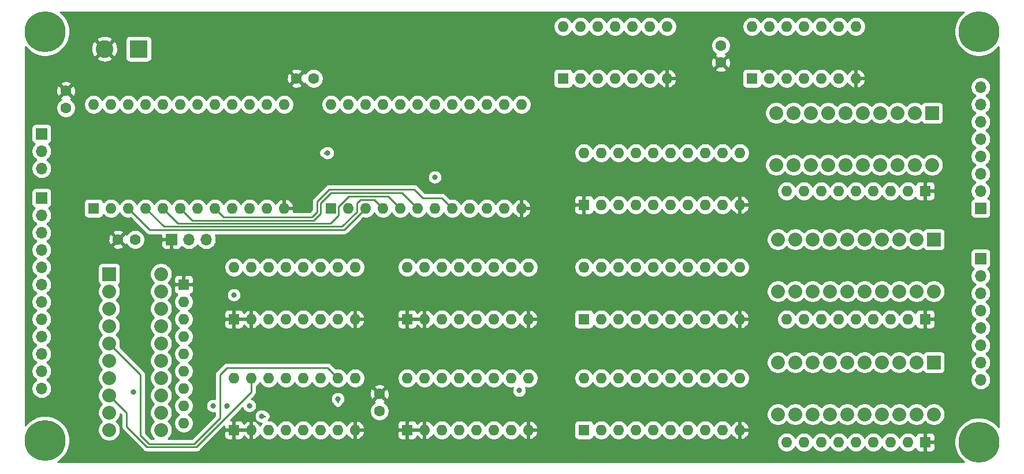
<source format=gbr>
%TF.GenerationSoftware,KiCad,Pcbnew,(5.1.9-0-10_14)*%
%TF.CreationDate,2021-06-18T22:47:41-04:00*%
%TF.ProjectId,ALU-181,414c552d-3138-4312-9e6b-696361645f70,rev?*%
%TF.SameCoordinates,Original*%
%TF.FileFunction,Copper,L4,Bot*%
%TF.FilePolarity,Positive*%
%FSLAX46Y46*%
G04 Gerber Fmt 4.6, Leading zero omitted, Abs format (unit mm)*
G04 Created by KiCad (PCBNEW (5.1.9-0-10_14)) date 2021-06-18 22:47:41*
%MOMM*%
%LPD*%
G01*
G04 APERTURE LIST*
%TA.AperFunction,ComponentPad*%
%ADD10O,1.700000X1.700000*%
%TD*%
%TA.AperFunction,ComponentPad*%
%ADD11R,1.700000X1.700000*%
%TD*%
%TA.AperFunction,ComponentPad*%
%ADD12C,0.800000*%
%TD*%
%TA.AperFunction,ComponentPad*%
%ADD13C,6.000000*%
%TD*%
%TA.AperFunction,ComponentPad*%
%ADD14O,1.600000X1.600000*%
%TD*%
%TA.AperFunction,ComponentPad*%
%ADD15R,1.600000X1.600000*%
%TD*%
%TA.AperFunction,ComponentPad*%
%ADD16C,2.032000*%
%TD*%
%TA.AperFunction,ComponentPad*%
%ADD17R,2.032000X2.032000*%
%TD*%
%TA.AperFunction,ComponentPad*%
%ADD18C,2.600000*%
%TD*%
%TA.AperFunction,ComponentPad*%
%ADD19R,2.600000X2.600000*%
%TD*%
%TA.AperFunction,ComponentPad*%
%ADD20C,1.600000*%
%TD*%
%TA.AperFunction,ViaPad*%
%ADD21C,0.800000*%
%TD*%
%TA.AperFunction,Conductor*%
%ADD22C,0.250000*%
%TD*%
%TA.AperFunction,Conductor*%
%ADD23C,0.254000*%
%TD*%
%TA.AperFunction,Conductor*%
%ADD24C,0.100000*%
%TD*%
G04 APERTURE END LIST*
D10*
%TO.P,J4,8*%
%TO.N,BUS_00*%
X208026000Y-109220000D03*
%TO.P,J4,7*%
%TO.N,BUS_01*%
X208026000Y-106680000D03*
%TO.P,J4,6*%
%TO.N,BUS_02*%
X208026000Y-104140000D03*
%TO.P,J4,5*%
%TO.N,BUS_03*%
X208026000Y-101600000D03*
%TO.P,J4,4*%
%TO.N,BUS_04*%
X208026000Y-99060000D03*
%TO.P,J4,3*%
%TO.N,BUS_05*%
X208026000Y-96520000D03*
%TO.P,J4,2*%
%TO.N,BUS_06*%
X208026000Y-93980000D03*
D11*
%TO.P,J4,1*%
%TO.N,BUS_07*%
X208026000Y-91440000D03*
%TD*%
D12*
%TO.P,REF\u002A\u002A,1*%
%TO.N,N/C*%
X209362990Y-116773010D03*
X207772000Y-116114000D03*
X206181010Y-116773010D03*
X205522000Y-118364000D03*
X206181010Y-119954990D03*
X207772000Y-120614000D03*
X209362990Y-119954990D03*
X210022000Y-118364000D03*
D13*
X207772000Y-118364000D03*
%TD*%
%TO.P,REF\u002A\u002A,1*%
%TO.N,N/C*%
X207772000Y-58166000D03*
D12*
X210022000Y-58166000D03*
X209362990Y-59756990D03*
X207772000Y-60416000D03*
X206181010Y-59756990D03*
X205522000Y-58166000D03*
X206181010Y-56575010D03*
X207772000Y-55916000D03*
X209362990Y-56575010D03*
%TD*%
D13*
%TO.P,REF\u002A\u002A,1*%
%TO.N,N/C*%
X70866000Y-118110000D03*
D12*
X73116000Y-118110000D03*
X72456990Y-119700990D03*
X70866000Y-120360000D03*
X69275010Y-119700990D03*
X68616000Y-118110000D03*
X69275010Y-116519010D03*
X70866000Y-115860000D03*
X72456990Y-116519010D03*
%TD*%
%TO.P,REF\u002A\u002A,1*%
%TO.N,N/C*%
X72456990Y-56575010D03*
X70866000Y-55916000D03*
X69275010Y-56575010D03*
X68616000Y-58166000D03*
X69275010Y-59756990D03*
X70866000Y-60416000D03*
X72456990Y-59756990D03*
X73116000Y-58166000D03*
D13*
X70866000Y-58166000D03*
%TD*%
D14*
%TO.P,U6,16*%
%TO.N,VCC*%
X123952000Y-108966000D03*
%TO.P,U6,8*%
%TO.N,GND*%
X141732000Y-116586000D03*
%TO.P,U6,15*%
%TO.N,RESET*%
X126492000Y-108966000D03*
%TO.P,U6,7*%
%TO.N,CLOCK*%
X139192000Y-116586000D03*
%TO.P,U6,14*%
%TO.N,BUS_03*%
X129032000Y-108966000D03*
%TO.P,U6,6*%
%TO.N,B0*%
X136652000Y-116586000D03*
%TO.P,U6,13*%
%TO.N,BUS_02*%
X131572000Y-108966000D03*
%TO.P,U6,5*%
%TO.N,B1*%
X134112000Y-116586000D03*
%TO.P,U6,12*%
%TO.N,BUS_01*%
X134112000Y-108966000D03*
%TO.P,U6,4*%
%TO.N,B2*%
X131572000Y-116586000D03*
%TO.P,U6,11*%
%TO.N,BUS_00*%
X136652000Y-108966000D03*
%TO.P,U6,3*%
%TO.N,B3*%
X129032000Y-116586000D03*
%TO.P,U6,10*%
%TO.N,B_REGISTER_IN*%
X139192000Y-108966000D03*
%TO.P,U6,2*%
%TO.N,GND*%
X126492000Y-116586000D03*
%TO.P,U6,9*%
%TO.N,B_REGISTER_IN*%
X141732000Y-108966000D03*
D15*
%TO.P,U6,1*%
%TO.N,GND*%
X123952000Y-116586000D03*
%TD*%
D14*
%TO.P,U5,16*%
%TO.N,VCC*%
X123952000Y-92710000D03*
%TO.P,U5,8*%
%TO.N,GND*%
X141732000Y-100330000D03*
%TO.P,U5,15*%
%TO.N,RESET*%
X126492000Y-92710000D03*
%TO.P,U5,7*%
%TO.N,CLOCK*%
X139192000Y-100330000D03*
%TO.P,U5,14*%
%TO.N,BUS_03*%
X129032000Y-92710000D03*
%TO.P,U5,6*%
%TO.N,A0*%
X136652000Y-100330000D03*
%TO.P,U5,13*%
%TO.N,BUS_02*%
X131572000Y-92710000D03*
%TO.P,U5,5*%
%TO.N,A1*%
X134112000Y-100330000D03*
%TO.P,U5,12*%
%TO.N,BUS_01*%
X134112000Y-92710000D03*
%TO.P,U5,4*%
%TO.N,A2*%
X131572000Y-100330000D03*
%TO.P,U5,11*%
%TO.N,BUS_00*%
X136652000Y-92710000D03*
%TO.P,U5,3*%
%TO.N,A3*%
X129032000Y-100330000D03*
%TO.P,U5,10*%
%TO.N,A_REGISTER_IN*%
X139192000Y-92710000D03*
%TO.P,U5,2*%
%TO.N,GND*%
X126492000Y-100330000D03*
%TO.P,U5,9*%
%TO.N,A_REGISTER_IN*%
X141732000Y-92710000D03*
D15*
%TO.P,U5,1*%
%TO.N,GND*%
X123952000Y-100330000D03*
%TD*%
D14*
%TO.P,U4,16*%
%TO.N,VCC*%
X98552000Y-108966000D03*
%TO.P,U4,8*%
%TO.N,GND*%
X116332000Y-116586000D03*
%TO.P,U4,15*%
%TO.N,RESET*%
X101092000Y-108966000D03*
%TO.P,U4,7*%
%TO.N,CLOCK*%
X113792000Y-116586000D03*
%TO.P,U4,14*%
%TO.N,BUS_07*%
X103632000Y-108966000D03*
%TO.P,U4,6*%
%TO.N,B4*%
X111252000Y-116586000D03*
%TO.P,U4,13*%
%TO.N,BUS_06*%
X106172000Y-108966000D03*
%TO.P,U4,5*%
%TO.N,B5*%
X108712000Y-116586000D03*
%TO.P,U4,12*%
%TO.N,BUS_05*%
X108712000Y-108966000D03*
%TO.P,U4,4*%
%TO.N,B6*%
X106172000Y-116586000D03*
%TO.P,U4,11*%
%TO.N,BUS_04*%
X111252000Y-108966000D03*
%TO.P,U4,3*%
%TO.N,B7*%
X103632000Y-116586000D03*
%TO.P,U4,10*%
%TO.N,B_REGISTER_IN*%
X113792000Y-108966000D03*
%TO.P,U4,2*%
%TO.N,GND*%
X101092000Y-116586000D03*
%TO.P,U4,9*%
%TO.N,B_REGISTER_IN*%
X116332000Y-108966000D03*
D15*
%TO.P,U4,1*%
%TO.N,GND*%
X98552000Y-116586000D03*
%TD*%
D14*
%TO.P,U3,16*%
%TO.N,VCC*%
X98552000Y-92710000D03*
%TO.P,U3,8*%
%TO.N,GND*%
X116332000Y-100330000D03*
%TO.P,U3,15*%
%TO.N,RESET*%
X101092000Y-92710000D03*
%TO.P,U3,7*%
%TO.N,CLOCK*%
X113792000Y-100330000D03*
%TO.P,U3,14*%
%TO.N,BUS_07*%
X103632000Y-92710000D03*
%TO.P,U3,6*%
%TO.N,A4*%
X111252000Y-100330000D03*
%TO.P,U3,13*%
%TO.N,BUS_06*%
X106172000Y-92710000D03*
%TO.P,U3,5*%
%TO.N,A5*%
X108712000Y-100330000D03*
%TO.P,U3,12*%
%TO.N,BUS_05*%
X108712000Y-92710000D03*
%TO.P,U3,4*%
%TO.N,A6*%
X106172000Y-100330000D03*
%TO.P,U3,11*%
%TO.N,BUS_04*%
X111252000Y-92710000D03*
%TO.P,U3,3*%
%TO.N,A7*%
X103632000Y-100330000D03*
%TO.P,U3,10*%
%TO.N,A_REGISTER_IN*%
X113792000Y-92710000D03*
%TO.P,U3,2*%
%TO.N,GND*%
X101092000Y-100330000D03*
%TO.P,U3,9*%
%TO.N,A_REGISTER_IN*%
X116332000Y-92710000D03*
D15*
%TO.P,U3,1*%
%TO.N,GND*%
X98552000Y-100330000D03*
%TD*%
D14*
%TO.P,U2,20*%
%TO.N,VCC*%
X149860000Y-108966000D03*
%TO.P,U2,10*%
%TO.N,GND*%
X172720000Y-116586000D03*
%TO.P,U2,19*%
%TO.N,B_REGISTER_OUT*%
X152400000Y-108966000D03*
%TO.P,U2,9*%
%TO.N,B0*%
X170180000Y-116586000D03*
%TO.P,U2,18*%
%TO.N,BUS_07*%
X154940000Y-108966000D03*
%TO.P,U2,8*%
%TO.N,B1*%
X167640000Y-116586000D03*
%TO.P,U2,17*%
%TO.N,BUS_06*%
X157480000Y-108966000D03*
%TO.P,U2,7*%
%TO.N,B2*%
X165100000Y-116586000D03*
%TO.P,U2,16*%
%TO.N,BUS_05*%
X160020000Y-108966000D03*
%TO.P,U2,6*%
%TO.N,B3*%
X162560000Y-116586000D03*
%TO.P,U2,15*%
%TO.N,BUS_04*%
X162560000Y-108966000D03*
%TO.P,U2,5*%
%TO.N,B4*%
X160020000Y-116586000D03*
%TO.P,U2,14*%
%TO.N,BUS_03*%
X165100000Y-108966000D03*
%TO.P,U2,4*%
%TO.N,B5*%
X157480000Y-116586000D03*
%TO.P,U2,13*%
%TO.N,BUS_02*%
X167640000Y-108966000D03*
%TO.P,U2,3*%
%TO.N,B6*%
X154940000Y-116586000D03*
%TO.P,U2,12*%
%TO.N,BUS_01*%
X170180000Y-108966000D03*
%TO.P,U2,2*%
%TO.N,B7*%
X152400000Y-116586000D03*
%TO.P,U2,11*%
%TO.N,BUS_00*%
X172720000Y-108966000D03*
D15*
%TO.P,U2,1*%
%TO.N,VCC*%
X149860000Y-116586000D03*
%TD*%
D14*
%TO.P,U1,20*%
%TO.N,VCC*%
X149860000Y-92710000D03*
%TO.P,U1,10*%
%TO.N,GND*%
X172720000Y-100330000D03*
%TO.P,U1,19*%
%TO.N,A_REGISTER_OUT*%
X152400000Y-92710000D03*
%TO.P,U1,9*%
%TO.N,A0*%
X170180000Y-100330000D03*
%TO.P,U1,18*%
%TO.N,BUS_07*%
X154940000Y-92710000D03*
%TO.P,U1,8*%
%TO.N,A1*%
X167640000Y-100330000D03*
%TO.P,U1,17*%
%TO.N,BUS_06*%
X157480000Y-92710000D03*
%TO.P,U1,7*%
%TO.N,A2*%
X165100000Y-100330000D03*
%TO.P,U1,16*%
%TO.N,BUS_05*%
X160020000Y-92710000D03*
%TO.P,U1,6*%
%TO.N,A3*%
X162560000Y-100330000D03*
%TO.P,U1,15*%
%TO.N,BUS_04*%
X162560000Y-92710000D03*
%TO.P,U1,5*%
%TO.N,A4*%
X160020000Y-100330000D03*
%TO.P,U1,14*%
%TO.N,BUS_03*%
X165100000Y-92710000D03*
%TO.P,U1,4*%
%TO.N,A5*%
X157480000Y-100330000D03*
%TO.P,U1,13*%
%TO.N,BUS_02*%
X167640000Y-92710000D03*
%TO.P,U1,3*%
%TO.N,A6*%
X154940000Y-100330000D03*
%TO.P,U1,12*%
%TO.N,BUS_01*%
X170180000Y-92710000D03*
%TO.P,U1,2*%
%TO.N,A7*%
X152400000Y-100330000D03*
%TO.P,U1,11*%
%TO.N,BUS_00*%
X172720000Y-92710000D03*
D15*
%TO.P,U1,1*%
%TO.N,VCC*%
X149860000Y-100330000D03*
%TD*%
D14*
%TO.P,RN4,9*%
%TO.N,Net-(BAR4-Pad13)*%
X91186000Y-115570000D03*
%TO.P,RN4,8*%
%TO.N,Net-(BAR4-Pad14)*%
X91186000Y-113030000D03*
%TO.P,RN4,7*%
%TO.N,Net-(BAR4-Pad15)*%
X91186000Y-110490000D03*
%TO.P,RN4,6*%
%TO.N,Net-(BAR4-Pad16)*%
X91186000Y-107950000D03*
%TO.P,RN4,5*%
%TO.N,Net-(BAR4-Pad17)*%
X91186000Y-105410000D03*
%TO.P,RN4,4*%
%TO.N,Net-(BAR4-Pad18)*%
X91186000Y-102870000D03*
%TO.P,RN4,3*%
%TO.N,Net-(BAR4-Pad19)*%
X91186000Y-100330000D03*
%TO.P,RN4,2*%
%TO.N,Net-(BAR4-Pad20)*%
X91186000Y-97790000D03*
D15*
%TO.P,RN4,1*%
%TO.N,GND*%
X91186000Y-95250000D03*
%TD*%
D16*
%TO.P,BAR4,20*%
%TO.N,Net-(BAR4-Pad20)*%
X87884000Y-93726000D03*
%TO.P,BAR4,19*%
%TO.N,Net-(BAR4-Pad19)*%
X87884000Y-96266000D03*
%TO.P,BAR4,18*%
%TO.N,Net-(BAR4-Pad18)*%
X87884000Y-98806000D03*
%TO.P,BAR4,17*%
%TO.N,Net-(BAR4-Pad17)*%
X87884000Y-101346000D03*
%TO.P,BAR4,9*%
%TO.N,Net-(BAR4-Pad9)*%
X80264000Y-114046000D03*
%TO.P,BAR4,10*%
%TO.N,Net-(BAR4-Pad10)*%
X80264000Y-116586000D03*
%TO.P,BAR4,11*%
%TO.N,Net-(BAR4-Pad11)*%
X87884000Y-116586000D03*
%TO.P,BAR4,12*%
%TO.N,Net-(BAR4-Pad12)*%
X87884000Y-114046000D03*
%TO.P,BAR4,8*%
%TO.N,RESET*%
X80264000Y-111506000D03*
%TO.P,BAR4,7*%
%TO.N,A_REGISTER_IN*%
X80264000Y-108966000D03*
%TO.P,BAR4,6*%
%TO.N,A_REGISTER_OUT*%
X80264000Y-106426000D03*
%TO.P,BAR4,5*%
%TO.N,B_REGISTER_IN*%
X80264000Y-103886000D03*
%TO.P,BAR4,16*%
%TO.N,Net-(BAR4-Pad16)*%
X87884000Y-103886000D03*
%TO.P,BAR4,15*%
%TO.N,Net-(BAR4-Pad15)*%
X87884000Y-106426000D03*
%TO.P,BAR4,14*%
%TO.N,Net-(BAR4-Pad14)*%
X87884000Y-108966000D03*
%TO.P,BAR4,13*%
%TO.N,Net-(BAR4-Pad13)*%
X87884000Y-111506000D03*
%TO.P,BAR4,4*%
%TO.N,B_REGISTER_OUT*%
X80264000Y-101346000D03*
%TO.P,BAR4,3*%
%TO.N,NOT_CARRY*%
X80264000Y-98806000D03*
%TO.P,BAR4,2*%
%TO.N,A_EQ_B*%
X80264000Y-96266000D03*
D17*
%TO.P,BAR4,1*%
%TO.N,A_GT_B*%
X80264000Y-93726000D03*
%TD*%
D14*
%TO.P,U11,24*%
%TO.N,VCC*%
X77978000Y-68834000D03*
%TO.P,U11,12*%
%TO.N,GND*%
X105918000Y-84074000D03*
%TO.P,U11,23*%
%TO.N,A1*%
X80518000Y-68834000D03*
%TO.P,U11,11*%
%TO.N,F2*%
X103378000Y-84074000D03*
%TO.P,U11,22*%
%TO.N,B1*%
X83058000Y-68834000D03*
%TO.P,U11,10*%
%TO.N,F1*%
X100838000Y-84074000D03*
%TO.P,U11,21*%
%TO.N,A2*%
X85598000Y-68834000D03*
%TO.P,U11,9*%
%TO.N,F0*%
X98298000Y-84074000D03*
%TO.P,U11,20*%
%TO.N,B2*%
X88138000Y-68834000D03*
%TO.P,U11,8*%
%TO.N,ALU_MODE*%
X95758000Y-84074000D03*
%TO.P,U11,19*%
%TO.N,A3*%
X90678000Y-68834000D03*
%TO.P,U11,7*%
%TO.N,Net-(J17-Pad2)*%
X93218000Y-84074000D03*
%TO.P,U11,18*%
%TO.N,B3*%
X93218000Y-68834000D03*
%TO.P,U11,6*%
%TO.N,ALU_S0*%
X90678000Y-84074000D03*
%TO.P,U11,17*%
%TO.N,Net-(U11-Pad17)*%
X95758000Y-68834000D03*
%TO.P,U11,5*%
%TO.N,ALU_S1*%
X88138000Y-84074000D03*
%TO.P,U11,16*%
%TO.N,CN+4*%
X98298000Y-68834000D03*
%TO.P,U11,4*%
%TO.N,ALU_S2*%
X85598000Y-84074000D03*
%TO.P,U11,15*%
%TO.N,Net-(U11-Pad15)*%
X100838000Y-68834000D03*
%TO.P,U11,3*%
%TO.N,ALU_S3*%
X83058000Y-84074000D03*
%TO.P,U11,14*%
%TO.N,A_EQ_B*%
X103378000Y-68834000D03*
%TO.P,U11,2*%
%TO.N,A0*%
X80518000Y-84074000D03*
%TO.P,U11,13*%
%TO.N,F3*%
X105918000Y-68834000D03*
D15*
%TO.P,U11,1*%
%TO.N,B0*%
X77978000Y-84074000D03*
%TD*%
D14*
%TO.P,U10,20*%
%TO.N,VCC*%
X149860000Y-75946000D03*
%TO.P,U10,10*%
%TO.N,GND*%
X172720000Y-83566000D03*
%TO.P,U10,19*%
%TO.N,ALU_OUT*%
X152400000Y-75946000D03*
%TO.P,U10,9*%
%TO.N,BUS_00*%
X170180000Y-83566000D03*
%TO.P,U10,18*%
%TO.N,F7*%
X154940000Y-75946000D03*
%TO.P,U10,8*%
%TO.N,BUS_01*%
X167640000Y-83566000D03*
%TO.P,U10,17*%
%TO.N,F6*%
X157480000Y-75946000D03*
%TO.P,U10,7*%
%TO.N,BUS_02*%
X165100000Y-83566000D03*
%TO.P,U10,16*%
%TO.N,F5*%
X160020000Y-75946000D03*
%TO.P,U10,6*%
%TO.N,BUS_03*%
X162560000Y-83566000D03*
%TO.P,U10,15*%
%TO.N,F4*%
X162560000Y-75946000D03*
%TO.P,U10,5*%
%TO.N,BUS_04*%
X160020000Y-83566000D03*
%TO.P,U10,14*%
%TO.N,F3*%
X165100000Y-75946000D03*
%TO.P,U10,4*%
%TO.N,BUS_05*%
X157480000Y-83566000D03*
%TO.P,U10,13*%
%TO.N,F2*%
X167640000Y-75946000D03*
%TO.P,U10,3*%
%TO.N,BUS_06*%
X154940000Y-83566000D03*
%TO.P,U10,12*%
%TO.N,F1*%
X170180000Y-75946000D03*
%TO.P,U10,2*%
%TO.N,BUS_07*%
X152400000Y-83566000D03*
%TO.P,U10,11*%
%TO.N,F0*%
X172720000Y-75946000D03*
D15*
%TO.P,U10,1*%
%TO.N,GND*%
X149860000Y-83566000D03*
%TD*%
D14*
%TO.P,U9,24*%
%TO.N,VCC*%
X112776000Y-68834000D03*
%TO.P,U9,12*%
%TO.N,GND*%
X140716000Y-84074000D03*
%TO.P,U9,23*%
%TO.N,A5*%
X115316000Y-68834000D03*
%TO.P,U9,11*%
%TO.N,F6*%
X138176000Y-84074000D03*
%TO.P,U9,22*%
%TO.N,B5*%
X117856000Y-68834000D03*
%TO.P,U9,10*%
%TO.N,F5*%
X135636000Y-84074000D03*
%TO.P,U9,21*%
%TO.N,A6*%
X120396000Y-68834000D03*
%TO.P,U9,9*%
%TO.N,F4*%
X133096000Y-84074000D03*
%TO.P,U9,20*%
%TO.N,B6*%
X122936000Y-68834000D03*
%TO.P,U9,8*%
%TO.N,ALU_MODE*%
X130556000Y-84074000D03*
%TO.P,U9,19*%
%TO.N,A7*%
X125476000Y-68834000D03*
%TO.P,U9,7*%
%TO.N,CN+4*%
X128016000Y-84074000D03*
%TO.P,U9,18*%
%TO.N,B7*%
X128016000Y-68834000D03*
%TO.P,U9,6*%
%TO.N,ALU_S0*%
X125476000Y-84074000D03*
%TO.P,U9,17*%
%TO.N,Net-(U9-Pad17)*%
X130556000Y-68834000D03*
%TO.P,U9,5*%
%TO.N,ALU_S1*%
X122936000Y-84074000D03*
%TO.P,U9,16*%
%TO.N,CARRY*%
X133096000Y-68834000D03*
%TO.P,U9,4*%
%TO.N,ALU_S2*%
X120396000Y-84074000D03*
%TO.P,U9,15*%
%TO.N,Net-(U9-Pad15)*%
X135636000Y-68834000D03*
%TO.P,U9,3*%
%TO.N,ALU_S3*%
X117856000Y-84074000D03*
%TO.P,U9,14*%
%TO.N,A_EQ_B*%
X138176000Y-68834000D03*
%TO.P,U9,2*%
%TO.N,A4*%
X115316000Y-84074000D03*
%TO.P,U9,13*%
%TO.N,F7*%
X140716000Y-68834000D03*
D15*
%TO.P,U9,1*%
%TO.N,B4*%
X112776000Y-84074000D03*
%TD*%
D14*
%TO.P,U8,14*%
%TO.N,VCC*%
X146812000Y-57404000D03*
%TO.P,U8,7*%
%TO.N,GND*%
X162052000Y-65024000D03*
%TO.P,U8,13*%
%TO.N,N/C*%
X149352000Y-57404000D03*
%TO.P,U8,6*%
%TO.N,A_EQ_B*%
X159512000Y-65024000D03*
%TO.P,U8,12*%
%TO.N,N/C*%
X151892000Y-57404000D03*
%TO.P,U8,5*%
%TO.N,CARRY*%
X156972000Y-65024000D03*
%TO.P,U8,11*%
%TO.N,N/C*%
X154432000Y-57404000D03*
%TO.P,U8,4*%
%TO.N,A_GT_B*%
X154432000Y-65024000D03*
%TO.P,U8,10*%
%TO.N,N/C*%
X156972000Y-57404000D03*
%TO.P,U8,3*%
X151892000Y-65024000D03*
%TO.P,U8,9*%
X159512000Y-57404000D03*
%TO.P,U8,2*%
X149352000Y-65024000D03*
%TO.P,U8,8*%
X162052000Y-57404000D03*
D15*
%TO.P,U8,1*%
X146812000Y-65024000D03*
%TD*%
D14*
%TO.P,U7,14*%
%TO.N,VCC*%
X174498000Y-57404000D03*
%TO.P,U7,7*%
%TO.N,GND*%
X189738000Y-65024000D03*
%TO.P,U7,13*%
%TO.N,N/C*%
X177038000Y-57404000D03*
%TO.P,U7,6*%
X187198000Y-65024000D03*
%TO.P,U7,12*%
X179578000Y-57404000D03*
%TO.P,U7,5*%
X184658000Y-65024000D03*
%TO.P,U7,11*%
X182118000Y-57404000D03*
%TO.P,U7,4*%
X182118000Y-65024000D03*
%TO.P,U7,10*%
X184658000Y-57404000D03*
%TO.P,U7,3*%
X179578000Y-65024000D03*
%TO.P,U7,9*%
X187198000Y-57404000D03*
%TO.P,U7,2*%
%TO.N,NOT_CARRY*%
X177038000Y-65024000D03*
%TO.P,U7,8*%
%TO.N,N/C*%
X189738000Y-57404000D03*
D15*
%TO.P,U7,1*%
%TO.N,CARRY*%
X174498000Y-65024000D03*
%TD*%
D14*
%TO.P,RN3,9*%
%TO.N,Net-(BAR3-Pad13)*%
X179578000Y-81534000D03*
%TO.P,RN3,8*%
%TO.N,Net-(BAR3-Pad14)*%
X182118000Y-81534000D03*
%TO.P,RN3,7*%
%TO.N,Net-(BAR3-Pad15)*%
X184658000Y-81534000D03*
%TO.P,RN3,6*%
%TO.N,Net-(BAR3-Pad16)*%
X187198000Y-81534000D03*
%TO.P,RN3,5*%
%TO.N,Net-(BAR3-Pad17)*%
X189738000Y-81534000D03*
%TO.P,RN3,4*%
%TO.N,Net-(BAR3-Pad18)*%
X192278000Y-81534000D03*
%TO.P,RN3,3*%
%TO.N,Net-(BAR3-Pad19)*%
X194818000Y-81534000D03*
%TO.P,RN3,2*%
%TO.N,Net-(BAR3-Pad20)*%
X197358000Y-81534000D03*
D15*
%TO.P,RN3,1*%
%TO.N,GND*%
X199898000Y-81534000D03*
%TD*%
D14*
%TO.P,RN2,9*%
%TO.N,Net-(BAR2-Pad13)*%
X179578000Y-118364000D03*
%TO.P,RN2,8*%
%TO.N,Net-(BAR2-Pad14)*%
X182118000Y-118364000D03*
%TO.P,RN2,7*%
%TO.N,Net-(BAR2-Pad15)*%
X184658000Y-118364000D03*
%TO.P,RN2,6*%
%TO.N,Net-(BAR2-Pad16)*%
X187198000Y-118364000D03*
%TO.P,RN2,5*%
%TO.N,Net-(BAR2-Pad17)*%
X189738000Y-118364000D03*
%TO.P,RN2,4*%
%TO.N,Net-(BAR2-Pad18)*%
X192278000Y-118364000D03*
%TO.P,RN2,3*%
%TO.N,Net-(BAR2-Pad19)*%
X194818000Y-118364000D03*
%TO.P,RN2,2*%
%TO.N,Net-(BAR2-Pad20)*%
X197358000Y-118364000D03*
D15*
%TO.P,RN2,1*%
%TO.N,GND*%
X199898000Y-118364000D03*
%TD*%
D14*
%TO.P,RN1,9*%
%TO.N,Net-(BAR1-Pad13)*%
X179578000Y-100330000D03*
%TO.P,RN1,8*%
%TO.N,Net-(BAR1-Pad14)*%
X182118000Y-100330000D03*
%TO.P,RN1,7*%
%TO.N,Net-(BAR1-Pad15)*%
X184658000Y-100330000D03*
%TO.P,RN1,6*%
%TO.N,Net-(BAR1-Pad16)*%
X187198000Y-100330000D03*
%TO.P,RN1,5*%
%TO.N,Net-(BAR1-Pad17)*%
X189738000Y-100330000D03*
%TO.P,RN1,4*%
%TO.N,Net-(BAR1-Pad18)*%
X192278000Y-100330000D03*
%TO.P,RN1,3*%
%TO.N,Net-(BAR1-Pad19)*%
X194818000Y-100330000D03*
%TO.P,RN1,2*%
%TO.N,Net-(BAR1-Pad20)*%
X197358000Y-100330000D03*
D15*
%TO.P,RN1,1*%
%TO.N,GND*%
X199898000Y-100330000D03*
%TD*%
D10*
%TO.P,J20,3*%
%TO.N,NOT_CARRY*%
X70358000Y-78232000D03*
%TO.P,J20,2*%
%TO.N,A_EQ_B*%
X70358000Y-75692000D03*
D11*
%TO.P,J20,1*%
%TO.N,A_GT_B*%
X70358000Y-73152000D03*
%TD*%
D10*
%TO.P,J17,3*%
%TO.N,VCC*%
X94488000Y-88646000D03*
%TO.P,J17,2*%
%TO.N,Net-(J17-Pad2)*%
X91948000Y-88646000D03*
D11*
%TO.P,J17,1*%
%TO.N,GND*%
X89408000Y-88646000D03*
%TD*%
D18*
%TO.P,J3,2*%
%TO.N,GND*%
X79582000Y-60706000D03*
D19*
%TO.P,J3,1*%
%TO.N,VCC*%
X84582000Y-60706000D03*
%TD*%
D10*
%TO.P,J2,12*%
%TO.N,CLOCK*%
X70358000Y-110490000D03*
%TO.P,J2,11*%
%TO.N,RESET*%
X70358000Y-107950000D03*
%TO.P,J2,10*%
%TO.N,A_REGISTER_IN*%
X70358000Y-105410000D03*
%TO.P,J2,9*%
%TO.N,A_REGISTER_OUT*%
X70358000Y-102870000D03*
%TO.P,J2,8*%
%TO.N,B_REGISTER_IN*%
X70358000Y-100330000D03*
%TO.P,J2,7*%
%TO.N,B_REGISTER_OUT*%
X70358000Y-97790000D03*
%TO.P,J2,6*%
%TO.N,ALU_OUT*%
X70358000Y-95250000D03*
%TO.P,J2,5*%
%TO.N,ALU_MODE*%
X70358000Y-92710000D03*
%TO.P,J2,4*%
%TO.N,ALU_S3*%
X70358000Y-90170000D03*
%TO.P,J2,3*%
%TO.N,ALU_S2*%
X70358000Y-87630000D03*
%TO.P,J2,2*%
%TO.N,ALU_S1*%
X70358000Y-85090000D03*
D11*
%TO.P,J2,1*%
%TO.N,ALU_S0*%
X70358000Y-82550000D03*
%TD*%
D10*
%TO.P,J1,8*%
%TO.N,BUS_00*%
X208026000Y-66294000D03*
%TO.P,J1,7*%
%TO.N,BUS_01*%
X208026000Y-68834000D03*
%TO.P,J1,6*%
%TO.N,BUS_02*%
X208026000Y-71374000D03*
%TO.P,J1,5*%
%TO.N,BUS_03*%
X208026000Y-73914000D03*
%TO.P,J1,4*%
%TO.N,BUS_04*%
X208026000Y-76454000D03*
%TO.P,J1,3*%
%TO.N,BUS_05*%
X208026000Y-78994000D03*
%TO.P,J1,2*%
%TO.N,BUS_06*%
X208026000Y-81534000D03*
D11*
%TO.P,J1,1*%
%TO.N,BUS_07*%
X208026000Y-84074000D03*
%TD*%
D20*
%TO.P,C5,2*%
%TO.N,GND*%
X119888000Y-111292000D03*
%TO.P,C5,1*%
%TO.N,VCC*%
X119888000Y-113792000D03*
%TD*%
%TO.P,C4,2*%
%TO.N,GND*%
X81574000Y-88646000D03*
%TO.P,C4,1*%
%TO.N,VCC*%
X84074000Y-88646000D03*
%TD*%
%TO.P,C3,2*%
%TO.N,GND*%
X169926000Y-62698000D03*
%TO.P,C3,1*%
%TO.N,VCC*%
X169926000Y-60198000D03*
%TD*%
%TO.P,C2,2*%
%TO.N,GND*%
X73914000Y-66842000D03*
%TO.P,C2,1*%
%TO.N,VCC*%
X73914000Y-69342000D03*
%TD*%
%TO.P,C1,2*%
%TO.N,GND*%
X107736000Y-65024000D03*
%TO.P,C1,1*%
%TO.N,VCC*%
X110236000Y-65024000D03*
%TD*%
D16*
%TO.P,BAR3,20*%
%TO.N,Net-(BAR3-Pad20)*%
X200914000Y-77724000D03*
%TO.P,BAR3,19*%
%TO.N,Net-(BAR3-Pad19)*%
X198374000Y-77724000D03*
%TO.P,BAR3,18*%
%TO.N,Net-(BAR3-Pad18)*%
X195834000Y-77724000D03*
%TO.P,BAR3,17*%
%TO.N,Net-(BAR3-Pad17)*%
X193294000Y-77724000D03*
%TO.P,BAR3,9*%
%TO.N,Net-(BAR3-Pad9)*%
X180594000Y-70104000D03*
%TO.P,BAR3,10*%
%TO.N,Net-(BAR3-Pad10)*%
X178054000Y-70104000D03*
%TO.P,BAR3,11*%
%TO.N,Net-(BAR3-Pad11)*%
X178054000Y-77724000D03*
%TO.P,BAR3,12*%
%TO.N,Net-(BAR3-Pad12)*%
X180594000Y-77724000D03*
%TO.P,BAR3,8*%
%TO.N,F7*%
X183134000Y-70104000D03*
%TO.P,BAR3,7*%
%TO.N,F6*%
X185674000Y-70104000D03*
%TO.P,BAR3,6*%
%TO.N,F5*%
X188214000Y-70104000D03*
%TO.P,BAR3,5*%
%TO.N,F4*%
X190754000Y-70104000D03*
%TO.P,BAR3,16*%
%TO.N,Net-(BAR3-Pad16)*%
X190754000Y-77724000D03*
%TO.P,BAR3,15*%
%TO.N,Net-(BAR3-Pad15)*%
X188214000Y-77724000D03*
%TO.P,BAR3,14*%
%TO.N,Net-(BAR3-Pad14)*%
X185674000Y-77724000D03*
%TO.P,BAR3,13*%
%TO.N,Net-(BAR3-Pad13)*%
X183134000Y-77724000D03*
%TO.P,BAR3,4*%
%TO.N,F3*%
X193294000Y-70104000D03*
%TO.P,BAR3,3*%
%TO.N,F2*%
X195834000Y-70104000D03*
%TO.P,BAR3,2*%
%TO.N,F1*%
X198374000Y-70104000D03*
D17*
%TO.P,BAR3,1*%
%TO.N,F0*%
X200914000Y-70104000D03*
%TD*%
D16*
%TO.P,BAR2,20*%
%TO.N,Net-(BAR2-Pad20)*%
X201168000Y-114300000D03*
%TO.P,BAR2,19*%
%TO.N,Net-(BAR2-Pad19)*%
X198628000Y-114300000D03*
%TO.P,BAR2,18*%
%TO.N,Net-(BAR2-Pad18)*%
X196088000Y-114300000D03*
%TO.P,BAR2,17*%
%TO.N,Net-(BAR2-Pad17)*%
X193548000Y-114300000D03*
%TO.P,BAR2,9*%
%TO.N,Net-(BAR2-Pad9)*%
X180848000Y-106680000D03*
%TO.P,BAR2,10*%
%TO.N,Net-(BAR2-Pad10)*%
X178308000Y-106680000D03*
%TO.P,BAR2,11*%
%TO.N,Net-(BAR2-Pad11)*%
X178308000Y-114300000D03*
%TO.P,BAR2,12*%
%TO.N,Net-(BAR2-Pad12)*%
X180848000Y-114300000D03*
%TO.P,BAR2,8*%
%TO.N,B7*%
X183388000Y-106680000D03*
%TO.P,BAR2,7*%
%TO.N,B6*%
X185928000Y-106680000D03*
%TO.P,BAR2,6*%
%TO.N,B5*%
X188468000Y-106680000D03*
%TO.P,BAR2,5*%
%TO.N,B4*%
X191008000Y-106680000D03*
%TO.P,BAR2,16*%
%TO.N,Net-(BAR2-Pad16)*%
X191008000Y-114300000D03*
%TO.P,BAR2,15*%
%TO.N,Net-(BAR2-Pad15)*%
X188468000Y-114300000D03*
%TO.P,BAR2,14*%
%TO.N,Net-(BAR2-Pad14)*%
X185928000Y-114300000D03*
%TO.P,BAR2,13*%
%TO.N,Net-(BAR2-Pad13)*%
X183388000Y-114300000D03*
%TO.P,BAR2,4*%
%TO.N,B3*%
X193548000Y-106680000D03*
%TO.P,BAR2,3*%
%TO.N,B2*%
X196088000Y-106680000D03*
%TO.P,BAR2,2*%
%TO.N,B1*%
X198628000Y-106680000D03*
D17*
%TO.P,BAR2,1*%
%TO.N,B0*%
X201168000Y-106680000D03*
%TD*%
D16*
%TO.P,BAR1,20*%
%TO.N,Net-(BAR1-Pad20)*%
X201168000Y-96266000D03*
%TO.P,BAR1,19*%
%TO.N,Net-(BAR1-Pad19)*%
X198628000Y-96266000D03*
%TO.P,BAR1,18*%
%TO.N,Net-(BAR1-Pad18)*%
X196088000Y-96266000D03*
%TO.P,BAR1,17*%
%TO.N,Net-(BAR1-Pad17)*%
X193548000Y-96266000D03*
%TO.P,BAR1,9*%
%TO.N,Net-(BAR1-Pad9)*%
X180848000Y-88646000D03*
%TO.P,BAR1,10*%
%TO.N,Net-(BAR1-Pad10)*%
X178308000Y-88646000D03*
%TO.P,BAR1,11*%
%TO.N,Net-(BAR1-Pad11)*%
X178308000Y-96266000D03*
%TO.P,BAR1,12*%
%TO.N,Net-(BAR1-Pad12)*%
X180848000Y-96266000D03*
%TO.P,BAR1,8*%
%TO.N,A7*%
X183388000Y-88646000D03*
%TO.P,BAR1,7*%
%TO.N,A6*%
X185928000Y-88646000D03*
%TO.P,BAR1,6*%
%TO.N,A5*%
X188468000Y-88646000D03*
%TO.P,BAR1,5*%
%TO.N,A4*%
X191008000Y-88646000D03*
%TO.P,BAR1,16*%
%TO.N,Net-(BAR1-Pad16)*%
X191008000Y-96266000D03*
%TO.P,BAR1,15*%
%TO.N,Net-(BAR1-Pad15)*%
X188468000Y-96266000D03*
%TO.P,BAR1,14*%
%TO.N,Net-(BAR1-Pad14)*%
X185928000Y-96266000D03*
%TO.P,BAR1,13*%
%TO.N,Net-(BAR1-Pad13)*%
X183388000Y-96266000D03*
%TO.P,BAR1,4*%
%TO.N,A3*%
X193548000Y-88646000D03*
%TO.P,BAR1,3*%
%TO.N,A2*%
X196088000Y-88646000D03*
%TO.P,BAR1,2*%
%TO.N,A1*%
X198628000Y-88646000D03*
D17*
%TO.P,BAR1,1*%
%TO.N,A0*%
X201168000Y-88646000D03*
%TD*%
D21*
%TO.N,B4*%
X98552000Y-96774000D03*
X102616000Y-114554000D03*
%TO.N,A_REGISTER_IN*%
X95504000Y-113030000D03*
X83820000Y-110998000D03*
%TO.N,A_REGISTER_OUT*%
X97536000Y-113030000D03*
%TO.N,B_REGISTER_OUT*%
X100838000Y-113030000D03*
%TO.N,CLOCK*%
X113792000Y-112014000D03*
X140381205Y-110780990D03*
%TO.N,CN+4*%
X112268000Y-75946000D03*
X128016000Y-79502000D03*
%TD*%
D22*
%TO.N,B4*%
X102616000Y-114554000D02*
X103124000Y-114554000D01*
%TO.N,RESET*%
X101092000Y-108966000D02*
X101092000Y-110998000D01*
X82804000Y-116078000D02*
X82804000Y-114046000D01*
X101092000Y-110998000D02*
X93021991Y-119068009D01*
X85794009Y-119068009D02*
X82804000Y-116078000D01*
X93021991Y-119068009D02*
X85794009Y-119068009D01*
X82804000Y-114046000D02*
X80264000Y-111506000D01*
%TO.N,B_REGISTER_IN*%
X80264000Y-103886000D02*
X84836000Y-108458000D01*
X84836000Y-108458000D02*
X84836000Y-117348000D01*
X84836000Y-117348000D02*
X86106000Y-118618000D01*
X86106000Y-118618000D02*
X92710000Y-118618000D01*
X92710000Y-118618000D02*
X96520000Y-114808000D01*
X96520000Y-114808000D02*
X96520000Y-108458000D01*
X96520000Y-108458000D02*
X97536000Y-107442000D01*
X112268000Y-107442000D02*
X113792000Y-108966000D01*
X97536000Y-107442000D02*
X112268000Y-107442000D01*
%TO.N,A_REGISTER_OUT*%
X97536000Y-113030000D02*
X97282000Y-113284000D01*
%TO.N,B_REGISTER_OUT*%
X100838000Y-113030000D02*
X100584000Y-112776000D01*
%TO.N,CLOCK*%
X113792000Y-112014000D02*
X113792000Y-112522000D01*
%TO.N,ALU_MODE*%
X126238000Y-82550000D02*
X129032000Y-82550000D01*
X112522000Y-81280000D02*
X124968000Y-81280000D01*
X129032000Y-82550000D02*
X130556000Y-84074000D01*
X124968000Y-81280000D02*
X126238000Y-82550000D01*
X109982000Y-85344000D02*
X110744000Y-84582000D01*
X95758000Y-84074000D02*
X97028000Y-85344000D01*
X110744000Y-83058000D02*
X112522000Y-81280000D01*
X97028000Y-85344000D02*
X109982000Y-85344000D01*
X110744000Y-84582000D02*
X110744000Y-83058000D01*
%TO.N,ALU_S3*%
X86186033Y-87202033D02*
X114727967Y-87202033D01*
X83058000Y-84074000D02*
X86186033Y-87202033D01*
X114727967Y-87202033D02*
X117856000Y-84074000D01*
%TO.N,ALU_S2*%
X85598000Y-84074000D02*
X88276022Y-86752022D01*
X114415978Y-86752022D02*
X116586000Y-84582000D01*
X88276022Y-86752022D02*
X114415978Y-86752022D01*
X116586000Y-84582000D02*
X116586000Y-83312000D01*
X117094000Y-82804000D02*
X119126000Y-82804000D01*
X116586000Y-83312000D02*
X117094000Y-82804000D01*
X119126000Y-82804000D02*
X120396000Y-84074000D01*
%TO.N,ALU_S1*%
X113901001Y-83823997D02*
X113901001Y-85134001D01*
X113901001Y-85134001D02*
X112732991Y-86302011D01*
X115428998Y-82296000D02*
X113901001Y-83823997D01*
X112732991Y-86302011D02*
X90366011Y-86302011D01*
X122936000Y-84074000D02*
X121158000Y-82296000D01*
X90366011Y-86302011D02*
X88138000Y-84074000D01*
X121158000Y-82296000D02*
X115428998Y-82296000D01*
%TO.N,ALU_S0*%
X123190000Y-81788000D02*
X125476000Y-84074000D01*
X112776000Y-81788000D02*
X123190000Y-81788000D01*
X111252000Y-83312000D02*
X112776000Y-81788000D01*
X92456000Y-85852000D02*
X110236000Y-85852000D01*
X111252000Y-84836000D02*
X111252000Y-83312000D01*
X110236000Y-85852000D02*
X111252000Y-84836000D01*
X90678000Y-84074000D02*
X92456000Y-85852000D01*
%TO.N,CN+4*%
X112268000Y-75946000D02*
X111760000Y-75946000D01*
%TD*%
D23*
%TO.N,GND*%
X205454823Y-55342511D02*
X204948511Y-55848823D01*
X204550705Y-56444182D01*
X204276691Y-57105710D01*
X204137000Y-57807984D01*
X204137000Y-58524016D01*
X204276691Y-59226290D01*
X204550705Y-59887818D01*
X204948511Y-60483177D01*
X205454823Y-60989489D01*
X206050182Y-61387295D01*
X206711710Y-61661309D01*
X207413984Y-61801000D01*
X208130016Y-61801000D01*
X208832290Y-61661309D01*
X209493818Y-61387295D01*
X210089177Y-60989489D01*
X210595489Y-60483177D01*
X210668000Y-60374656D01*
X210668001Y-116155345D01*
X210595489Y-116046823D01*
X210089177Y-115540511D01*
X209493818Y-115142705D01*
X208832290Y-114868691D01*
X208130016Y-114729000D01*
X207413984Y-114729000D01*
X206711710Y-114868691D01*
X206050182Y-115142705D01*
X205454823Y-115540511D01*
X204948511Y-116046823D01*
X204550705Y-116642182D01*
X204276691Y-117303710D01*
X204137000Y-118005984D01*
X204137000Y-118722016D01*
X204276691Y-119424290D01*
X204550705Y-120085818D01*
X204948511Y-120681177D01*
X205454823Y-121187489D01*
X205563343Y-121260000D01*
X72694519Y-121260000D01*
X73183177Y-120933489D01*
X73689489Y-120427177D01*
X74087295Y-119831818D01*
X74361309Y-119170290D01*
X74501000Y-118468016D01*
X74501000Y-117751984D01*
X74361309Y-117049710D01*
X74087295Y-116388182D01*
X73689489Y-115792823D01*
X73183177Y-115286511D01*
X72587818Y-114888705D01*
X71926290Y-114614691D01*
X71224016Y-114475000D01*
X70507984Y-114475000D01*
X69805710Y-114614691D01*
X69144182Y-114888705D01*
X68548823Y-115286511D01*
X68042511Y-115792823D01*
X67970000Y-115901343D01*
X67970000Y-81700000D01*
X68869928Y-81700000D01*
X68869928Y-83400000D01*
X68882188Y-83524482D01*
X68918498Y-83644180D01*
X68977463Y-83754494D01*
X69056815Y-83851185D01*
X69153506Y-83930537D01*
X69263820Y-83989502D01*
X69336380Y-84011513D01*
X69204525Y-84143368D01*
X69042010Y-84386589D01*
X68930068Y-84656842D01*
X68873000Y-84943740D01*
X68873000Y-85236260D01*
X68930068Y-85523158D01*
X69042010Y-85793411D01*
X69204525Y-86036632D01*
X69411368Y-86243475D01*
X69585760Y-86360000D01*
X69411368Y-86476525D01*
X69204525Y-86683368D01*
X69042010Y-86926589D01*
X68930068Y-87196842D01*
X68873000Y-87483740D01*
X68873000Y-87776260D01*
X68930068Y-88063158D01*
X69042010Y-88333411D01*
X69204525Y-88576632D01*
X69411368Y-88783475D01*
X69585760Y-88900000D01*
X69411368Y-89016525D01*
X69204525Y-89223368D01*
X69042010Y-89466589D01*
X68930068Y-89736842D01*
X68873000Y-90023740D01*
X68873000Y-90316260D01*
X68930068Y-90603158D01*
X69042010Y-90873411D01*
X69204525Y-91116632D01*
X69411368Y-91323475D01*
X69585760Y-91440000D01*
X69411368Y-91556525D01*
X69204525Y-91763368D01*
X69042010Y-92006589D01*
X68930068Y-92276842D01*
X68873000Y-92563740D01*
X68873000Y-92856260D01*
X68930068Y-93143158D01*
X69042010Y-93413411D01*
X69204525Y-93656632D01*
X69411368Y-93863475D01*
X69585760Y-93980000D01*
X69411368Y-94096525D01*
X69204525Y-94303368D01*
X69042010Y-94546589D01*
X68930068Y-94816842D01*
X68873000Y-95103740D01*
X68873000Y-95396260D01*
X68930068Y-95683158D01*
X69042010Y-95953411D01*
X69204525Y-96196632D01*
X69411368Y-96403475D01*
X69585760Y-96520000D01*
X69411368Y-96636525D01*
X69204525Y-96843368D01*
X69042010Y-97086589D01*
X68930068Y-97356842D01*
X68873000Y-97643740D01*
X68873000Y-97936260D01*
X68930068Y-98223158D01*
X69042010Y-98493411D01*
X69204525Y-98736632D01*
X69411368Y-98943475D01*
X69585760Y-99060000D01*
X69411368Y-99176525D01*
X69204525Y-99383368D01*
X69042010Y-99626589D01*
X68930068Y-99896842D01*
X68873000Y-100183740D01*
X68873000Y-100476260D01*
X68930068Y-100763158D01*
X69042010Y-101033411D01*
X69204525Y-101276632D01*
X69411368Y-101483475D01*
X69585760Y-101600000D01*
X69411368Y-101716525D01*
X69204525Y-101923368D01*
X69042010Y-102166589D01*
X68930068Y-102436842D01*
X68873000Y-102723740D01*
X68873000Y-103016260D01*
X68930068Y-103303158D01*
X69042010Y-103573411D01*
X69204525Y-103816632D01*
X69411368Y-104023475D01*
X69585760Y-104140000D01*
X69411368Y-104256525D01*
X69204525Y-104463368D01*
X69042010Y-104706589D01*
X68930068Y-104976842D01*
X68873000Y-105263740D01*
X68873000Y-105556260D01*
X68930068Y-105843158D01*
X69042010Y-106113411D01*
X69204525Y-106356632D01*
X69411368Y-106563475D01*
X69585760Y-106680000D01*
X69411368Y-106796525D01*
X69204525Y-107003368D01*
X69042010Y-107246589D01*
X68930068Y-107516842D01*
X68873000Y-107803740D01*
X68873000Y-108096260D01*
X68930068Y-108383158D01*
X69042010Y-108653411D01*
X69204525Y-108896632D01*
X69411368Y-109103475D01*
X69585760Y-109220000D01*
X69411368Y-109336525D01*
X69204525Y-109543368D01*
X69042010Y-109786589D01*
X68930068Y-110056842D01*
X68873000Y-110343740D01*
X68873000Y-110636260D01*
X68930068Y-110923158D01*
X69042010Y-111193411D01*
X69204525Y-111436632D01*
X69411368Y-111643475D01*
X69654589Y-111805990D01*
X69924842Y-111917932D01*
X70211740Y-111975000D01*
X70504260Y-111975000D01*
X70791158Y-111917932D01*
X71061411Y-111805990D01*
X71304632Y-111643475D01*
X71511475Y-111436632D01*
X71673990Y-111193411D01*
X71785932Y-110923158D01*
X71843000Y-110636260D01*
X71843000Y-110343740D01*
X71785932Y-110056842D01*
X71673990Y-109786589D01*
X71511475Y-109543368D01*
X71304632Y-109336525D01*
X71130240Y-109220000D01*
X71304632Y-109103475D01*
X71511475Y-108896632D01*
X71673990Y-108653411D01*
X71785932Y-108383158D01*
X71843000Y-108096260D01*
X71843000Y-107803740D01*
X71785932Y-107516842D01*
X71673990Y-107246589D01*
X71511475Y-107003368D01*
X71304632Y-106796525D01*
X71130240Y-106680000D01*
X71304632Y-106563475D01*
X71511475Y-106356632D01*
X71673990Y-106113411D01*
X71785932Y-105843158D01*
X71843000Y-105556260D01*
X71843000Y-105263740D01*
X71785932Y-104976842D01*
X71673990Y-104706589D01*
X71511475Y-104463368D01*
X71304632Y-104256525D01*
X71130240Y-104140000D01*
X71304632Y-104023475D01*
X71511475Y-103816632D01*
X71673990Y-103573411D01*
X71785932Y-103303158D01*
X71843000Y-103016260D01*
X71843000Y-102723740D01*
X71785932Y-102436842D01*
X71673990Y-102166589D01*
X71511475Y-101923368D01*
X71304632Y-101716525D01*
X71130240Y-101600000D01*
X71304632Y-101483475D01*
X71511475Y-101276632D01*
X71673990Y-101033411D01*
X71785932Y-100763158D01*
X71843000Y-100476260D01*
X71843000Y-100183740D01*
X71785932Y-99896842D01*
X71673990Y-99626589D01*
X71511475Y-99383368D01*
X71304632Y-99176525D01*
X71130240Y-99060000D01*
X71304632Y-98943475D01*
X71511475Y-98736632D01*
X71673990Y-98493411D01*
X71785932Y-98223158D01*
X71843000Y-97936260D01*
X71843000Y-97643740D01*
X71785932Y-97356842D01*
X71673990Y-97086589D01*
X71511475Y-96843368D01*
X71304632Y-96636525D01*
X71130240Y-96520000D01*
X71304632Y-96403475D01*
X71511475Y-96196632D01*
X71673990Y-95953411D01*
X71785932Y-95683158D01*
X71843000Y-95396260D01*
X71843000Y-95103740D01*
X71785932Y-94816842D01*
X71673990Y-94546589D01*
X71511475Y-94303368D01*
X71304632Y-94096525D01*
X71130240Y-93980000D01*
X71304632Y-93863475D01*
X71511475Y-93656632D01*
X71673990Y-93413411D01*
X71785932Y-93143158D01*
X71843000Y-92856260D01*
X71843000Y-92710000D01*
X78609928Y-92710000D01*
X78609928Y-94742000D01*
X78622188Y-94866482D01*
X78658498Y-94986180D01*
X78717463Y-95096494D01*
X78796815Y-95193185D01*
X78893506Y-95272537D01*
X78929364Y-95291704D01*
X78800903Y-95483958D01*
X78676447Y-95784421D01*
X78613000Y-96103391D01*
X78613000Y-96428609D01*
X78676447Y-96747579D01*
X78800903Y-97048042D01*
X78981585Y-97318451D01*
X79199134Y-97536000D01*
X78981585Y-97753549D01*
X78800903Y-98023958D01*
X78676447Y-98324421D01*
X78613000Y-98643391D01*
X78613000Y-98968609D01*
X78676447Y-99287579D01*
X78800903Y-99588042D01*
X78981585Y-99858451D01*
X79199134Y-100076000D01*
X78981585Y-100293549D01*
X78800903Y-100563958D01*
X78676447Y-100864421D01*
X78613000Y-101183391D01*
X78613000Y-101508609D01*
X78676447Y-101827579D01*
X78800903Y-102128042D01*
X78981585Y-102398451D01*
X79199134Y-102616000D01*
X78981585Y-102833549D01*
X78800903Y-103103958D01*
X78676447Y-103404421D01*
X78613000Y-103723391D01*
X78613000Y-104048609D01*
X78676447Y-104367579D01*
X78800903Y-104668042D01*
X78981585Y-104938451D01*
X79199134Y-105156000D01*
X78981585Y-105373549D01*
X78800903Y-105643958D01*
X78676447Y-105944421D01*
X78613000Y-106263391D01*
X78613000Y-106588609D01*
X78676447Y-106907579D01*
X78800903Y-107208042D01*
X78981585Y-107478451D01*
X79199134Y-107696000D01*
X78981585Y-107913549D01*
X78800903Y-108183958D01*
X78676447Y-108484421D01*
X78613000Y-108803391D01*
X78613000Y-109128609D01*
X78676447Y-109447579D01*
X78800903Y-109748042D01*
X78981585Y-110018451D01*
X79199134Y-110236000D01*
X78981585Y-110453549D01*
X78800903Y-110723958D01*
X78676447Y-111024421D01*
X78613000Y-111343391D01*
X78613000Y-111668609D01*
X78676447Y-111987579D01*
X78800903Y-112288042D01*
X78981585Y-112558451D01*
X79199134Y-112776000D01*
X78981585Y-112993549D01*
X78800903Y-113263958D01*
X78676447Y-113564421D01*
X78613000Y-113883391D01*
X78613000Y-114208609D01*
X78676447Y-114527579D01*
X78800903Y-114828042D01*
X78981585Y-115098451D01*
X79199134Y-115316000D01*
X78981585Y-115533549D01*
X78800903Y-115803958D01*
X78676447Y-116104421D01*
X78613000Y-116423391D01*
X78613000Y-116748609D01*
X78676447Y-117067579D01*
X78800903Y-117368042D01*
X78981585Y-117638451D01*
X79211549Y-117868415D01*
X79481958Y-118049097D01*
X79782421Y-118173553D01*
X80101391Y-118237000D01*
X80426609Y-118237000D01*
X80745579Y-118173553D01*
X81046042Y-118049097D01*
X81316451Y-117868415D01*
X81546415Y-117638451D01*
X81727097Y-117368042D01*
X81851553Y-117067579D01*
X81915000Y-116748609D01*
X81915000Y-116423391D01*
X81851553Y-116104421D01*
X81727097Y-115803958D01*
X81546415Y-115533549D01*
X81328866Y-115316000D01*
X81546415Y-115098451D01*
X81727097Y-114828042D01*
X81851553Y-114527579D01*
X81911152Y-114227955D01*
X82044001Y-114360804D01*
X82044000Y-116040677D01*
X82040324Y-116078000D01*
X82044000Y-116115322D01*
X82044000Y-116115332D01*
X82054997Y-116226985D01*
X82092390Y-116350256D01*
X82098454Y-116370246D01*
X82169026Y-116502276D01*
X82208871Y-116550826D01*
X82263999Y-116618001D01*
X82293003Y-116641804D01*
X85230210Y-119579012D01*
X85254008Y-119608010D01*
X85369733Y-119702983D01*
X85501762Y-119773555D01*
X85645023Y-119817012D01*
X85756676Y-119828009D01*
X85756685Y-119828009D01*
X85794008Y-119831685D01*
X85831331Y-119828009D01*
X92984669Y-119828009D01*
X93021991Y-119831685D01*
X93059313Y-119828009D01*
X93059324Y-119828009D01*
X93170977Y-119817012D01*
X93314238Y-119773555D01*
X93446267Y-119702983D01*
X93561992Y-119608010D01*
X93585795Y-119579006D01*
X94942136Y-118222665D01*
X178143000Y-118222665D01*
X178143000Y-118505335D01*
X178198147Y-118782574D01*
X178306320Y-119043727D01*
X178463363Y-119278759D01*
X178663241Y-119478637D01*
X178898273Y-119635680D01*
X179159426Y-119743853D01*
X179436665Y-119799000D01*
X179719335Y-119799000D01*
X179996574Y-119743853D01*
X180257727Y-119635680D01*
X180492759Y-119478637D01*
X180692637Y-119278759D01*
X180848000Y-119046241D01*
X181003363Y-119278759D01*
X181203241Y-119478637D01*
X181438273Y-119635680D01*
X181699426Y-119743853D01*
X181976665Y-119799000D01*
X182259335Y-119799000D01*
X182536574Y-119743853D01*
X182797727Y-119635680D01*
X183032759Y-119478637D01*
X183232637Y-119278759D01*
X183388000Y-119046241D01*
X183543363Y-119278759D01*
X183743241Y-119478637D01*
X183978273Y-119635680D01*
X184239426Y-119743853D01*
X184516665Y-119799000D01*
X184799335Y-119799000D01*
X185076574Y-119743853D01*
X185337727Y-119635680D01*
X185572759Y-119478637D01*
X185772637Y-119278759D01*
X185928000Y-119046241D01*
X186083363Y-119278759D01*
X186283241Y-119478637D01*
X186518273Y-119635680D01*
X186779426Y-119743853D01*
X187056665Y-119799000D01*
X187339335Y-119799000D01*
X187616574Y-119743853D01*
X187877727Y-119635680D01*
X188112759Y-119478637D01*
X188312637Y-119278759D01*
X188468000Y-119046241D01*
X188623363Y-119278759D01*
X188823241Y-119478637D01*
X189058273Y-119635680D01*
X189319426Y-119743853D01*
X189596665Y-119799000D01*
X189879335Y-119799000D01*
X190156574Y-119743853D01*
X190417727Y-119635680D01*
X190652759Y-119478637D01*
X190852637Y-119278759D01*
X191008000Y-119046241D01*
X191163363Y-119278759D01*
X191363241Y-119478637D01*
X191598273Y-119635680D01*
X191859426Y-119743853D01*
X192136665Y-119799000D01*
X192419335Y-119799000D01*
X192696574Y-119743853D01*
X192957727Y-119635680D01*
X193192759Y-119478637D01*
X193392637Y-119278759D01*
X193548000Y-119046241D01*
X193703363Y-119278759D01*
X193903241Y-119478637D01*
X194138273Y-119635680D01*
X194399426Y-119743853D01*
X194676665Y-119799000D01*
X194959335Y-119799000D01*
X195236574Y-119743853D01*
X195497727Y-119635680D01*
X195732759Y-119478637D01*
X195932637Y-119278759D01*
X196088000Y-119046241D01*
X196243363Y-119278759D01*
X196443241Y-119478637D01*
X196678273Y-119635680D01*
X196939426Y-119743853D01*
X197216665Y-119799000D01*
X197499335Y-119799000D01*
X197776574Y-119743853D01*
X198037727Y-119635680D01*
X198272759Y-119478637D01*
X198471357Y-119280039D01*
X198472188Y-119288482D01*
X198508498Y-119408180D01*
X198567463Y-119518494D01*
X198646815Y-119615185D01*
X198743506Y-119694537D01*
X198853820Y-119753502D01*
X198973518Y-119789812D01*
X199098000Y-119802072D01*
X199612250Y-119799000D01*
X199771000Y-119640250D01*
X199771000Y-118491000D01*
X200025000Y-118491000D01*
X200025000Y-119640250D01*
X200183750Y-119799000D01*
X200698000Y-119802072D01*
X200822482Y-119789812D01*
X200942180Y-119753502D01*
X201052494Y-119694537D01*
X201149185Y-119615185D01*
X201228537Y-119518494D01*
X201287502Y-119408180D01*
X201323812Y-119288482D01*
X201336072Y-119164000D01*
X201333000Y-118649750D01*
X201174250Y-118491000D01*
X200025000Y-118491000D01*
X199771000Y-118491000D01*
X199751000Y-118491000D01*
X199751000Y-118237000D01*
X199771000Y-118237000D01*
X199771000Y-117087750D01*
X200025000Y-117087750D01*
X200025000Y-118237000D01*
X201174250Y-118237000D01*
X201333000Y-118078250D01*
X201336072Y-117564000D01*
X201323812Y-117439518D01*
X201287502Y-117319820D01*
X201228537Y-117209506D01*
X201149185Y-117112815D01*
X201052494Y-117033463D01*
X200942180Y-116974498D01*
X200822482Y-116938188D01*
X200698000Y-116925928D01*
X200183750Y-116929000D01*
X200025000Y-117087750D01*
X199771000Y-117087750D01*
X199612250Y-116929000D01*
X199098000Y-116925928D01*
X198973518Y-116938188D01*
X198853820Y-116974498D01*
X198743506Y-117033463D01*
X198646815Y-117112815D01*
X198567463Y-117209506D01*
X198508498Y-117319820D01*
X198472188Y-117439518D01*
X198471357Y-117447961D01*
X198272759Y-117249363D01*
X198037727Y-117092320D01*
X197776574Y-116984147D01*
X197499335Y-116929000D01*
X197216665Y-116929000D01*
X196939426Y-116984147D01*
X196678273Y-117092320D01*
X196443241Y-117249363D01*
X196243363Y-117449241D01*
X196088000Y-117681759D01*
X195932637Y-117449241D01*
X195732759Y-117249363D01*
X195497727Y-117092320D01*
X195236574Y-116984147D01*
X194959335Y-116929000D01*
X194676665Y-116929000D01*
X194399426Y-116984147D01*
X194138273Y-117092320D01*
X193903241Y-117249363D01*
X193703363Y-117449241D01*
X193548000Y-117681759D01*
X193392637Y-117449241D01*
X193192759Y-117249363D01*
X192957727Y-117092320D01*
X192696574Y-116984147D01*
X192419335Y-116929000D01*
X192136665Y-116929000D01*
X191859426Y-116984147D01*
X191598273Y-117092320D01*
X191363241Y-117249363D01*
X191163363Y-117449241D01*
X191008000Y-117681759D01*
X190852637Y-117449241D01*
X190652759Y-117249363D01*
X190417727Y-117092320D01*
X190156574Y-116984147D01*
X189879335Y-116929000D01*
X189596665Y-116929000D01*
X189319426Y-116984147D01*
X189058273Y-117092320D01*
X188823241Y-117249363D01*
X188623363Y-117449241D01*
X188468000Y-117681759D01*
X188312637Y-117449241D01*
X188112759Y-117249363D01*
X187877727Y-117092320D01*
X187616574Y-116984147D01*
X187339335Y-116929000D01*
X187056665Y-116929000D01*
X186779426Y-116984147D01*
X186518273Y-117092320D01*
X186283241Y-117249363D01*
X186083363Y-117449241D01*
X185928000Y-117681759D01*
X185772637Y-117449241D01*
X185572759Y-117249363D01*
X185337727Y-117092320D01*
X185076574Y-116984147D01*
X184799335Y-116929000D01*
X184516665Y-116929000D01*
X184239426Y-116984147D01*
X183978273Y-117092320D01*
X183743241Y-117249363D01*
X183543363Y-117449241D01*
X183388000Y-117681759D01*
X183232637Y-117449241D01*
X183032759Y-117249363D01*
X182797727Y-117092320D01*
X182536574Y-116984147D01*
X182259335Y-116929000D01*
X181976665Y-116929000D01*
X181699426Y-116984147D01*
X181438273Y-117092320D01*
X181203241Y-117249363D01*
X181003363Y-117449241D01*
X180848000Y-117681759D01*
X180692637Y-117449241D01*
X180492759Y-117249363D01*
X180257727Y-117092320D01*
X179996574Y-116984147D01*
X179719335Y-116929000D01*
X179436665Y-116929000D01*
X179159426Y-116984147D01*
X178898273Y-117092320D01*
X178663241Y-117249363D01*
X178463363Y-117449241D01*
X178306320Y-117684273D01*
X178198147Y-117945426D01*
X178143000Y-118222665D01*
X94942136Y-118222665D01*
X95778801Y-117386000D01*
X97113928Y-117386000D01*
X97126188Y-117510482D01*
X97162498Y-117630180D01*
X97221463Y-117740494D01*
X97300815Y-117837185D01*
X97397506Y-117916537D01*
X97507820Y-117975502D01*
X97627518Y-118011812D01*
X97752000Y-118024072D01*
X98266250Y-118021000D01*
X98425000Y-117862250D01*
X98425000Y-116713000D01*
X98679000Y-116713000D01*
X98679000Y-117862250D01*
X98837750Y-118021000D01*
X99352000Y-118024072D01*
X99476482Y-118011812D01*
X99596180Y-117975502D01*
X99706494Y-117916537D01*
X99803185Y-117837185D01*
X99882537Y-117740494D01*
X99941502Y-117630180D01*
X99977812Y-117510482D01*
X99980231Y-117485920D01*
X100128586Y-117649519D01*
X100354580Y-117817037D01*
X100608913Y-117937246D01*
X100742961Y-117977904D01*
X100965000Y-117855915D01*
X100965000Y-116713000D01*
X98679000Y-116713000D01*
X98425000Y-116713000D01*
X97275750Y-116713000D01*
X97117000Y-116871750D01*
X97113928Y-117386000D01*
X95778801Y-117386000D01*
X97115501Y-116049301D01*
X97117000Y-116300250D01*
X97275750Y-116459000D01*
X98425000Y-116459000D01*
X98425000Y-115309750D01*
X98679000Y-115309750D01*
X98679000Y-116459000D01*
X100965000Y-116459000D01*
X100965000Y-115316085D01*
X101219000Y-115316085D01*
X101219000Y-116459000D01*
X101239000Y-116459000D01*
X101239000Y-116713000D01*
X101219000Y-116713000D01*
X101219000Y-117855915D01*
X101441039Y-117977904D01*
X101575087Y-117937246D01*
X101829420Y-117817037D01*
X102055414Y-117649519D01*
X102244385Y-117441131D01*
X102355933Y-117255135D01*
X102360320Y-117265727D01*
X102517363Y-117500759D01*
X102717241Y-117700637D01*
X102952273Y-117857680D01*
X103213426Y-117965853D01*
X103490665Y-118021000D01*
X103773335Y-118021000D01*
X104050574Y-117965853D01*
X104311727Y-117857680D01*
X104546759Y-117700637D01*
X104746637Y-117500759D01*
X104902000Y-117268241D01*
X105057363Y-117500759D01*
X105257241Y-117700637D01*
X105492273Y-117857680D01*
X105753426Y-117965853D01*
X106030665Y-118021000D01*
X106313335Y-118021000D01*
X106590574Y-117965853D01*
X106851727Y-117857680D01*
X107086759Y-117700637D01*
X107286637Y-117500759D01*
X107442000Y-117268241D01*
X107597363Y-117500759D01*
X107797241Y-117700637D01*
X108032273Y-117857680D01*
X108293426Y-117965853D01*
X108570665Y-118021000D01*
X108853335Y-118021000D01*
X109130574Y-117965853D01*
X109391727Y-117857680D01*
X109626759Y-117700637D01*
X109826637Y-117500759D01*
X109982000Y-117268241D01*
X110137363Y-117500759D01*
X110337241Y-117700637D01*
X110572273Y-117857680D01*
X110833426Y-117965853D01*
X111110665Y-118021000D01*
X111393335Y-118021000D01*
X111670574Y-117965853D01*
X111931727Y-117857680D01*
X112166759Y-117700637D01*
X112366637Y-117500759D01*
X112522000Y-117268241D01*
X112677363Y-117500759D01*
X112877241Y-117700637D01*
X113112273Y-117857680D01*
X113373426Y-117965853D01*
X113650665Y-118021000D01*
X113933335Y-118021000D01*
X114210574Y-117965853D01*
X114471727Y-117857680D01*
X114706759Y-117700637D01*
X114906637Y-117500759D01*
X115063680Y-117265727D01*
X115068067Y-117255135D01*
X115179615Y-117441131D01*
X115368586Y-117649519D01*
X115594580Y-117817037D01*
X115848913Y-117937246D01*
X115982961Y-117977904D01*
X116205000Y-117855915D01*
X116205000Y-116713000D01*
X116459000Y-116713000D01*
X116459000Y-117855915D01*
X116681039Y-117977904D01*
X116815087Y-117937246D01*
X117069420Y-117817037D01*
X117295414Y-117649519D01*
X117484385Y-117441131D01*
X117517448Y-117386000D01*
X122513928Y-117386000D01*
X122526188Y-117510482D01*
X122562498Y-117630180D01*
X122621463Y-117740494D01*
X122700815Y-117837185D01*
X122797506Y-117916537D01*
X122907820Y-117975502D01*
X123027518Y-118011812D01*
X123152000Y-118024072D01*
X123666250Y-118021000D01*
X123825000Y-117862250D01*
X123825000Y-116713000D01*
X124079000Y-116713000D01*
X124079000Y-117862250D01*
X124237750Y-118021000D01*
X124752000Y-118024072D01*
X124876482Y-118011812D01*
X124996180Y-117975502D01*
X125106494Y-117916537D01*
X125203185Y-117837185D01*
X125282537Y-117740494D01*
X125341502Y-117630180D01*
X125377812Y-117510482D01*
X125380231Y-117485920D01*
X125528586Y-117649519D01*
X125754580Y-117817037D01*
X126008913Y-117937246D01*
X126142961Y-117977904D01*
X126365000Y-117855915D01*
X126365000Y-116713000D01*
X124079000Y-116713000D01*
X123825000Y-116713000D01*
X122675750Y-116713000D01*
X122517000Y-116871750D01*
X122513928Y-117386000D01*
X117517448Y-117386000D01*
X117629070Y-117199881D01*
X117723909Y-116935040D01*
X117602624Y-116713000D01*
X116459000Y-116713000D01*
X116205000Y-116713000D01*
X116185000Y-116713000D01*
X116185000Y-116459000D01*
X116205000Y-116459000D01*
X116205000Y-115316085D01*
X116459000Y-115316085D01*
X116459000Y-116459000D01*
X117602624Y-116459000D01*
X117723909Y-116236960D01*
X117629070Y-115972119D01*
X117517449Y-115786000D01*
X122513928Y-115786000D01*
X122517000Y-116300250D01*
X122675750Y-116459000D01*
X123825000Y-116459000D01*
X123825000Y-115309750D01*
X124079000Y-115309750D01*
X124079000Y-116459000D01*
X126365000Y-116459000D01*
X126365000Y-115316085D01*
X126619000Y-115316085D01*
X126619000Y-116459000D01*
X126639000Y-116459000D01*
X126639000Y-116713000D01*
X126619000Y-116713000D01*
X126619000Y-117855915D01*
X126841039Y-117977904D01*
X126975087Y-117937246D01*
X127229420Y-117817037D01*
X127455414Y-117649519D01*
X127644385Y-117441131D01*
X127755933Y-117255135D01*
X127760320Y-117265727D01*
X127917363Y-117500759D01*
X128117241Y-117700637D01*
X128352273Y-117857680D01*
X128613426Y-117965853D01*
X128890665Y-118021000D01*
X129173335Y-118021000D01*
X129450574Y-117965853D01*
X129711727Y-117857680D01*
X129946759Y-117700637D01*
X130146637Y-117500759D01*
X130302000Y-117268241D01*
X130457363Y-117500759D01*
X130657241Y-117700637D01*
X130892273Y-117857680D01*
X131153426Y-117965853D01*
X131430665Y-118021000D01*
X131713335Y-118021000D01*
X131990574Y-117965853D01*
X132251727Y-117857680D01*
X132486759Y-117700637D01*
X132686637Y-117500759D01*
X132842000Y-117268241D01*
X132997363Y-117500759D01*
X133197241Y-117700637D01*
X133432273Y-117857680D01*
X133693426Y-117965853D01*
X133970665Y-118021000D01*
X134253335Y-118021000D01*
X134530574Y-117965853D01*
X134791727Y-117857680D01*
X135026759Y-117700637D01*
X135226637Y-117500759D01*
X135382000Y-117268241D01*
X135537363Y-117500759D01*
X135737241Y-117700637D01*
X135972273Y-117857680D01*
X136233426Y-117965853D01*
X136510665Y-118021000D01*
X136793335Y-118021000D01*
X137070574Y-117965853D01*
X137331727Y-117857680D01*
X137566759Y-117700637D01*
X137766637Y-117500759D01*
X137922000Y-117268241D01*
X138077363Y-117500759D01*
X138277241Y-117700637D01*
X138512273Y-117857680D01*
X138773426Y-117965853D01*
X139050665Y-118021000D01*
X139333335Y-118021000D01*
X139610574Y-117965853D01*
X139871727Y-117857680D01*
X140106759Y-117700637D01*
X140306637Y-117500759D01*
X140463680Y-117265727D01*
X140468067Y-117255135D01*
X140579615Y-117441131D01*
X140768586Y-117649519D01*
X140994580Y-117817037D01*
X141248913Y-117937246D01*
X141382961Y-117977904D01*
X141605000Y-117855915D01*
X141605000Y-116713000D01*
X141859000Y-116713000D01*
X141859000Y-117855915D01*
X142081039Y-117977904D01*
X142215087Y-117937246D01*
X142469420Y-117817037D01*
X142695414Y-117649519D01*
X142884385Y-117441131D01*
X143029070Y-117199881D01*
X143123909Y-116935040D01*
X143002624Y-116713000D01*
X141859000Y-116713000D01*
X141605000Y-116713000D01*
X141585000Y-116713000D01*
X141585000Y-116459000D01*
X141605000Y-116459000D01*
X141605000Y-115316085D01*
X141859000Y-115316085D01*
X141859000Y-116459000D01*
X143002624Y-116459000D01*
X143123909Y-116236960D01*
X143029070Y-115972119D01*
X142917449Y-115786000D01*
X148421928Y-115786000D01*
X148421928Y-117386000D01*
X148434188Y-117510482D01*
X148470498Y-117630180D01*
X148529463Y-117740494D01*
X148608815Y-117837185D01*
X148705506Y-117916537D01*
X148815820Y-117975502D01*
X148935518Y-118011812D01*
X149060000Y-118024072D01*
X150660000Y-118024072D01*
X150784482Y-118011812D01*
X150904180Y-117975502D01*
X151014494Y-117916537D01*
X151111185Y-117837185D01*
X151190537Y-117740494D01*
X151249502Y-117630180D01*
X151285812Y-117510482D01*
X151286643Y-117502039D01*
X151485241Y-117700637D01*
X151720273Y-117857680D01*
X151981426Y-117965853D01*
X152258665Y-118021000D01*
X152541335Y-118021000D01*
X152818574Y-117965853D01*
X153079727Y-117857680D01*
X153314759Y-117700637D01*
X153514637Y-117500759D01*
X153670000Y-117268241D01*
X153825363Y-117500759D01*
X154025241Y-117700637D01*
X154260273Y-117857680D01*
X154521426Y-117965853D01*
X154798665Y-118021000D01*
X155081335Y-118021000D01*
X155358574Y-117965853D01*
X155619727Y-117857680D01*
X155854759Y-117700637D01*
X156054637Y-117500759D01*
X156210000Y-117268241D01*
X156365363Y-117500759D01*
X156565241Y-117700637D01*
X156800273Y-117857680D01*
X157061426Y-117965853D01*
X157338665Y-118021000D01*
X157621335Y-118021000D01*
X157898574Y-117965853D01*
X158159727Y-117857680D01*
X158394759Y-117700637D01*
X158594637Y-117500759D01*
X158750000Y-117268241D01*
X158905363Y-117500759D01*
X159105241Y-117700637D01*
X159340273Y-117857680D01*
X159601426Y-117965853D01*
X159878665Y-118021000D01*
X160161335Y-118021000D01*
X160438574Y-117965853D01*
X160699727Y-117857680D01*
X160934759Y-117700637D01*
X161134637Y-117500759D01*
X161290000Y-117268241D01*
X161445363Y-117500759D01*
X161645241Y-117700637D01*
X161880273Y-117857680D01*
X162141426Y-117965853D01*
X162418665Y-118021000D01*
X162701335Y-118021000D01*
X162978574Y-117965853D01*
X163239727Y-117857680D01*
X163474759Y-117700637D01*
X163674637Y-117500759D01*
X163830000Y-117268241D01*
X163985363Y-117500759D01*
X164185241Y-117700637D01*
X164420273Y-117857680D01*
X164681426Y-117965853D01*
X164958665Y-118021000D01*
X165241335Y-118021000D01*
X165518574Y-117965853D01*
X165779727Y-117857680D01*
X166014759Y-117700637D01*
X166214637Y-117500759D01*
X166370000Y-117268241D01*
X166525363Y-117500759D01*
X166725241Y-117700637D01*
X166960273Y-117857680D01*
X167221426Y-117965853D01*
X167498665Y-118021000D01*
X167781335Y-118021000D01*
X168058574Y-117965853D01*
X168319727Y-117857680D01*
X168554759Y-117700637D01*
X168754637Y-117500759D01*
X168910000Y-117268241D01*
X169065363Y-117500759D01*
X169265241Y-117700637D01*
X169500273Y-117857680D01*
X169761426Y-117965853D01*
X170038665Y-118021000D01*
X170321335Y-118021000D01*
X170598574Y-117965853D01*
X170859727Y-117857680D01*
X171094759Y-117700637D01*
X171294637Y-117500759D01*
X171451680Y-117265727D01*
X171456067Y-117255135D01*
X171567615Y-117441131D01*
X171756586Y-117649519D01*
X171982580Y-117817037D01*
X172236913Y-117937246D01*
X172370961Y-117977904D01*
X172593000Y-117855915D01*
X172593000Y-116713000D01*
X172847000Y-116713000D01*
X172847000Y-117855915D01*
X173069039Y-117977904D01*
X173203087Y-117937246D01*
X173457420Y-117817037D01*
X173683414Y-117649519D01*
X173872385Y-117441131D01*
X174017070Y-117199881D01*
X174111909Y-116935040D01*
X173990624Y-116713000D01*
X172847000Y-116713000D01*
X172593000Y-116713000D01*
X172573000Y-116713000D01*
X172573000Y-116459000D01*
X172593000Y-116459000D01*
X172593000Y-115316085D01*
X172847000Y-115316085D01*
X172847000Y-116459000D01*
X173990624Y-116459000D01*
X174111909Y-116236960D01*
X174017070Y-115972119D01*
X173872385Y-115730869D01*
X173683414Y-115522481D01*
X173457420Y-115354963D01*
X173203087Y-115234754D01*
X173069039Y-115194096D01*
X172847000Y-115316085D01*
X172593000Y-115316085D01*
X172370961Y-115194096D01*
X172236913Y-115234754D01*
X171982580Y-115354963D01*
X171756586Y-115522481D01*
X171567615Y-115730869D01*
X171456067Y-115916865D01*
X171451680Y-115906273D01*
X171294637Y-115671241D01*
X171094759Y-115471363D01*
X170859727Y-115314320D01*
X170598574Y-115206147D01*
X170321335Y-115151000D01*
X170038665Y-115151000D01*
X169761426Y-115206147D01*
X169500273Y-115314320D01*
X169265241Y-115471363D01*
X169065363Y-115671241D01*
X168910000Y-115903759D01*
X168754637Y-115671241D01*
X168554759Y-115471363D01*
X168319727Y-115314320D01*
X168058574Y-115206147D01*
X167781335Y-115151000D01*
X167498665Y-115151000D01*
X167221426Y-115206147D01*
X166960273Y-115314320D01*
X166725241Y-115471363D01*
X166525363Y-115671241D01*
X166370000Y-115903759D01*
X166214637Y-115671241D01*
X166014759Y-115471363D01*
X165779727Y-115314320D01*
X165518574Y-115206147D01*
X165241335Y-115151000D01*
X164958665Y-115151000D01*
X164681426Y-115206147D01*
X164420273Y-115314320D01*
X164185241Y-115471363D01*
X163985363Y-115671241D01*
X163830000Y-115903759D01*
X163674637Y-115671241D01*
X163474759Y-115471363D01*
X163239727Y-115314320D01*
X162978574Y-115206147D01*
X162701335Y-115151000D01*
X162418665Y-115151000D01*
X162141426Y-115206147D01*
X161880273Y-115314320D01*
X161645241Y-115471363D01*
X161445363Y-115671241D01*
X161290000Y-115903759D01*
X161134637Y-115671241D01*
X160934759Y-115471363D01*
X160699727Y-115314320D01*
X160438574Y-115206147D01*
X160161335Y-115151000D01*
X159878665Y-115151000D01*
X159601426Y-115206147D01*
X159340273Y-115314320D01*
X159105241Y-115471363D01*
X158905363Y-115671241D01*
X158750000Y-115903759D01*
X158594637Y-115671241D01*
X158394759Y-115471363D01*
X158159727Y-115314320D01*
X157898574Y-115206147D01*
X157621335Y-115151000D01*
X157338665Y-115151000D01*
X157061426Y-115206147D01*
X156800273Y-115314320D01*
X156565241Y-115471363D01*
X156365363Y-115671241D01*
X156210000Y-115903759D01*
X156054637Y-115671241D01*
X155854759Y-115471363D01*
X155619727Y-115314320D01*
X155358574Y-115206147D01*
X155081335Y-115151000D01*
X154798665Y-115151000D01*
X154521426Y-115206147D01*
X154260273Y-115314320D01*
X154025241Y-115471363D01*
X153825363Y-115671241D01*
X153670000Y-115903759D01*
X153514637Y-115671241D01*
X153314759Y-115471363D01*
X153079727Y-115314320D01*
X152818574Y-115206147D01*
X152541335Y-115151000D01*
X152258665Y-115151000D01*
X151981426Y-115206147D01*
X151720273Y-115314320D01*
X151485241Y-115471363D01*
X151286643Y-115669961D01*
X151285812Y-115661518D01*
X151249502Y-115541820D01*
X151190537Y-115431506D01*
X151111185Y-115334815D01*
X151014494Y-115255463D01*
X150904180Y-115196498D01*
X150784482Y-115160188D01*
X150660000Y-115147928D01*
X149060000Y-115147928D01*
X148935518Y-115160188D01*
X148815820Y-115196498D01*
X148705506Y-115255463D01*
X148608815Y-115334815D01*
X148529463Y-115431506D01*
X148470498Y-115541820D01*
X148434188Y-115661518D01*
X148421928Y-115786000D01*
X142917449Y-115786000D01*
X142884385Y-115730869D01*
X142695414Y-115522481D01*
X142469420Y-115354963D01*
X142215087Y-115234754D01*
X142081039Y-115194096D01*
X141859000Y-115316085D01*
X141605000Y-115316085D01*
X141382961Y-115194096D01*
X141248913Y-115234754D01*
X140994580Y-115354963D01*
X140768586Y-115522481D01*
X140579615Y-115730869D01*
X140468067Y-115916865D01*
X140463680Y-115906273D01*
X140306637Y-115671241D01*
X140106759Y-115471363D01*
X139871727Y-115314320D01*
X139610574Y-115206147D01*
X139333335Y-115151000D01*
X139050665Y-115151000D01*
X138773426Y-115206147D01*
X138512273Y-115314320D01*
X138277241Y-115471363D01*
X138077363Y-115671241D01*
X137922000Y-115903759D01*
X137766637Y-115671241D01*
X137566759Y-115471363D01*
X137331727Y-115314320D01*
X137070574Y-115206147D01*
X136793335Y-115151000D01*
X136510665Y-115151000D01*
X136233426Y-115206147D01*
X135972273Y-115314320D01*
X135737241Y-115471363D01*
X135537363Y-115671241D01*
X135382000Y-115903759D01*
X135226637Y-115671241D01*
X135026759Y-115471363D01*
X134791727Y-115314320D01*
X134530574Y-115206147D01*
X134253335Y-115151000D01*
X133970665Y-115151000D01*
X133693426Y-115206147D01*
X133432273Y-115314320D01*
X133197241Y-115471363D01*
X132997363Y-115671241D01*
X132842000Y-115903759D01*
X132686637Y-115671241D01*
X132486759Y-115471363D01*
X132251727Y-115314320D01*
X131990574Y-115206147D01*
X131713335Y-115151000D01*
X131430665Y-115151000D01*
X131153426Y-115206147D01*
X130892273Y-115314320D01*
X130657241Y-115471363D01*
X130457363Y-115671241D01*
X130302000Y-115903759D01*
X130146637Y-115671241D01*
X129946759Y-115471363D01*
X129711727Y-115314320D01*
X129450574Y-115206147D01*
X129173335Y-115151000D01*
X128890665Y-115151000D01*
X128613426Y-115206147D01*
X128352273Y-115314320D01*
X128117241Y-115471363D01*
X127917363Y-115671241D01*
X127760320Y-115906273D01*
X127755933Y-115916865D01*
X127644385Y-115730869D01*
X127455414Y-115522481D01*
X127229420Y-115354963D01*
X126975087Y-115234754D01*
X126841039Y-115194096D01*
X126619000Y-115316085D01*
X126365000Y-115316085D01*
X126142961Y-115194096D01*
X126008913Y-115234754D01*
X125754580Y-115354963D01*
X125528586Y-115522481D01*
X125380231Y-115686080D01*
X125377812Y-115661518D01*
X125341502Y-115541820D01*
X125282537Y-115431506D01*
X125203185Y-115334815D01*
X125106494Y-115255463D01*
X124996180Y-115196498D01*
X124876482Y-115160188D01*
X124752000Y-115147928D01*
X124237750Y-115151000D01*
X124079000Y-115309750D01*
X123825000Y-115309750D01*
X123666250Y-115151000D01*
X123152000Y-115147928D01*
X123027518Y-115160188D01*
X122907820Y-115196498D01*
X122797506Y-115255463D01*
X122700815Y-115334815D01*
X122621463Y-115431506D01*
X122562498Y-115541820D01*
X122526188Y-115661518D01*
X122513928Y-115786000D01*
X117517449Y-115786000D01*
X117484385Y-115730869D01*
X117295414Y-115522481D01*
X117069420Y-115354963D01*
X116815087Y-115234754D01*
X116681039Y-115194096D01*
X116459000Y-115316085D01*
X116205000Y-115316085D01*
X115982961Y-115194096D01*
X115848913Y-115234754D01*
X115594580Y-115354963D01*
X115368586Y-115522481D01*
X115179615Y-115730869D01*
X115068067Y-115916865D01*
X115063680Y-115906273D01*
X114906637Y-115671241D01*
X114706759Y-115471363D01*
X114471727Y-115314320D01*
X114210574Y-115206147D01*
X113933335Y-115151000D01*
X113650665Y-115151000D01*
X113373426Y-115206147D01*
X113112273Y-115314320D01*
X112877241Y-115471363D01*
X112677363Y-115671241D01*
X112522000Y-115903759D01*
X112366637Y-115671241D01*
X112166759Y-115471363D01*
X111931727Y-115314320D01*
X111670574Y-115206147D01*
X111393335Y-115151000D01*
X111110665Y-115151000D01*
X110833426Y-115206147D01*
X110572273Y-115314320D01*
X110337241Y-115471363D01*
X110137363Y-115671241D01*
X109982000Y-115903759D01*
X109826637Y-115671241D01*
X109626759Y-115471363D01*
X109391727Y-115314320D01*
X109130574Y-115206147D01*
X108853335Y-115151000D01*
X108570665Y-115151000D01*
X108293426Y-115206147D01*
X108032273Y-115314320D01*
X107797241Y-115471363D01*
X107597363Y-115671241D01*
X107442000Y-115903759D01*
X107286637Y-115671241D01*
X107086759Y-115471363D01*
X106851727Y-115314320D01*
X106590574Y-115206147D01*
X106313335Y-115151000D01*
X106030665Y-115151000D01*
X105753426Y-115206147D01*
X105492273Y-115314320D01*
X105257241Y-115471363D01*
X105057363Y-115671241D01*
X104902000Y-115903759D01*
X104746637Y-115671241D01*
X104546759Y-115471363D01*
X104311727Y-115314320D01*
X104050574Y-115206147D01*
X103773335Y-115151000D01*
X103594547Y-115151000D01*
X103664001Y-115094001D01*
X103758974Y-114978276D01*
X103829546Y-114846247D01*
X103873003Y-114702986D01*
X103887677Y-114554000D01*
X103873003Y-114405014D01*
X103829546Y-114261753D01*
X103758974Y-114129724D01*
X103664001Y-114013999D01*
X103548276Y-113919026D01*
X103416247Y-113848454D01*
X103355842Y-113830131D01*
X103275774Y-113750063D01*
X103127014Y-113650665D01*
X118453000Y-113650665D01*
X118453000Y-113933335D01*
X118508147Y-114210574D01*
X118616320Y-114471727D01*
X118773363Y-114706759D01*
X118973241Y-114906637D01*
X119208273Y-115063680D01*
X119469426Y-115171853D01*
X119746665Y-115227000D01*
X120029335Y-115227000D01*
X120306574Y-115171853D01*
X120567727Y-115063680D01*
X120802759Y-114906637D01*
X121002637Y-114706759D01*
X121159680Y-114471727D01*
X121267853Y-114210574D01*
X121282410Y-114137391D01*
X176657000Y-114137391D01*
X176657000Y-114462609D01*
X176720447Y-114781579D01*
X176844903Y-115082042D01*
X177025585Y-115352451D01*
X177255549Y-115582415D01*
X177525958Y-115763097D01*
X177826421Y-115887553D01*
X178145391Y-115951000D01*
X178470609Y-115951000D01*
X178789579Y-115887553D01*
X179090042Y-115763097D01*
X179360451Y-115582415D01*
X179578000Y-115364866D01*
X179795549Y-115582415D01*
X180065958Y-115763097D01*
X180366421Y-115887553D01*
X180685391Y-115951000D01*
X181010609Y-115951000D01*
X181329579Y-115887553D01*
X181630042Y-115763097D01*
X181900451Y-115582415D01*
X182118000Y-115364866D01*
X182335549Y-115582415D01*
X182605958Y-115763097D01*
X182906421Y-115887553D01*
X183225391Y-115951000D01*
X183550609Y-115951000D01*
X183869579Y-115887553D01*
X184170042Y-115763097D01*
X184440451Y-115582415D01*
X184658000Y-115364866D01*
X184875549Y-115582415D01*
X185145958Y-115763097D01*
X185446421Y-115887553D01*
X185765391Y-115951000D01*
X186090609Y-115951000D01*
X186409579Y-115887553D01*
X186710042Y-115763097D01*
X186980451Y-115582415D01*
X187198000Y-115364866D01*
X187415549Y-115582415D01*
X187685958Y-115763097D01*
X187986421Y-115887553D01*
X188305391Y-115951000D01*
X188630609Y-115951000D01*
X188949579Y-115887553D01*
X189250042Y-115763097D01*
X189520451Y-115582415D01*
X189738000Y-115364866D01*
X189955549Y-115582415D01*
X190225958Y-115763097D01*
X190526421Y-115887553D01*
X190845391Y-115951000D01*
X191170609Y-115951000D01*
X191489579Y-115887553D01*
X191790042Y-115763097D01*
X192060451Y-115582415D01*
X192278000Y-115364866D01*
X192495549Y-115582415D01*
X192765958Y-115763097D01*
X193066421Y-115887553D01*
X193385391Y-115951000D01*
X193710609Y-115951000D01*
X194029579Y-115887553D01*
X194330042Y-115763097D01*
X194600451Y-115582415D01*
X194818000Y-115364866D01*
X195035549Y-115582415D01*
X195305958Y-115763097D01*
X195606421Y-115887553D01*
X195925391Y-115951000D01*
X196250609Y-115951000D01*
X196569579Y-115887553D01*
X196870042Y-115763097D01*
X197140451Y-115582415D01*
X197358000Y-115364866D01*
X197575549Y-115582415D01*
X197845958Y-115763097D01*
X198146421Y-115887553D01*
X198465391Y-115951000D01*
X198790609Y-115951000D01*
X199109579Y-115887553D01*
X199410042Y-115763097D01*
X199680451Y-115582415D01*
X199898000Y-115364866D01*
X200115549Y-115582415D01*
X200385958Y-115763097D01*
X200686421Y-115887553D01*
X201005391Y-115951000D01*
X201330609Y-115951000D01*
X201649579Y-115887553D01*
X201950042Y-115763097D01*
X202220451Y-115582415D01*
X202450415Y-115352451D01*
X202631097Y-115082042D01*
X202755553Y-114781579D01*
X202819000Y-114462609D01*
X202819000Y-114137391D01*
X202755553Y-113818421D01*
X202631097Y-113517958D01*
X202450415Y-113247549D01*
X202220451Y-113017585D01*
X201950042Y-112836903D01*
X201649579Y-112712447D01*
X201330609Y-112649000D01*
X201005391Y-112649000D01*
X200686421Y-112712447D01*
X200385958Y-112836903D01*
X200115549Y-113017585D01*
X199898000Y-113235134D01*
X199680451Y-113017585D01*
X199410042Y-112836903D01*
X199109579Y-112712447D01*
X198790609Y-112649000D01*
X198465391Y-112649000D01*
X198146421Y-112712447D01*
X197845958Y-112836903D01*
X197575549Y-113017585D01*
X197358000Y-113235134D01*
X197140451Y-113017585D01*
X196870042Y-112836903D01*
X196569579Y-112712447D01*
X196250609Y-112649000D01*
X195925391Y-112649000D01*
X195606421Y-112712447D01*
X195305958Y-112836903D01*
X195035549Y-113017585D01*
X194818000Y-113235134D01*
X194600451Y-113017585D01*
X194330042Y-112836903D01*
X194029579Y-112712447D01*
X193710609Y-112649000D01*
X193385391Y-112649000D01*
X193066421Y-112712447D01*
X192765958Y-112836903D01*
X192495549Y-113017585D01*
X192278000Y-113235134D01*
X192060451Y-113017585D01*
X191790042Y-112836903D01*
X191489579Y-112712447D01*
X191170609Y-112649000D01*
X190845391Y-112649000D01*
X190526421Y-112712447D01*
X190225958Y-112836903D01*
X189955549Y-113017585D01*
X189738000Y-113235134D01*
X189520451Y-113017585D01*
X189250042Y-112836903D01*
X188949579Y-112712447D01*
X188630609Y-112649000D01*
X188305391Y-112649000D01*
X187986421Y-112712447D01*
X187685958Y-112836903D01*
X187415549Y-113017585D01*
X187198000Y-113235134D01*
X186980451Y-113017585D01*
X186710042Y-112836903D01*
X186409579Y-112712447D01*
X186090609Y-112649000D01*
X185765391Y-112649000D01*
X185446421Y-112712447D01*
X185145958Y-112836903D01*
X184875549Y-113017585D01*
X184658000Y-113235134D01*
X184440451Y-113017585D01*
X184170042Y-112836903D01*
X183869579Y-112712447D01*
X183550609Y-112649000D01*
X183225391Y-112649000D01*
X182906421Y-112712447D01*
X182605958Y-112836903D01*
X182335549Y-113017585D01*
X182118000Y-113235134D01*
X181900451Y-113017585D01*
X181630042Y-112836903D01*
X181329579Y-112712447D01*
X181010609Y-112649000D01*
X180685391Y-112649000D01*
X180366421Y-112712447D01*
X180065958Y-112836903D01*
X179795549Y-113017585D01*
X179578000Y-113235134D01*
X179360451Y-113017585D01*
X179090042Y-112836903D01*
X178789579Y-112712447D01*
X178470609Y-112649000D01*
X178145391Y-112649000D01*
X177826421Y-112712447D01*
X177525958Y-112836903D01*
X177255549Y-113017585D01*
X177025585Y-113247549D01*
X176844903Y-113517958D01*
X176720447Y-113818421D01*
X176657000Y-114137391D01*
X121282410Y-114137391D01*
X121323000Y-113933335D01*
X121323000Y-113650665D01*
X121267853Y-113373426D01*
X121159680Y-113112273D01*
X121002637Y-112877241D01*
X120802759Y-112677363D01*
X120602131Y-112543308D01*
X120629514Y-112528671D01*
X120701097Y-112284702D01*
X119888000Y-111471605D01*
X119074903Y-112284702D01*
X119146486Y-112528671D01*
X119175341Y-112542324D01*
X118973241Y-112677363D01*
X118773363Y-112877241D01*
X118616320Y-113112273D01*
X118508147Y-113373426D01*
X118453000Y-113650665D01*
X103127014Y-113650665D01*
X103106256Y-113636795D01*
X102917898Y-113558774D01*
X102717939Y-113519000D01*
X102514061Y-113519000D01*
X102314102Y-113558774D01*
X102125744Y-113636795D01*
X101956226Y-113750063D01*
X101812063Y-113894226D01*
X101698795Y-114063744D01*
X101620774Y-114252102D01*
X101581000Y-114452061D01*
X101581000Y-114655939D01*
X101620774Y-114855898D01*
X101698795Y-115044256D01*
X101812063Y-115213774D01*
X101956226Y-115357937D01*
X102125744Y-115471205D01*
X102314102Y-115549226D01*
X102514061Y-115589000D01*
X102599604Y-115589000D01*
X102517363Y-115671241D01*
X102360320Y-115906273D01*
X102355933Y-115916865D01*
X102244385Y-115730869D01*
X102055414Y-115522481D01*
X101829420Y-115354963D01*
X101575087Y-115234754D01*
X101441039Y-115194096D01*
X101219000Y-115316085D01*
X100965000Y-115316085D01*
X100742961Y-115194096D01*
X100608913Y-115234754D01*
X100354580Y-115354963D01*
X100128586Y-115522481D01*
X99980231Y-115686080D01*
X99977812Y-115661518D01*
X99941502Y-115541820D01*
X99882537Y-115431506D01*
X99803185Y-115334815D01*
X99706494Y-115255463D01*
X99596180Y-115196498D01*
X99476482Y-115160188D01*
X99352000Y-115147928D01*
X98837750Y-115151000D01*
X98679000Y-115309750D01*
X98425000Y-115309750D01*
X98266250Y-115151000D01*
X98015301Y-115149501D01*
X99841136Y-113323665D01*
X99842774Y-113331898D01*
X99920795Y-113520256D01*
X100034063Y-113689774D01*
X100178226Y-113833937D01*
X100347744Y-113947205D01*
X100536102Y-114025226D01*
X100736061Y-114065000D01*
X100939939Y-114065000D01*
X101139898Y-114025226D01*
X101328256Y-113947205D01*
X101497774Y-113833937D01*
X101641937Y-113689774D01*
X101755205Y-113520256D01*
X101833226Y-113331898D01*
X101873000Y-113131939D01*
X101873000Y-112928061D01*
X101833226Y-112728102D01*
X101755205Y-112539744D01*
X101641937Y-112370226D01*
X101497774Y-112226063D01*
X101328256Y-112112795D01*
X101139898Y-112034774D01*
X101131665Y-112033136D01*
X101252740Y-111912061D01*
X112757000Y-111912061D01*
X112757000Y-112115939D01*
X112796774Y-112315898D01*
X112874795Y-112504256D01*
X112988063Y-112673774D01*
X113068131Y-112753842D01*
X113086454Y-112814247D01*
X113157026Y-112946276D01*
X113252000Y-113062001D01*
X113367725Y-113156974D01*
X113499754Y-113227546D01*
X113643015Y-113271003D01*
X113792000Y-113285677D01*
X113940986Y-113271003D01*
X114084247Y-113227546D01*
X114216276Y-113156974D01*
X114332001Y-113062001D01*
X114426974Y-112946276D01*
X114497546Y-112814247D01*
X114515869Y-112753842D01*
X114595937Y-112673774D01*
X114709205Y-112504256D01*
X114787226Y-112315898D01*
X114827000Y-112115939D01*
X114827000Y-111912061D01*
X114787226Y-111712102D01*
X114709205Y-111523744D01*
X114601474Y-111362512D01*
X118447783Y-111362512D01*
X118489213Y-111642130D01*
X118584397Y-111908292D01*
X118651329Y-112033514D01*
X118895298Y-112105097D01*
X119708395Y-111292000D01*
X120067605Y-111292000D01*
X120880702Y-112105097D01*
X121124671Y-112033514D01*
X121245571Y-111778004D01*
X121314300Y-111503816D01*
X121328217Y-111221488D01*
X121286787Y-110941870D01*
X121191603Y-110675708D01*
X121124671Y-110550486D01*
X120880702Y-110478903D01*
X120067605Y-111292000D01*
X119708395Y-111292000D01*
X118895298Y-110478903D01*
X118651329Y-110550486D01*
X118530429Y-110805996D01*
X118461700Y-111080184D01*
X118447783Y-111362512D01*
X114601474Y-111362512D01*
X114595937Y-111354226D01*
X114451774Y-111210063D01*
X114282256Y-111096795D01*
X114093898Y-111018774D01*
X113893939Y-110979000D01*
X113690061Y-110979000D01*
X113490102Y-111018774D01*
X113301744Y-111096795D01*
X113132226Y-111210063D01*
X112988063Y-111354226D01*
X112874795Y-111523744D01*
X112796774Y-111712102D01*
X112757000Y-111912061D01*
X101252740Y-111912061D01*
X101603003Y-111561799D01*
X101632001Y-111538001D01*
X101726974Y-111422276D01*
X101797546Y-111290247D01*
X101841003Y-111146986D01*
X101852000Y-111035333D01*
X101852000Y-111035324D01*
X101855676Y-110998001D01*
X101852000Y-110960678D01*
X101852000Y-110184043D01*
X102006759Y-110080637D01*
X102206637Y-109880759D01*
X102362000Y-109648241D01*
X102517363Y-109880759D01*
X102717241Y-110080637D01*
X102952273Y-110237680D01*
X103213426Y-110345853D01*
X103490665Y-110401000D01*
X103773335Y-110401000D01*
X104050574Y-110345853D01*
X104311727Y-110237680D01*
X104546759Y-110080637D01*
X104746637Y-109880759D01*
X104902000Y-109648241D01*
X105057363Y-109880759D01*
X105257241Y-110080637D01*
X105492273Y-110237680D01*
X105753426Y-110345853D01*
X106030665Y-110401000D01*
X106313335Y-110401000D01*
X106590574Y-110345853D01*
X106851727Y-110237680D01*
X107086759Y-110080637D01*
X107286637Y-109880759D01*
X107442000Y-109648241D01*
X107597363Y-109880759D01*
X107797241Y-110080637D01*
X108032273Y-110237680D01*
X108293426Y-110345853D01*
X108570665Y-110401000D01*
X108853335Y-110401000D01*
X109130574Y-110345853D01*
X109391727Y-110237680D01*
X109626759Y-110080637D01*
X109826637Y-109880759D01*
X109982000Y-109648241D01*
X110137363Y-109880759D01*
X110337241Y-110080637D01*
X110572273Y-110237680D01*
X110833426Y-110345853D01*
X111110665Y-110401000D01*
X111393335Y-110401000D01*
X111670574Y-110345853D01*
X111931727Y-110237680D01*
X112166759Y-110080637D01*
X112366637Y-109880759D01*
X112522000Y-109648241D01*
X112677363Y-109880759D01*
X112877241Y-110080637D01*
X113112273Y-110237680D01*
X113373426Y-110345853D01*
X113650665Y-110401000D01*
X113933335Y-110401000D01*
X114210574Y-110345853D01*
X114471727Y-110237680D01*
X114706759Y-110080637D01*
X114906637Y-109880759D01*
X115062000Y-109648241D01*
X115217363Y-109880759D01*
X115417241Y-110080637D01*
X115652273Y-110237680D01*
X115913426Y-110345853D01*
X116190665Y-110401000D01*
X116473335Y-110401000D01*
X116750574Y-110345853D01*
X116862967Y-110299298D01*
X119074903Y-110299298D01*
X119888000Y-111112395D01*
X120701097Y-110299298D01*
X120629514Y-110055329D01*
X120374004Y-109934429D01*
X120099816Y-109865700D01*
X119817488Y-109851783D01*
X119537870Y-109893213D01*
X119271708Y-109988397D01*
X119146486Y-110055329D01*
X119074903Y-110299298D01*
X116862967Y-110299298D01*
X117011727Y-110237680D01*
X117246759Y-110080637D01*
X117446637Y-109880759D01*
X117603680Y-109645727D01*
X117711853Y-109384574D01*
X117767000Y-109107335D01*
X117767000Y-108824665D01*
X122517000Y-108824665D01*
X122517000Y-109107335D01*
X122572147Y-109384574D01*
X122680320Y-109645727D01*
X122837363Y-109880759D01*
X123037241Y-110080637D01*
X123272273Y-110237680D01*
X123533426Y-110345853D01*
X123810665Y-110401000D01*
X124093335Y-110401000D01*
X124370574Y-110345853D01*
X124631727Y-110237680D01*
X124866759Y-110080637D01*
X125066637Y-109880759D01*
X125222000Y-109648241D01*
X125377363Y-109880759D01*
X125577241Y-110080637D01*
X125812273Y-110237680D01*
X126073426Y-110345853D01*
X126350665Y-110401000D01*
X126633335Y-110401000D01*
X126910574Y-110345853D01*
X127171727Y-110237680D01*
X127406759Y-110080637D01*
X127606637Y-109880759D01*
X127762000Y-109648241D01*
X127917363Y-109880759D01*
X128117241Y-110080637D01*
X128352273Y-110237680D01*
X128613426Y-110345853D01*
X128890665Y-110401000D01*
X129173335Y-110401000D01*
X129450574Y-110345853D01*
X129711727Y-110237680D01*
X129946759Y-110080637D01*
X130146637Y-109880759D01*
X130302000Y-109648241D01*
X130457363Y-109880759D01*
X130657241Y-110080637D01*
X130892273Y-110237680D01*
X131153426Y-110345853D01*
X131430665Y-110401000D01*
X131713335Y-110401000D01*
X131990574Y-110345853D01*
X132251727Y-110237680D01*
X132486759Y-110080637D01*
X132686637Y-109880759D01*
X132842000Y-109648241D01*
X132997363Y-109880759D01*
X133197241Y-110080637D01*
X133432273Y-110237680D01*
X133693426Y-110345853D01*
X133970665Y-110401000D01*
X134253335Y-110401000D01*
X134530574Y-110345853D01*
X134791727Y-110237680D01*
X135026759Y-110080637D01*
X135226637Y-109880759D01*
X135382000Y-109648241D01*
X135537363Y-109880759D01*
X135737241Y-110080637D01*
X135972273Y-110237680D01*
X136233426Y-110345853D01*
X136510665Y-110401000D01*
X136793335Y-110401000D01*
X137070574Y-110345853D01*
X137331727Y-110237680D01*
X137566759Y-110080637D01*
X137766637Y-109880759D01*
X137922000Y-109648241D01*
X138077363Y-109880759D01*
X138277241Y-110080637D01*
X138512273Y-110237680D01*
X138773426Y-110345853D01*
X139050665Y-110401000D01*
X139333335Y-110401000D01*
X139425958Y-110382576D01*
X139385979Y-110479092D01*
X139346205Y-110679051D01*
X139346205Y-110882929D01*
X139385979Y-111082888D01*
X139464000Y-111271246D01*
X139577268Y-111440764D01*
X139721431Y-111584927D01*
X139890949Y-111698195D01*
X140079307Y-111776216D01*
X140279266Y-111815990D01*
X140483144Y-111815990D01*
X140683103Y-111776216D01*
X140871461Y-111698195D01*
X141040979Y-111584927D01*
X141185142Y-111440764D01*
X141298410Y-111271246D01*
X141376431Y-111082888D01*
X141416205Y-110882929D01*
X141416205Y-110679051D01*
X141376431Y-110479092D01*
X141321943Y-110347547D01*
X141590665Y-110401000D01*
X141873335Y-110401000D01*
X142150574Y-110345853D01*
X142411727Y-110237680D01*
X142646759Y-110080637D01*
X142846637Y-109880759D01*
X143003680Y-109645727D01*
X143111853Y-109384574D01*
X143167000Y-109107335D01*
X143167000Y-108824665D01*
X148425000Y-108824665D01*
X148425000Y-109107335D01*
X148480147Y-109384574D01*
X148588320Y-109645727D01*
X148745363Y-109880759D01*
X148945241Y-110080637D01*
X149180273Y-110237680D01*
X149441426Y-110345853D01*
X149718665Y-110401000D01*
X150001335Y-110401000D01*
X150278574Y-110345853D01*
X150539727Y-110237680D01*
X150774759Y-110080637D01*
X150974637Y-109880759D01*
X151130000Y-109648241D01*
X151285363Y-109880759D01*
X151485241Y-110080637D01*
X151720273Y-110237680D01*
X151981426Y-110345853D01*
X152258665Y-110401000D01*
X152541335Y-110401000D01*
X152818574Y-110345853D01*
X153079727Y-110237680D01*
X153314759Y-110080637D01*
X153514637Y-109880759D01*
X153670000Y-109648241D01*
X153825363Y-109880759D01*
X154025241Y-110080637D01*
X154260273Y-110237680D01*
X154521426Y-110345853D01*
X154798665Y-110401000D01*
X155081335Y-110401000D01*
X155358574Y-110345853D01*
X155619727Y-110237680D01*
X155854759Y-110080637D01*
X156054637Y-109880759D01*
X156210000Y-109648241D01*
X156365363Y-109880759D01*
X156565241Y-110080637D01*
X156800273Y-110237680D01*
X157061426Y-110345853D01*
X157338665Y-110401000D01*
X157621335Y-110401000D01*
X157898574Y-110345853D01*
X158159727Y-110237680D01*
X158394759Y-110080637D01*
X158594637Y-109880759D01*
X158750000Y-109648241D01*
X158905363Y-109880759D01*
X159105241Y-110080637D01*
X159340273Y-110237680D01*
X159601426Y-110345853D01*
X159878665Y-110401000D01*
X160161335Y-110401000D01*
X160438574Y-110345853D01*
X160699727Y-110237680D01*
X160934759Y-110080637D01*
X161134637Y-109880759D01*
X161290000Y-109648241D01*
X161445363Y-109880759D01*
X161645241Y-110080637D01*
X161880273Y-110237680D01*
X162141426Y-110345853D01*
X162418665Y-110401000D01*
X162701335Y-110401000D01*
X162978574Y-110345853D01*
X163239727Y-110237680D01*
X163474759Y-110080637D01*
X163674637Y-109880759D01*
X163830000Y-109648241D01*
X163985363Y-109880759D01*
X164185241Y-110080637D01*
X164420273Y-110237680D01*
X164681426Y-110345853D01*
X164958665Y-110401000D01*
X165241335Y-110401000D01*
X165518574Y-110345853D01*
X165779727Y-110237680D01*
X166014759Y-110080637D01*
X166214637Y-109880759D01*
X166370000Y-109648241D01*
X166525363Y-109880759D01*
X166725241Y-110080637D01*
X166960273Y-110237680D01*
X167221426Y-110345853D01*
X167498665Y-110401000D01*
X167781335Y-110401000D01*
X168058574Y-110345853D01*
X168319727Y-110237680D01*
X168554759Y-110080637D01*
X168754637Y-109880759D01*
X168910000Y-109648241D01*
X169065363Y-109880759D01*
X169265241Y-110080637D01*
X169500273Y-110237680D01*
X169761426Y-110345853D01*
X170038665Y-110401000D01*
X170321335Y-110401000D01*
X170598574Y-110345853D01*
X170859727Y-110237680D01*
X171094759Y-110080637D01*
X171294637Y-109880759D01*
X171450000Y-109648241D01*
X171605363Y-109880759D01*
X171805241Y-110080637D01*
X172040273Y-110237680D01*
X172301426Y-110345853D01*
X172578665Y-110401000D01*
X172861335Y-110401000D01*
X173138574Y-110345853D01*
X173399727Y-110237680D01*
X173634759Y-110080637D01*
X173834637Y-109880759D01*
X173991680Y-109645727D01*
X174099853Y-109384574D01*
X174155000Y-109107335D01*
X174155000Y-108824665D01*
X174099853Y-108547426D01*
X173991680Y-108286273D01*
X173834637Y-108051241D01*
X173634759Y-107851363D01*
X173399727Y-107694320D01*
X173138574Y-107586147D01*
X172861335Y-107531000D01*
X172578665Y-107531000D01*
X172301426Y-107586147D01*
X172040273Y-107694320D01*
X171805241Y-107851363D01*
X171605363Y-108051241D01*
X171450000Y-108283759D01*
X171294637Y-108051241D01*
X171094759Y-107851363D01*
X170859727Y-107694320D01*
X170598574Y-107586147D01*
X170321335Y-107531000D01*
X170038665Y-107531000D01*
X169761426Y-107586147D01*
X169500273Y-107694320D01*
X169265241Y-107851363D01*
X169065363Y-108051241D01*
X168910000Y-108283759D01*
X168754637Y-108051241D01*
X168554759Y-107851363D01*
X168319727Y-107694320D01*
X168058574Y-107586147D01*
X167781335Y-107531000D01*
X167498665Y-107531000D01*
X167221426Y-107586147D01*
X166960273Y-107694320D01*
X166725241Y-107851363D01*
X166525363Y-108051241D01*
X166370000Y-108283759D01*
X166214637Y-108051241D01*
X166014759Y-107851363D01*
X165779727Y-107694320D01*
X165518574Y-107586147D01*
X165241335Y-107531000D01*
X164958665Y-107531000D01*
X164681426Y-107586147D01*
X164420273Y-107694320D01*
X164185241Y-107851363D01*
X163985363Y-108051241D01*
X163830000Y-108283759D01*
X163674637Y-108051241D01*
X163474759Y-107851363D01*
X163239727Y-107694320D01*
X162978574Y-107586147D01*
X162701335Y-107531000D01*
X162418665Y-107531000D01*
X162141426Y-107586147D01*
X161880273Y-107694320D01*
X161645241Y-107851363D01*
X161445363Y-108051241D01*
X161290000Y-108283759D01*
X161134637Y-108051241D01*
X160934759Y-107851363D01*
X160699727Y-107694320D01*
X160438574Y-107586147D01*
X160161335Y-107531000D01*
X159878665Y-107531000D01*
X159601426Y-107586147D01*
X159340273Y-107694320D01*
X159105241Y-107851363D01*
X158905363Y-108051241D01*
X158750000Y-108283759D01*
X158594637Y-108051241D01*
X158394759Y-107851363D01*
X158159727Y-107694320D01*
X157898574Y-107586147D01*
X157621335Y-107531000D01*
X157338665Y-107531000D01*
X157061426Y-107586147D01*
X156800273Y-107694320D01*
X156565241Y-107851363D01*
X156365363Y-108051241D01*
X156210000Y-108283759D01*
X156054637Y-108051241D01*
X155854759Y-107851363D01*
X155619727Y-107694320D01*
X155358574Y-107586147D01*
X155081335Y-107531000D01*
X154798665Y-107531000D01*
X154521426Y-107586147D01*
X154260273Y-107694320D01*
X154025241Y-107851363D01*
X153825363Y-108051241D01*
X153670000Y-108283759D01*
X153514637Y-108051241D01*
X153314759Y-107851363D01*
X153079727Y-107694320D01*
X152818574Y-107586147D01*
X152541335Y-107531000D01*
X152258665Y-107531000D01*
X151981426Y-107586147D01*
X151720273Y-107694320D01*
X151485241Y-107851363D01*
X151285363Y-108051241D01*
X151130000Y-108283759D01*
X150974637Y-108051241D01*
X150774759Y-107851363D01*
X150539727Y-107694320D01*
X150278574Y-107586147D01*
X150001335Y-107531000D01*
X149718665Y-107531000D01*
X149441426Y-107586147D01*
X149180273Y-107694320D01*
X148945241Y-107851363D01*
X148745363Y-108051241D01*
X148588320Y-108286273D01*
X148480147Y-108547426D01*
X148425000Y-108824665D01*
X143167000Y-108824665D01*
X143111853Y-108547426D01*
X143003680Y-108286273D01*
X142846637Y-108051241D01*
X142646759Y-107851363D01*
X142411727Y-107694320D01*
X142150574Y-107586147D01*
X141873335Y-107531000D01*
X141590665Y-107531000D01*
X141313426Y-107586147D01*
X141052273Y-107694320D01*
X140817241Y-107851363D01*
X140617363Y-108051241D01*
X140462000Y-108283759D01*
X140306637Y-108051241D01*
X140106759Y-107851363D01*
X139871727Y-107694320D01*
X139610574Y-107586147D01*
X139333335Y-107531000D01*
X139050665Y-107531000D01*
X138773426Y-107586147D01*
X138512273Y-107694320D01*
X138277241Y-107851363D01*
X138077363Y-108051241D01*
X137922000Y-108283759D01*
X137766637Y-108051241D01*
X137566759Y-107851363D01*
X137331727Y-107694320D01*
X137070574Y-107586147D01*
X136793335Y-107531000D01*
X136510665Y-107531000D01*
X136233426Y-107586147D01*
X135972273Y-107694320D01*
X135737241Y-107851363D01*
X135537363Y-108051241D01*
X135382000Y-108283759D01*
X135226637Y-108051241D01*
X135026759Y-107851363D01*
X134791727Y-107694320D01*
X134530574Y-107586147D01*
X134253335Y-107531000D01*
X133970665Y-107531000D01*
X133693426Y-107586147D01*
X133432273Y-107694320D01*
X133197241Y-107851363D01*
X132997363Y-108051241D01*
X132842000Y-108283759D01*
X132686637Y-108051241D01*
X132486759Y-107851363D01*
X132251727Y-107694320D01*
X131990574Y-107586147D01*
X131713335Y-107531000D01*
X131430665Y-107531000D01*
X131153426Y-107586147D01*
X130892273Y-107694320D01*
X130657241Y-107851363D01*
X130457363Y-108051241D01*
X130302000Y-108283759D01*
X130146637Y-108051241D01*
X129946759Y-107851363D01*
X129711727Y-107694320D01*
X129450574Y-107586147D01*
X129173335Y-107531000D01*
X128890665Y-107531000D01*
X128613426Y-107586147D01*
X128352273Y-107694320D01*
X128117241Y-107851363D01*
X127917363Y-108051241D01*
X127762000Y-108283759D01*
X127606637Y-108051241D01*
X127406759Y-107851363D01*
X127171727Y-107694320D01*
X126910574Y-107586147D01*
X126633335Y-107531000D01*
X126350665Y-107531000D01*
X126073426Y-107586147D01*
X125812273Y-107694320D01*
X125577241Y-107851363D01*
X125377363Y-108051241D01*
X125222000Y-108283759D01*
X125066637Y-108051241D01*
X124866759Y-107851363D01*
X124631727Y-107694320D01*
X124370574Y-107586147D01*
X124093335Y-107531000D01*
X123810665Y-107531000D01*
X123533426Y-107586147D01*
X123272273Y-107694320D01*
X123037241Y-107851363D01*
X122837363Y-108051241D01*
X122680320Y-108286273D01*
X122572147Y-108547426D01*
X122517000Y-108824665D01*
X117767000Y-108824665D01*
X117711853Y-108547426D01*
X117603680Y-108286273D01*
X117446637Y-108051241D01*
X117246759Y-107851363D01*
X117011727Y-107694320D01*
X116750574Y-107586147D01*
X116473335Y-107531000D01*
X116190665Y-107531000D01*
X115913426Y-107586147D01*
X115652273Y-107694320D01*
X115417241Y-107851363D01*
X115217363Y-108051241D01*
X115062000Y-108283759D01*
X114906637Y-108051241D01*
X114706759Y-107851363D01*
X114471727Y-107694320D01*
X114210574Y-107586147D01*
X113933335Y-107531000D01*
X113650665Y-107531000D01*
X113468114Y-107567312D01*
X112831803Y-106931002D01*
X112808001Y-106901999D01*
X112692276Y-106807026D01*
X112560247Y-106736454D01*
X112416986Y-106692997D01*
X112305333Y-106682000D01*
X112305322Y-106682000D01*
X112268000Y-106678324D01*
X112230678Y-106682000D01*
X97573322Y-106682000D01*
X97536000Y-106678324D01*
X97498677Y-106682000D01*
X97498667Y-106682000D01*
X97387014Y-106692997D01*
X97243753Y-106736454D01*
X97111723Y-106807026D01*
X97028083Y-106875668D01*
X96995999Y-106901999D01*
X96972201Y-106930997D01*
X96008998Y-107894201D01*
X95980000Y-107917999D01*
X95956203Y-107946996D01*
X95956201Y-107946998D01*
X95885026Y-108033724D01*
X95814454Y-108165754D01*
X95785728Y-108260454D01*
X95770998Y-108309014D01*
X95768833Y-108331000D01*
X95756324Y-108458000D01*
X95760001Y-108495332D01*
X95760000Y-112025644D01*
X95605939Y-111995000D01*
X95402061Y-111995000D01*
X95202102Y-112034774D01*
X95013744Y-112112795D01*
X94844226Y-112226063D01*
X94700063Y-112370226D01*
X94586795Y-112539744D01*
X94508774Y-112728102D01*
X94469000Y-112928061D01*
X94469000Y-113131939D01*
X94508774Y-113331898D01*
X94586795Y-113520256D01*
X94700063Y-113689774D01*
X94844226Y-113833937D01*
X95013744Y-113947205D01*
X95202102Y-114025226D01*
X95402061Y-114065000D01*
X95605939Y-114065000D01*
X95760000Y-114034356D01*
X95760000Y-114493198D01*
X92395199Y-117858000D01*
X88946866Y-117858000D01*
X89166415Y-117638451D01*
X89347097Y-117368042D01*
X89471553Y-117067579D01*
X89535000Y-116748609D01*
X89535000Y-116423391D01*
X89471553Y-116104421D01*
X89347097Y-115803958D01*
X89166415Y-115533549D01*
X88948866Y-115316000D01*
X89166415Y-115098451D01*
X89347097Y-114828042D01*
X89471553Y-114527579D01*
X89535000Y-114208609D01*
X89535000Y-113883391D01*
X89471553Y-113564421D01*
X89347097Y-113263958D01*
X89166415Y-112993549D01*
X88948866Y-112776000D01*
X89166415Y-112558451D01*
X89347097Y-112288042D01*
X89471553Y-111987579D01*
X89535000Y-111668609D01*
X89535000Y-111343391D01*
X89471553Y-111024421D01*
X89347097Y-110723958D01*
X89166415Y-110453549D01*
X88948866Y-110236000D01*
X89166415Y-110018451D01*
X89347097Y-109748042D01*
X89471553Y-109447579D01*
X89535000Y-109128609D01*
X89535000Y-108803391D01*
X89471553Y-108484421D01*
X89347097Y-108183958D01*
X89166415Y-107913549D01*
X88948866Y-107696000D01*
X89166415Y-107478451D01*
X89347097Y-107208042D01*
X89471553Y-106907579D01*
X89535000Y-106588609D01*
X89535000Y-106263391D01*
X89471553Y-105944421D01*
X89347097Y-105643958D01*
X89166415Y-105373549D01*
X88948866Y-105156000D01*
X89166415Y-104938451D01*
X89347097Y-104668042D01*
X89471553Y-104367579D01*
X89535000Y-104048609D01*
X89535000Y-103723391D01*
X89471553Y-103404421D01*
X89347097Y-103103958D01*
X89166415Y-102833549D01*
X88948866Y-102616000D01*
X89166415Y-102398451D01*
X89347097Y-102128042D01*
X89471553Y-101827579D01*
X89535000Y-101508609D01*
X89535000Y-101183391D01*
X89471553Y-100864421D01*
X89347097Y-100563958D01*
X89166415Y-100293549D01*
X88948866Y-100076000D01*
X89166415Y-99858451D01*
X89347097Y-99588042D01*
X89471553Y-99287579D01*
X89535000Y-98968609D01*
X89535000Y-98643391D01*
X89471553Y-98324421D01*
X89347097Y-98023958D01*
X89166415Y-97753549D01*
X88948866Y-97536000D01*
X89166415Y-97318451D01*
X89347097Y-97048042D01*
X89471553Y-96747579D01*
X89535000Y-96428609D01*
X89535000Y-96103391D01*
X89524380Y-96050000D01*
X89747928Y-96050000D01*
X89760188Y-96174482D01*
X89796498Y-96294180D01*
X89855463Y-96404494D01*
X89934815Y-96501185D01*
X90031506Y-96580537D01*
X90141820Y-96639502D01*
X90261518Y-96675812D01*
X90269961Y-96676643D01*
X90071363Y-96875241D01*
X89914320Y-97110273D01*
X89806147Y-97371426D01*
X89751000Y-97648665D01*
X89751000Y-97931335D01*
X89806147Y-98208574D01*
X89914320Y-98469727D01*
X90071363Y-98704759D01*
X90271241Y-98904637D01*
X90503759Y-99060000D01*
X90271241Y-99215363D01*
X90071363Y-99415241D01*
X89914320Y-99650273D01*
X89806147Y-99911426D01*
X89751000Y-100188665D01*
X89751000Y-100471335D01*
X89806147Y-100748574D01*
X89914320Y-101009727D01*
X90071363Y-101244759D01*
X90271241Y-101444637D01*
X90503759Y-101600000D01*
X90271241Y-101755363D01*
X90071363Y-101955241D01*
X89914320Y-102190273D01*
X89806147Y-102451426D01*
X89751000Y-102728665D01*
X89751000Y-103011335D01*
X89806147Y-103288574D01*
X89914320Y-103549727D01*
X90071363Y-103784759D01*
X90271241Y-103984637D01*
X90503759Y-104140000D01*
X90271241Y-104295363D01*
X90071363Y-104495241D01*
X89914320Y-104730273D01*
X89806147Y-104991426D01*
X89751000Y-105268665D01*
X89751000Y-105551335D01*
X89806147Y-105828574D01*
X89914320Y-106089727D01*
X90071363Y-106324759D01*
X90271241Y-106524637D01*
X90503759Y-106680000D01*
X90271241Y-106835363D01*
X90071363Y-107035241D01*
X89914320Y-107270273D01*
X89806147Y-107531426D01*
X89751000Y-107808665D01*
X89751000Y-108091335D01*
X89806147Y-108368574D01*
X89914320Y-108629727D01*
X90071363Y-108864759D01*
X90271241Y-109064637D01*
X90503759Y-109220000D01*
X90271241Y-109375363D01*
X90071363Y-109575241D01*
X89914320Y-109810273D01*
X89806147Y-110071426D01*
X89751000Y-110348665D01*
X89751000Y-110631335D01*
X89806147Y-110908574D01*
X89914320Y-111169727D01*
X90071363Y-111404759D01*
X90271241Y-111604637D01*
X90503759Y-111760000D01*
X90271241Y-111915363D01*
X90071363Y-112115241D01*
X89914320Y-112350273D01*
X89806147Y-112611426D01*
X89751000Y-112888665D01*
X89751000Y-113171335D01*
X89806147Y-113448574D01*
X89914320Y-113709727D01*
X90071363Y-113944759D01*
X90271241Y-114144637D01*
X90503759Y-114300000D01*
X90271241Y-114455363D01*
X90071363Y-114655241D01*
X89914320Y-114890273D01*
X89806147Y-115151426D01*
X89751000Y-115428665D01*
X89751000Y-115711335D01*
X89806147Y-115988574D01*
X89914320Y-116249727D01*
X90071363Y-116484759D01*
X90271241Y-116684637D01*
X90506273Y-116841680D01*
X90767426Y-116949853D01*
X91044665Y-117005000D01*
X91327335Y-117005000D01*
X91604574Y-116949853D01*
X91865727Y-116841680D01*
X92100759Y-116684637D01*
X92300637Y-116484759D01*
X92457680Y-116249727D01*
X92565853Y-115988574D01*
X92621000Y-115711335D01*
X92621000Y-115428665D01*
X92565853Y-115151426D01*
X92457680Y-114890273D01*
X92300637Y-114655241D01*
X92100759Y-114455363D01*
X91868241Y-114300000D01*
X92100759Y-114144637D01*
X92300637Y-113944759D01*
X92457680Y-113709727D01*
X92565853Y-113448574D01*
X92621000Y-113171335D01*
X92621000Y-112888665D01*
X92565853Y-112611426D01*
X92457680Y-112350273D01*
X92300637Y-112115241D01*
X92100759Y-111915363D01*
X91868241Y-111760000D01*
X92100759Y-111604637D01*
X92300637Y-111404759D01*
X92457680Y-111169727D01*
X92565853Y-110908574D01*
X92621000Y-110631335D01*
X92621000Y-110348665D01*
X92565853Y-110071426D01*
X92457680Y-109810273D01*
X92300637Y-109575241D01*
X92100759Y-109375363D01*
X91868241Y-109220000D01*
X92100759Y-109064637D01*
X92300637Y-108864759D01*
X92457680Y-108629727D01*
X92565853Y-108368574D01*
X92621000Y-108091335D01*
X92621000Y-107808665D01*
X92565853Y-107531426D01*
X92457680Y-107270273D01*
X92300637Y-107035241D01*
X92100759Y-106835363D01*
X91868241Y-106680000D01*
X92100759Y-106524637D01*
X92108005Y-106517391D01*
X176657000Y-106517391D01*
X176657000Y-106842609D01*
X176720447Y-107161579D01*
X176844903Y-107462042D01*
X177025585Y-107732451D01*
X177255549Y-107962415D01*
X177525958Y-108143097D01*
X177826421Y-108267553D01*
X178145391Y-108331000D01*
X178470609Y-108331000D01*
X178789579Y-108267553D01*
X179090042Y-108143097D01*
X179360451Y-107962415D01*
X179578000Y-107744866D01*
X179795549Y-107962415D01*
X180065958Y-108143097D01*
X180366421Y-108267553D01*
X180685391Y-108331000D01*
X181010609Y-108331000D01*
X181329579Y-108267553D01*
X181630042Y-108143097D01*
X181900451Y-107962415D01*
X182118000Y-107744866D01*
X182335549Y-107962415D01*
X182605958Y-108143097D01*
X182906421Y-108267553D01*
X183225391Y-108331000D01*
X183550609Y-108331000D01*
X183869579Y-108267553D01*
X184170042Y-108143097D01*
X184440451Y-107962415D01*
X184658000Y-107744866D01*
X184875549Y-107962415D01*
X185145958Y-108143097D01*
X185446421Y-108267553D01*
X185765391Y-108331000D01*
X186090609Y-108331000D01*
X186409579Y-108267553D01*
X186710042Y-108143097D01*
X186980451Y-107962415D01*
X187198000Y-107744866D01*
X187415549Y-107962415D01*
X187685958Y-108143097D01*
X187986421Y-108267553D01*
X188305391Y-108331000D01*
X188630609Y-108331000D01*
X188949579Y-108267553D01*
X189250042Y-108143097D01*
X189520451Y-107962415D01*
X189738000Y-107744866D01*
X189955549Y-107962415D01*
X190225958Y-108143097D01*
X190526421Y-108267553D01*
X190845391Y-108331000D01*
X191170609Y-108331000D01*
X191489579Y-108267553D01*
X191790042Y-108143097D01*
X192060451Y-107962415D01*
X192278000Y-107744866D01*
X192495549Y-107962415D01*
X192765958Y-108143097D01*
X193066421Y-108267553D01*
X193385391Y-108331000D01*
X193710609Y-108331000D01*
X194029579Y-108267553D01*
X194330042Y-108143097D01*
X194600451Y-107962415D01*
X194818000Y-107744866D01*
X195035549Y-107962415D01*
X195305958Y-108143097D01*
X195606421Y-108267553D01*
X195925391Y-108331000D01*
X196250609Y-108331000D01*
X196569579Y-108267553D01*
X196870042Y-108143097D01*
X197140451Y-107962415D01*
X197358000Y-107744866D01*
X197575549Y-107962415D01*
X197845958Y-108143097D01*
X198146421Y-108267553D01*
X198465391Y-108331000D01*
X198790609Y-108331000D01*
X199109579Y-108267553D01*
X199410042Y-108143097D01*
X199602296Y-108014636D01*
X199621463Y-108050494D01*
X199700815Y-108147185D01*
X199797506Y-108226537D01*
X199907820Y-108285502D01*
X200027518Y-108321812D01*
X200152000Y-108334072D01*
X202184000Y-108334072D01*
X202308482Y-108321812D01*
X202428180Y-108285502D01*
X202538494Y-108226537D01*
X202635185Y-108147185D01*
X202714537Y-108050494D01*
X202773502Y-107940180D01*
X202809812Y-107820482D01*
X202822072Y-107696000D01*
X202822072Y-105664000D01*
X202809812Y-105539518D01*
X202773502Y-105419820D01*
X202714537Y-105309506D01*
X202635185Y-105212815D01*
X202538494Y-105133463D01*
X202428180Y-105074498D01*
X202308482Y-105038188D01*
X202184000Y-105025928D01*
X200152000Y-105025928D01*
X200027518Y-105038188D01*
X199907820Y-105074498D01*
X199797506Y-105133463D01*
X199700815Y-105212815D01*
X199621463Y-105309506D01*
X199602296Y-105345364D01*
X199410042Y-105216903D01*
X199109579Y-105092447D01*
X198790609Y-105029000D01*
X198465391Y-105029000D01*
X198146421Y-105092447D01*
X197845958Y-105216903D01*
X197575549Y-105397585D01*
X197358000Y-105615134D01*
X197140451Y-105397585D01*
X196870042Y-105216903D01*
X196569579Y-105092447D01*
X196250609Y-105029000D01*
X195925391Y-105029000D01*
X195606421Y-105092447D01*
X195305958Y-105216903D01*
X195035549Y-105397585D01*
X194818000Y-105615134D01*
X194600451Y-105397585D01*
X194330042Y-105216903D01*
X194029579Y-105092447D01*
X193710609Y-105029000D01*
X193385391Y-105029000D01*
X193066421Y-105092447D01*
X192765958Y-105216903D01*
X192495549Y-105397585D01*
X192278000Y-105615134D01*
X192060451Y-105397585D01*
X191790042Y-105216903D01*
X191489579Y-105092447D01*
X191170609Y-105029000D01*
X190845391Y-105029000D01*
X190526421Y-105092447D01*
X190225958Y-105216903D01*
X189955549Y-105397585D01*
X189738000Y-105615134D01*
X189520451Y-105397585D01*
X189250042Y-105216903D01*
X188949579Y-105092447D01*
X188630609Y-105029000D01*
X188305391Y-105029000D01*
X187986421Y-105092447D01*
X187685958Y-105216903D01*
X187415549Y-105397585D01*
X187198000Y-105615134D01*
X186980451Y-105397585D01*
X186710042Y-105216903D01*
X186409579Y-105092447D01*
X186090609Y-105029000D01*
X185765391Y-105029000D01*
X185446421Y-105092447D01*
X185145958Y-105216903D01*
X184875549Y-105397585D01*
X184658000Y-105615134D01*
X184440451Y-105397585D01*
X184170042Y-105216903D01*
X183869579Y-105092447D01*
X183550609Y-105029000D01*
X183225391Y-105029000D01*
X182906421Y-105092447D01*
X182605958Y-105216903D01*
X182335549Y-105397585D01*
X182118000Y-105615134D01*
X181900451Y-105397585D01*
X181630042Y-105216903D01*
X181329579Y-105092447D01*
X181010609Y-105029000D01*
X180685391Y-105029000D01*
X180366421Y-105092447D01*
X180065958Y-105216903D01*
X179795549Y-105397585D01*
X179578000Y-105615134D01*
X179360451Y-105397585D01*
X179090042Y-105216903D01*
X178789579Y-105092447D01*
X178470609Y-105029000D01*
X178145391Y-105029000D01*
X177826421Y-105092447D01*
X177525958Y-105216903D01*
X177255549Y-105397585D01*
X177025585Y-105627549D01*
X176844903Y-105897958D01*
X176720447Y-106198421D01*
X176657000Y-106517391D01*
X92108005Y-106517391D01*
X92300637Y-106324759D01*
X92457680Y-106089727D01*
X92565853Y-105828574D01*
X92621000Y-105551335D01*
X92621000Y-105268665D01*
X92565853Y-104991426D01*
X92457680Y-104730273D01*
X92300637Y-104495241D01*
X92100759Y-104295363D01*
X91868241Y-104140000D01*
X92100759Y-103984637D01*
X92300637Y-103784759D01*
X92457680Y-103549727D01*
X92565853Y-103288574D01*
X92621000Y-103011335D01*
X92621000Y-102728665D01*
X92565853Y-102451426D01*
X92457680Y-102190273D01*
X92300637Y-101955241D01*
X92100759Y-101755363D01*
X91868241Y-101600000D01*
X92100759Y-101444637D01*
X92300637Y-101244759D01*
X92377316Y-101130000D01*
X97113928Y-101130000D01*
X97126188Y-101254482D01*
X97162498Y-101374180D01*
X97221463Y-101484494D01*
X97300815Y-101581185D01*
X97397506Y-101660537D01*
X97507820Y-101719502D01*
X97627518Y-101755812D01*
X97752000Y-101768072D01*
X98266250Y-101765000D01*
X98425000Y-101606250D01*
X98425000Y-100457000D01*
X98679000Y-100457000D01*
X98679000Y-101606250D01*
X98837750Y-101765000D01*
X99352000Y-101768072D01*
X99476482Y-101755812D01*
X99596180Y-101719502D01*
X99706494Y-101660537D01*
X99803185Y-101581185D01*
X99882537Y-101484494D01*
X99941502Y-101374180D01*
X99977812Y-101254482D01*
X99980231Y-101229920D01*
X100128586Y-101393519D01*
X100354580Y-101561037D01*
X100608913Y-101681246D01*
X100742961Y-101721904D01*
X100965000Y-101599915D01*
X100965000Y-100457000D01*
X98679000Y-100457000D01*
X98425000Y-100457000D01*
X97275750Y-100457000D01*
X97117000Y-100615750D01*
X97113928Y-101130000D01*
X92377316Y-101130000D01*
X92457680Y-101009727D01*
X92565853Y-100748574D01*
X92621000Y-100471335D01*
X92621000Y-100188665D01*
X92565853Y-99911426D01*
X92457680Y-99650273D01*
X92377317Y-99530000D01*
X97113928Y-99530000D01*
X97117000Y-100044250D01*
X97275750Y-100203000D01*
X98425000Y-100203000D01*
X98425000Y-99053750D01*
X98679000Y-99053750D01*
X98679000Y-100203000D01*
X100965000Y-100203000D01*
X100965000Y-99060085D01*
X101219000Y-99060085D01*
X101219000Y-100203000D01*
X101239000Y-100203000D01*
X101239000Y-100457000D01*
X101219000Y-100457000D01*
X101219000Y-101599915D01*
X101441039Y-101721904D01*
X101575087Y-101681246D01*
X101829420Y-101561037D01*
X102055414Y-101393519D01*
X102244385Y-101185131D01*
X102355933Y-100999135D01*
X102360320Y-101009727D01*
X102517363Y-101244759D01*
X102717241Y-101444637D01*
X102952273Y-101601680D01*
X103213426Y-101709853D01*
X103490665Y-101765000D01*
X103773335Y-101765000D01*
X104050574Y-101709853D01*
X104311727Y-101601680D01*
X104546759Y-101444637D01*
X104746637Y-101244759D01*
X104902000Y-101012241D01*
X105057363Y-101244759D01*
X105257241Y-101444637D01*
X105492273Y-101601680D01*
X105753426Y-101709853D01*
X106030665Y-101765000D01*
X106313335Y-101765000D01*
X106590574Y-101709853D01*
X106851727Y-101601680D01*
X107086759Y-101444637D01*
X107286637Y-101244759D01*
X107442000Y-101012241D01*
X107597363Y-101244759D01*
X107797241Y-101444637D01*
X108032273Y-101601680D01*
X108293426Y-101709853D01*
X108570665Y-101765000D01*
X108853335Y-101765000D01*
X109130574Y-101709853D01*
X109391727Y-101601680D01*
X109626759Y-101444637D01*
X109826637Y-101244759D01*
X109982000Y-101012241D01*
X110137363Y-101244759D01*
X110337241Y-101444637D01*
X110572273Y-101601680D01*
X110833426Y-101709853D01*
X111110665Y-101765000D01*
X111393335Y-101765000D01*
X111670574Y-101709853D01*
X111931727Y-101601680D01*
X112166759Y-101444637D01*
X112366637Y-101244759D01*
X112522000Y-101012241D01*
X112677363Y-101244759D01*
X112877241Y-101444637D01*
X113112273Y-101601680D01*
X113373426Y-101709853D01*
X113650665Y-101765000D01*
X113933335Y-101765000D01*
X114210574Y-101709853D01*
X114471727Y-101601680D01*
X114706759Y-101444637D01*
X114906637Y-101244759D01*
X115063680Y-101009727D01*
X115068067Y-100999135D01*
X115179615Y-101185131D01*
X115368586Y-101393519D01*
X115594580Y-101561037D01*
X115848913Y-101681246D01*
X115982961Y-101721904D01*
X116205000Y-101599915D01*
X116205000Y-100457000D01*
X116459000Y-100457000D01*
X116459000Y-101599915D01*
X116681039Y-101721904D01*
X116815087Y-101681246D01*
X117069420Y-101561037D01*
X117295414Y-101393519D01*
X117484385Y-101185131D01*
X117517448Y-101130000D01*
X122513928Y-101130000D01*
X122526188Y-101254482D01*
X122562498Y-101374180D01*
X122621463Y-101484494D01*
X122700815Y-101581185D01*
X122797506Y-101660537D01*
X122907820Y-101719502D01*
X123027518Y-101755812D01*
X123152000Y-101768072D01*
X123666250Y-101765000D01*
X123825000Y-101606250D01*
X123825000Y-100457000D01*
X124079000Y-100457000D01*
X124079000Y-101606250D01*
X124237750Y-101765000D01*
X124752000Y-101768072D01*
X124876482Y-101755812D01*
X124996180Y-101719502D01*
X125106494Y-101660537D01*
X125203185Y-101581185D01*
X125282537Y-101484494D01*
X125341502Y-101374180D01*
X125377812Y-101254482D01*
X125380231Y-101229920D01*
X125528586Y-101393519D01*
X125754580Y-101561037D01*
X126008913Y-101681246D01*
X126142961Y-101721904D01*
X126365000Y-101599915D01*
X126365000Y-100457000D01*
X124079000Y-100457000D01*
X123825000Y-100457000D01*
X122675750Y-100457000D01*
X122517000Y-100615750D01*
X122513928Y-101130000D01*
X117517448Y-101130000D01*
X117629070Y-100943881D01*
X117723909Y-100679040D01*
X117602624Y-100457000D01*
X116459000Y-100457000D01*
X116205000Y-100457000D01*
X116185000Y-100457000D01*
X116185000Y-100203000D01*
X116205000Y-100203000D01*
X116205000Y-99060085D01*
X116459000Y-99060085D01*
X116459000Y-100203000D01*
X117602624Y-100203000D01*
X117723909Y-99980960D01*
X117629070Y-99716119D01*
X117517449Y-99530000D01*
X122513928Y-99530000D01*
X122517000Y-100044250D01*
X122675750Y-100203000D01*
X123825000Y-100203000D01*
X123825000Y-99053750D01*
X124079000Y-99053750D01*
X124079000Y-100203000D01*
X126365000Y-100203000D01*
X126365000Y-99060085D01*
X126619000Y-99060085D01*
X126619000Y-100203000D01*
X126639000Y-100203000D01*
X126639000Y-100457000D01*
X126619000Y-100457000D01*
X126619000Y-101599915D01*
X126841039Y-101721904D01*
X126975087Y-101681246D01*
X127229420Y-101561037D01*
X127455414Y-101393519D01*
X127644385Y-101185131D01*
X127755933Y-100999135D01*
X127760320Y-101009727D01*
X127917363Y-101244759D01*
X128117241Y-101444637D01*
X128352273Y-101601680D01*
X128613426Y-101709853D01*
X128890665Y-101765000D01*
X129173335Y-101765000D01*
X129450574Y-101709853D01*
X129711727Y-101601680D01*
X129946759Y-101444637D01*
X130146637Y-101244759D01*
X130302000Y-101012241D01*
X130457363Y-101244759D01*
X130657241Y-101444637D01*
X130892273Y-101601680D01*
X131153426Y-101709853D01*
X131430665Y-101765000D01*
X131713335Y-101765000D01*
X131990574Y-101709853D01*
X132251727Y-101601680D01*
X132486759Y-101444637D01*
X132686637Y-101244759D01*
X132842000Y-101012241D01*
X132997363Y-101244759D01*
X133197241Y-101444637D01*
X133432273Y-101601680D01*
X133693426Y-101709853D01*
X133970665Y-101765000D01*
X134253335Y-101765000D01*
X134530574Y-101709853D01*
X134791727Y-101601680D01*
X135026759Y-101444637D01*
X135226637Y-101244759D01*
X135382000Y-101012241D01*
X135537363Y-101244759D01*
X135737241Y-101444637D01*
X135972273Y-101601680D01*
X136233426Y-101709853D01*
X136510665Y-101765000D01*
X136793335Y-101765000D01*
X137070574Y-101709853D01*
X137331727Y-101601680D01*
X137566759Y-101444637D01*
X137766637Y-101244759D01*
X137922000Y-101012241D01*
X138077363Y-101244759D01*
X138277241Y-101444637D01*
X138512273Y-101601680D01*
X138773426Y-101709853D01*
X139050665Y-101765000D01*
X139333335Y-101765000D01*
X139610574Y-101709853D01*
X139871727Y-101601680D01*
X140106759Y-101444637D01*
X140306637Y-101244759D01*
X140463680Y-101009727D01*
X140468067Y-100999135D01*
X140579615Y-101185131D01*
X140768586Y-101393519D01*
X140994580Y-101561037D01*
X141248913Y-101681246D01*
X141382961Y-101721904D01*
X141605000Y-101599915D01*
X141605000Y-100457000D01*
X141859000Y-100457000D01*
X141859000Y-101599915D01*
X142081039Y-101721904D01*
X142215087Y-101681246D01*
X142469420Y-101561037D01*
X142695414Y-101393519D01*
X142884385Y-101185131D01*
X143029070Y-100943881D01*
X143123909Y-100679040D01*
X143002624Y-100457000D01*
X141859000Y-100457000D01*
X141605000Y-100457000D01*
X141585000Y-100457000D01*
X141585000Y-100203000D01*
X141605000Y-100203000D01*
X141605000Y-99060085D01*
X141859000Y-99060085D01*
X141859000Y-100203000D01*
X143002624Y-100203000D01*
X143123909Y-99980960D01*
X143029070Y-99716119D01*
X142917449Y-99530000D01*
X148421928Y-99530000D01*
X148421928Y-101130000D01*
X148434188Y-101254482D01*
X148470498Y-101374180D01*
X148529463Y-101484494D01*
X148608815Y-101581185D01*
X148705506Y-101660537D01*
X148815820Y-101719502D01*
X148935518Y-101755812D01*
X149060000Y-101768072D01*
X150660000Y-101768072D01*
X150784482Y-101755812D01*
X150904180Y-101719502D01*
X151014494Y-101660537D01*
X151111185Y-101581185D01*
X151190537Y-101484494D01*
X151249502Y-101374180D01*
X151285812Y-101254482D01*
X151286643Y-101246039D01*
X151485241Y-101444637D01*
X151720273Y-101601680D01*
X151981426Y-101709853D01*
X152258665Y-101765000D01*
X152541335Y-101765000D01*
X152818574Y-101709853D01*
X153079727Y-101601680D01*
X153314759Y-101444637D01*
X153514637Y-101244759D01*
X153670000Y-101012241D01*
X153825363Y-101244759D01*
X154025241Y-101444637D01*
X154260273Y-101601680D01*
X154521426Y-101709853D01*
X154798665Y-101765000D01*
X155081335Y-101765000D01*
X155358574Y-101709853D01*
X155619727Y-101601680D01*
X155854759Y-101444637D01*
X156054637Y-101244759D01*
X156210000Y-101012241D01*
X156365363Y-101244759D01*
X156565241Y-101444637D01*
X156800273Y-101601680D01*
X157061426Y-101709853D01*
X157338665Y-101765000D01*
X157621335Y-101765000D01*
X157898574Y-101709853D01*
X158159727Y-101601680D01*
X158394759Y-101444637D01*
X158594637Y-101244759D01*
X158750000Y-101012241D01*
X158905363Y-101244759D01*
X159105241Y-101444637D01*
X159340273Y-101601680D01*
X159601426Y-101709853D01*
X159878665Y-101765000D01*
X160161335Y-101765000D01*
X160438574Y-101709853D01*
X160699727Y-101601680D01*
X160934759Y-101444637D01*
X161134637Y-101244759D01*
X161290000Y-101012241D01*
X161445363Y-101244759D01*
X161645241Y-101444637D01*
X161880273Y-101601680D01*
X162141426Y-101709853D01*
X162418665Y-101765000D01*
X162701335Y-101765000D01*
X162978574Y-101709853D01*
X163239727Y-101601680D01*
X163474759Y-101444637D01*
X163674637Y-101244759D01*
X163830000Y-101012241D01*
X163985363Y-101244759D01*
X164185241Y-101444637D01*
X164420273Y-101601680D01*
X164681426Y-101709853D01*
X164958665Y-101765000D01*
X165241335Y-101765000D01*
X165518574Y-101709853D01*
X165779727Y-101601680D01*
X166014759Y-101444637D01*
X166214637Y-101244759D01*
X166370000Y-101012241D01*
X166525363Y-101244759D01*
X166725241Y-101444637D01*
X166960273Y-101601680D01*
X167221426Y-101709853D01*
X167498665Y-101765000D01*
X167781335Y-101765000D01*
X168058574Y-101709853D01*
X168319727Y-101601680D01*
X168554759Y-101444637D01*
X168754637Y-101244759D01*
X168910000Y-101012241D01*
X169065363Y-101244759D01*
X169265241Y-101444637D01*
X169500273Y-101601680D01*
X169761426Y-101709853D01*
X170038665Y-101765000D01*
X170321335Y-101765000D01*
X170598574Y-101709853D01*
X170859727Y-101601680D01*
X171094759Y-101444637D01*
X171294637Y-101244759D01*
X171451680Y-101009727D01*
X171456067Y-100999135D01*
X171567615Y-101185131D01*
X171756586Y-101393519D01*
X171982580Y-101561037D01*
X172236913Y-101681246D01*
X172370961Y-101721904D01*
X172593000Y-101599915D01*
X172593000Y-100457000D01*
X172847000Y-100457000D01*
X172847000Y-101599915D01*
X173069039Y-101721904D01*
X173203087Y-101681246D01*
X173457420Y-101561037D01*
X173683414Y-101393519D01*
X173872385Y-101185131D01*
X174017070Y-100943881D01*
X174111909Y-100679040D01*
X173990624Y-100457000D01*
X172847000Y-100457000D01*
X172593000Y-100457000D01*
X172573000Y-100457000D01*
X172573000Y-100203000D01*
X172593000Y-100203000D01*
X172593000Y-99060085D01*
X172847000Y-99060085D01*
X172847000Y-100203000D01*
X173990624Y-100203000D01*
X173998454Y-100188665D01*
X178143000Y-100188665D01*
X178143000Y-100471335D01*
X178198147Y-100748574D01*
X178306320Y-101009727D01*
X178463363Y-101244759D01*
X178663241Y-101444637D01*
X178898273Y-101601680D01*
X179159426Y-101709853D01*
X179436665Y-101765000D01*
X179719335Y-101765000D01*
X179996574Y-101709853D01*
X180257727Y-101601680D01*
X180492759Y-101444637D01*
X180692637Y-101244759D01*
X180848000Y-101012241D01*
X181003363Y-101244759D01*
X181203241Y-101444637D01*
X181438273Y-101601680D01*
X181699426Y-101709853D01*
X181976665Y-101765000D01*
X182259335Y-101765000D01*
X182536574Y-101709853D01*
X182797727Y-101601680D01*
X183032759Y-101444637D01*
X183232637Y-101244759D01*
X183388000Y-101012241D01*
X183543363Y-101244759D01*
X183743241Y-101444637D01*
X183978273Y-101601680D01*
X184239426Y-101709853D01*
X184516665Y-101765000D01*
X184799335Y-101765000D01*
X185076574Y-101709853D01*
X185337727Y-101601680D01*
X185572759Y-101444637D01*
X185772637Y-101244759D01*
X185928000Y-101012241D01*
X186083363Y-101244759D01*
X186283241Y-101444637D01*
X186518273Y-101601680D01*
X186779426Y-101709853D01*
X187056665Y-101765000D01*
X187339335Y-101765000D01*
X187616574Y-101709853D01*
X187877727Y-101601680D01*
X188112759Y-101444637D01*
X188312637Y-101244759D01*
X188468000Y-101012241D01*
X188623363Y-101244759D01*
X188823241Y-101444637D01*
X189058273Y-101601680D01*
X189319426Y-101709853D01*
X189596665Y-101765000D01*
X189879335Y-101765000D01*
X190156574Y-101709853D01*
X190417727Y-101601680D01*
X190652759Y-101444637D01*
X190852637Y-101244759D01*
X191008000Y-101012241D01*
X191163363Y-101244759D01*
X191363241Y-101444637D01*
X191598273Y-101601680D01*
X191859426Y-101709853D01*
X192136665Y-101765000D01*
X192419335Y-101765000D01*
X192696574Y-101709853D01*
X192957727Y-101601680D01*
X193192759Y-101444637D01*
X193392637Y-101244759D01*
X193548000Y-101012241D01*
X193703363Y-101244759D01*
X193903241Y-101444637D01*
X194138273Y-101601680D01*
X194399426Y-101709853D01*
X194676665Y-101765000D01*
X194959335Y-101765000D01*
X195236574Y-101709853D01*
X195497727Y-101601680D01*
X195732759Y-101444637D01*
X195932637Y-101244759D01*
X196088000Y-101012241D01*
X196243363Y-101244759D01*
X196443241Y-101444637D01*
X196678273Y-101601680D01*
X196939426Y-101709853D01*
X197216665Y-101765000D01*
X197499335Y-101765000D01*
X197776574Y-101709853D01*
X198037727Y-101601680D01*
X198272759Y-101444637D01*
X198471357Y-101246039D01*
X198472188Y-101254482D01*
X198508498Y-101374180D01*
X198567463Y-101484494D01*
X198646815Y-101581185D01*
X198743506Y-101660537D01*
X198853820Y-101719502D01*
X198973518Y-101755812D01*
X199098000Y-101768072D01*
X199612250Y-101765000D01*
X199771000Y-101606250D01*
X199771000Y-100457000D01*
X200025000Y-100457000D01*
X200025000Y-101606250D01*
X200183750Y-101765000D01*
X200698000Y-101768072D01*
X200822482Y-101755812D01*
X200942180Y-101719502D01*
X201052494Y-101660537D01*
X201149185Y-101581185D01*
X201228537Y-101484494D01*
X201287502Y-101374180D01*
X201323812Y-101254482D01*
X201336072Y-101130000D01*
X201333000Y-100615750D01*
X201174250Y-100457000D01*
X200025000Y-100457000D01*
X199771000Y-100457000D01*
X199751000Y-100457000D01*
X199751000Y-100203000D01*
X199771000Y-100203000D01*
X199771000Y-99053750D01*
X200025000Y-99053750D01*
X200025000Y-100203000D01*
X201174250Y-100203000D01*
X201333000Y-100044250D01*
X201336072Y-99530000D01*
X201323812Y-99405518D01*
X201287502Y-99285820D01*
X201228537Y-99175506D01*
X201149185Y-99078815D01*
X201052494Y-98999463D01*
X200942180Y-98940498D01*
X200822482Y-98904188D01*
X200698000Y-98891928D01*
X200183750Y-98895000D01*
X200025000Y-99053750D01*
X199771000Y-99053750D01*
X199612250Y-98895000D01*
X199098000Y-98891928D01*
X198973518Y-98904188D01*
X198853820Y-98940498D01*
X198743506Y-98999463D01*
X198646815Y-99078815D01*
X198567463Y-99175506D01*
X198508498Y-99285820D01*
X198472188Y-99405518D01*
X198471357Y-99413961D01*
X198272759Y-99215363D01*
X198037727Y-99058320D01*
X197776574Y-98950147D01*
X197499335Y-98895000D01*
X197216665Y-98895000D01*
X196939426Y-98950147D01*
X196678273Y-99058320D01*
X196443241Y-99215363D01*
X196243363Y-99415241D01*
X196088000Y-99647759D01*
X195932637Y-99415241D01*
X195732759Y-99215363D01*
X195497727Y-99058320D01*
X195236574Y-98950147D01*
X194959335Y-98895000D01*
X194676665Y-98895000D01*
X194399426Y-98950147D01*
X194138273Y-99058320D01*
X193903241Y-99215363D01*
X193703363Y-99415241D01*
X193548000Y-99647759D01*
X193392637Y-99415241D01*
X193192759Y-99215363D01*
X192957727Y-99058320D01*
X192696574Y-98950147D01*
X192419335Y-98895000D01*
X192136665Y-98895000D01*
X191859426Y-98950147D01*
X191598273Y-99058320D01*
X191363241Y-99215363D01*
X191163363Y-99415241D01*
X191008000Y-99647759D01*
X190852637Y-99415241D01*
X190652759Y-99215363D01*
X190417727Y-99058320D01*
X190156574Y-98950147D01*
X189879335Y-98895000D01*
X189596665Y-98895000D01*
X189319426Y-98950147D01*
X189058273Y-99058320D01*
X188823241Y-99215363D01*
X188623363Y-99415241D01*
X188468000Y-99647759D01*
X188312637Y-99415241D01*
X188112759Y-99215363D01*
X187877727Y-99058320D01*
X187616574Y-98950147D01*
X187339335Y-98895000D01*
X187056665Y-98895000D01*
X186779426Y-98950147D01*
X186518273Y-99058320D01*
X186283241Y-99215363D01*
X186083363Y-99415241D01*
X185928000Y-99647759D01*
X185772637Y-99415241D01*
X185572759Y-99215363D01*
X185337727Y-99058320D01*
X185076574Y-98950147D01*
X184799335Y-98895000D01*
X184516665Y-98895000D01*
X184239426Y-98950147D01*
X183978273Y-99058320D01*
X183743241Y-99215363D01*
X183543363Y-99415241D01*
X183388000Y-99647759D01*
X183232637Y-99415241D01*
X183032759Y-99215363D01*
X182797727Y-99058320D01*
X182536574Y-98950147D01*
X182259335Y-98895000D01*
X181976665Y-98895000D01*
X181699426Y-98950147D01*
X181438273Y-99058320D01*
X181203241Y-99215363D01*
X181003363Y-99415241D01*
X180848000Y-99647759D01*
X180692637Y-99415241D01*
X180492759Y-99215363D01*
X180257727Y-99058320D01*
X179996574Y-98950147D01*
X179719335Y-98895000D01*
X179436665Y-98895000D01*
X179159426Y-98950147D01*
X178898273Y-99058320D01*
X178663241Y-99215363D01*
X178463363Y-99415241D01*
X178306320Y-99650273D01*
X178198147Y-99911426D01*
X178143000Y-100188665D01*
X173998454Y-100188665D01*
X174111909Y-99980960D01*
X174017070Y-99716119D01*
X173872385Y-99474869D01*
X173683414Y-99266481D01*
X173457420Y-99098963D01*
X173203087Y-98978754D01*
X173069039Y-98938096D01*
X172847000Y-99060085D01*
X172593000Y-99060085D01*
X172370961Y-98938096D01*
X172236913Y-98978754D01*
X171982580Y-99098963D01*
X171756586Y-99266481D01*
X171567615Y-99474869D01*
X171456067Y-99660865D01*
X171451680Y-99650273D01*
X171294637Y-99415241D01*
X171094759Y-99215363D01*
X170859727Y-99058320D01*
X170598574Y-98950147D01*
X170321335Y-98895000D01*
X170038665Y-98895000D01*
X169761426Y-98950147D01*
X169500273Y-99058320D01*
X169265241Y-99215363D01*
X169065363Y-99415241D01*
X168910000Y-99647759D01*
X168754637Y-99415241D01*
X168554759Y-99215363D01*
X168319727Y-99058320D01*
X168058574Y-98950147D01*
X167781335Y-98895000D01*
X167498665Y-98895000D01*
X167221426Y-98950147D01*
X166960273Y-99058320D01*
X166725241Y-99215363D01*
X166525363Y-99415241D01*
X166370000Y-99647759D01*
X166214637Y-99415241D01*
X166014759Y-99215363D01*
X165779727Y-99058320D01*
X165518574Y-98950147D01*
X165241335Y-98895000D01*
X164958665Y-98895000D01*
X164681426Y-98950147D01*
X164420273Y-99058320D01*
X164185241Y-99215363D01*
X163985363Y-99415241D01*
X163830000Y-99647759D01*
X163674637Y-99415241D01*
X163474759Y-99215363D01*
X163239727Y-99058320D01*
X162978574Y-98950147D01*
X162701335Y-98895000D01*
X162418665Y-98895000D01*
X162141426Y-98950147D01*
X161880273Y-99058320D01*
X161645241Y-99215363D01*
X161445363Y-99415241D01*
X161290000Y-99647759D01*
X161134637Y-99415241D01*
X160934759Y-99215363D01*
X160699727Y-99058320D01*
X160438574Y-98950147D01*
X160161335Y-98895000D01*
X159878665Y-98895000D01*
X159601426Y-98950147D01*
X159340273Y-99058320D01*
X159105241Y-99215363D01*
X158905363Y-99415241D01*
X158750000Y-99647759D01*
X158594637Y-99415241D01*
X158394759Y-99215363D01*
X158159727Y-99058320D01*
X157898574Y-98950147D01*
X157621335Y-98895000D01*
X157338665Y-98895000D01*
X157061426Y-98950147D01*
X156800273Y-99058320D01*
X156565241Y-99215363D01*
X156365363Y-99415241D01*
X156210000Y-99647759D01*
X156054637Y-99415241D01*
X155854759Y-99215363D01*
X155619727Y-99058320D01*
X155358574Y-98950147D01*
X155081335Y-98895000D01*
X154798665Y-98895000D01*
X154521426Y-98950147D01*
X154260273Y-99058320D01*
X154025241Y-99215363D01*
X153825363Y-99415241D01*
X153670000Y-99647759D01*
X153514637Y-99415241D01*
X153314759Y-99215363D01*
X153079727Y-99058320D01*
X152818574Y-98950147D01*
X152541335Y-98895000D01*
X152258665Y-98895000D01*
X151981426Y-98950147D01*
X151720273Y-99058320D01*
X151485241Y-99215363D01*
X151286643Y-99413961D01*
X151285812Y-99405518D01*
X151249502Y-99285820D01*
X151190537Y-99175506D01*
X151111185Y-99078815D01*
X151014494Y-98999463D01*
X150904180Y-98940498D01*
X150784482Y-98904188D01*
X150660000Y-98891928D01*
X149060000Y-98891928D01*
X148935518Y-98904188D01*
X148815820Y-98940498D01*
X148705506Y-98999463D01*
X148608815Y-99078815D01*
X148529463Y-99175506D01*
X148470498Y-99285820D01*
X148434188Y-99405518D01*
X148421928Y-99530000D01*
X142917449Y-99530000D01*
X142884385Y-99474869D01*
X142695414Y-99266481D01*
X142469420Y-99098963D01*
X142215087Y-98978754D01*
X142081039Y-98938096D01*
X141859000Y-99060085D01*
X141605000Y-99060085D01*
X141382961Y-98938096D01*
X141248913Y-98978754D01*
X140994580Y-99098963D01*
X140768586Y-99266481D01*
X140579615Y-99474869D01*
X140468067Y-99660865D01*
X140463680Y-99650273D01*
X140306637Y-99415241D01*
X140106759Y-99215363D01*
X139871727Y-99058320D01*
X139610574Y-98950147D01*
X139333335Y-98895000D01*
X139050665Y-98895000D01*
X138773426Y-98950147D01*
X138512273Y-99058320D01*
X138277241Y-99215363D01*
X138077363Y-99415241D01*
X137922000Y-99647759D01*
X137766637Y-99415241D01*
X137566759Y-99215363D01*
X137331727Y-99058320D01*
X137070574Y-98950147D01*
X136793335Y-98895000D01*
X136510665Y-98895000D01*
X136233426Y-98950147D01*
X135972273Y-99058320D01*
X135737241Y-99215363D01*
X135537363Y-99415241D01*
X135382000Y-99647759D01*
X135226637Y-99415241D01*
X135026759Y-99215363D01*
X134791727Y-99058320D01*
X134530574Y-98950147D01*
X134253335Y-98895000D01*
X133970665Y-98895000D01*
X133693426Y-98950147D01*
X133432273Y-99058320D01*
X133197241Y-99215363D01*
X132997363Y-99415241D01*
X132842000Y-99647759D01*
X132686637Y-99415241D01*
X132486759Y-99215363D01*
X132251727Y-99058320D01*
X131990574Y-98950147D01*
X131713335Y-98895000D01*
X131430665Y-98895000D01*
X131153426Y-98950147D01*
X130892273Y-99058320D01*
X130657241Y-99215363D01*
X130457363Y-99415241D01*
X130302000Y-99647759D01*
X130146637Y-99415241D01*
X129946759Y-99215363D01*
X129711727Y-99058320D01*
X129450574Y-98950147D01*
X129173335Y-98895000D01*
X128890665Y-98895000D01*
X128613426Y-98950147D01*
X128352273Y-99058320D01*
X128117241Y-99215363D01*
X127917363Y-99415241D01*
X127760320Y-99650273D01*
X127755933Y-99660865D01*
X127644385Y-99474869D01*
X127455414Y-99266481D01*
X127229420Y-99098963D01*
X126975087Y-98978754D01*
X126841039Y-98938096D01*
X126619000Y-99060085D01*
X126365000Y-99060085D01*
X126142961Y-98938096D01*
X126008913Y-98978754D01*
X125754580Y-99098963D01*
X125528586Y-99266481D01*
X125380231Y-99430080D01*
X125377812Y-99405518D01*
X125341502Y-99285820D01*
X125282537Y-99175506D01*
X125203185Y-99078815D01*
X125106494Y-98999463D01*
X124996180Y-98940498D01*
X124876482Y-98904188D01*
X124752000Y-98891928D01*
X124237750Y-98895000D01*
X124079000Y-99053750D01*
X123825000Y-99053750D01*
X123666250Y-98895000D01*
X123152000Y-98891928D01*
X123027518Y-98904188D01*
X122907820Y-98940498D01*
X122797506Y-98999463D01*
X122700815Y-99078815D01*
X122621463Y-99175506D01*
X122562498Y-99285820D01*
X122526188Y-99405518D01*
X122513928Y-99530000D01*
X117517449Y-99530000D01*
X117484385Y-99474869D01*
X117295414Y-99266481D01*
X117069420Y-99098963D01*
X116815087Y-98978754D01*
X116681039Y-98938096D01*
X116459000Y-99060085D01*
X116205000Y-99060085D01*
X115982961Y-98938096D01*
X115848913Y-98978754D01*
X115594580Y-99098963D01*
X115368586Y-99266481D01*
X115179615Y-99474869D01*
X115068067Y-99660865D01*
X115063680Y-99650273D01*
X114906637Y-99415241D01*
X114706759Y-99215363D01*
X114471727Y-99058320D01*
X114210574Y-98950147D01*
X113933335Y-98895000D01*
X113650665Y-98895000D01*
X113373426Y-98950147D01*
X113112273Y-99058320D01*
X112877241Y-99215363D01*
X112677363Y-99415241D01*
X112522000Y-99647759D01*
X112366637Y-99415241D01*
X112166759Y-99215363D01*
X111931727Y-99058320D01*
X111670574Y-98950147D01*
X111393335Y-98895000D01*
X111110665Y-98895000D01*
X110833426Y-98950147D01*
X110572273Y-99058320D01*
X110337241Y-99215363D01*
X110137363Y-99415241D01*
X109982000Y-99647759D01*
X109826637Y-99415241D01*
X109626759Y-99215363D01*
X109391727Y-99058320D01*
X109130574Y-98950147D01*
X108853335Y-98895000D01*
X108570665Y-98895000D01*
X108293426Y-98950147D01*
X108032273Y-99058320D01*
X107797241Y-99215363D01*
X107597363Y-99415241D01*
X107442000Y-99647759D01*
X107286637Y-99415241D01*
X107086759Y-99215363D01*
X106851727Y-99058320D01*
X106590574Y-98950147D01*
X106313335Y-98895000D01*
X106030665Y-98895000D01*
X105753426Y-98950147D01*
X105492273Y-99058320D01*
X105257241Y-99215363D01*
X105057363Y-99415241D01*
X104902000Y-99647759D01*
X104746637Y-99415241D01*
X104546759Y-99215363D01*
X104311727Y-99058320D01*
X104050574Y-98950147D01*
X103773335Y-98895000D01*
X103490665Y-98895000D01*
X103213426Y-98950147D01*
X102952273Y-99058320D01*
X102717241Y-99215363D01*
X102517363Y-99415241D01*
X102360320Y-99650273D01*
X102355933Y-99660865D01*
X102244385Y-99474869D01*
X102055414Y-99266481D01*
X101829420Y-99098963D01*
X101575087Y-98978754D01*
X101441039Y-98938096D01*
X101219000Y-99060085D01*
X100965000Y-99060085D01*
X100742961Y-98938096D01*
X100608913Y-98978754D01*
X100354580Y-99098963D01*
X100128586Y-99266481D01*
X99980231Y-99430080D01*
X99977812Y-99405518D01*
X99941502Y-99285820D01*
X99882537Y-99175506D01*
X99803185Y-99078815D01*
X99706494Y-98999463D01*
X99596180Y-98940498D01*
X99476482Y-98904188D01*
X99352000Y-98891928D01*
X98837750Y-98895000D01*
X98679000Y-99053750D01*
X98425000Y-99053750D01*
X98266250Y-98895000D01*
X97752000Y-98891928D01*
X97627518Y-98904188D01*
X97507820Y-98940498D01*
X97397506Y-98999463D01*
X97300815Y-99078815D01*
X97221463Y-99175506D01*
X97162498Y-99285820D01*
X97126188Y-99405518D01*
X97113928Y-99530000D01*
X92377317Y-99530000D01*
X92300637Y-99415241D01*
X92100759Y-99215363D01*
X91868241Y-99060000D01*
X92100759Y-98904637D01*
X92300637Y-98704759D01*
X92457680Y-98469727D01*
X92565853Y-98208574D01*
X92621000Y-97931335D01*
X92621000Y-97648665D01*
X92565853Y-97371426D01*
X92457680Y-97110273D01*
X92300637Y-96875241D01*
X92102039Y-96676643D01*
X92110482Y-96675812D01*
X92122847Y-96672061D01*
X97517000Y-96672061D01*
X97517000Y-96875939D01*
X97556774Y-97075898D01*
X97634795Y-97264256D01*
X97748063Y-97433774D01*
X97892226Y-97577937D01*
X98061744Y-97691205D01*
X98250102Y-97769226D01*
X98450061Y-97809000D01*
X98653939Y-97809000D01*
X98853898Y-97769226D01*
X99042256Y-97691205D01*
X99211774Y-97577937D01*
X99355937Y-97433774D01*
X99469205Y-97264256D01*
X99547226Y-97075898D01*
X99587000Y-96875939D01*
X99587000Y-96672061D01*
X99547226Y-96472102D01*
X99469205Y-96283744D01*
X99355937Y-96114226D01*
X99345102Y-96103391D01*
X176657000Y-96103391D01*
X176657000Y-96428609D01*
X176720447Y-96747579D01*
X176844903Y-97048042D01*
X177025585Y-97318451D01*
X177255549Y-97548415D01*
X177525958Y-97729097D01*
X177826421Y-97853553D01*
X178145391Y-97917000D01*
X178470609Y-97917000D01*
X178789579Y-97853553D01*
X179090042Y-97729097D01*
X179360451Y-97548415D01*
X179578000Y-97330866D01*
X179795549Y-97548415D01*
X180065958Y-97729097D01*
X180366421Y-97853553D01*
X180685391Y-97917000D01*
X181010609Y-97917000D01*
X181329579Y-97853553D01*
X181630042Y-97729097D01*
X181900451Y-97548415D01*
X182118000Y-97330866D01*
X182335549Y-97548415D01*
X182605958Y-97729097D01*
X182906421Y-97853553D01*
X183225391Y-97917000D01*
X183550609Y-97917000D01*
X183869579Y-97853553D01*
X184170042Y-97729097D01*
X184440451Y-97548415D01*
X184658000Y-97330866D01*
X184875549Y-97548415D01*
X185145958Y-97729097D01*
X185446421Y-97853553D01*
X185765391Y-97917000D01*
X186090609Y-97917000D01*
X186409579Y-97853553D01*
X186710042Y-97729097D01*
X186980451Y-97548415D01*
X187198000Y-97330866D01*
X187415549Y-97548415D01*
X187685958Y-97729097D01*
X187986421Y-97853553D01*
X188305391Y-97917000D01*
X188630609Y-97917000D01*
X188949579Y-97853553D01*
X189250042Y-97729097D01*
X189520451Y-97548415D01*
X189738000Y-97330866D01*
X189955549Y-97548415D01*
X190225958Y-97729097D01*
X190526421Y-97853553D01*
X190845391Y-97917000D01*
X191170609Y-97917000D01*
X191489579Y-97853553D01*
X191790042Y-97729097D01*
X192060451Y-97548415D01*
X192278000Y-97330866D01*
X192495549Y-97548415D01*
X192765958Y-97729097D01*
X193066421Y-97853553D01*
X193385391Y-97917000D01*
X193710609Y-97917000D01*
X194029579Y-97853553D01*
X194330042Y-97729097D01*
X194600451Y-97548415D01*
X194818000Y-97330866D01*
X195035549Y-97548415D01*
X195305958Y-97729097D01*
X195606421Y-97853553D01*
X195925391Y-97917000D01*
X196250609Y-97917000D01*
X196569579Y-97853553D01*
X196870042Y-97729097D01*
X197140451Y-97548415D01*
X197358000Y-97330866D01*
X197575549Y-97548415D01*
X197845958Y-97729097D01*
X198146421Y-97853553D01*
X198465391Y-97917000D01*
X198790609Y-97917000D01*
X199109579Y-97853553D01*
X199410042Y-97729097D01*
X199680451Y-97548415D01*
X199898000Y-97330866D01*
X200115549Y-97548415D01*
X200385958Y-97729097D01*
X200686421Y-97853553D01*
X201005391Y-97917000D01*
X201330609Y-97917000D01*
X201649579Y-97853553D01*
X201950042Y-97729097D01*
X202220451Y-97548415D01*
X202450415Y-97318451D01*
X202631097Y-97048042D01*
X202755553Y-96747579D01*
X202819000Y-96428609D01*
X202819000Y-96103391D01*
X202755553Y-95784421D01*
X202631097Y-95483958D01*
X202450415Y-95213549D01*
X202220451Y-94983585D01*
X201950042Y-94802903D01*
X201649579Y-94678447D01*
X201330609Y-94615000D01*
X201005391Y-94615000D01*
X200686421Y-94678447D01*
X200385958Y-94802903D01*
X200115549Y-94983585D01*
X199898000Y-95201134D01*
X199680451Y-94983585D01*
X199410042Y-94802903D01*
X199109579Y-94678447D01*
X198790609Y-94615000D01*
X198465391Y-94615000D01*
X198146421Y-94678447D01*
X197845958Y-94802903D01*
X197575549Y-94983585D01*
X197358000Y-95201134D01*
X197140451Y-94983585D01*
X196870042Y-94802903D01*
X196569579Y-94678447D01*
X196250609Y-94615000D01*
X195925391Y-94615000D01*
X195606421Y-94678447D01*
X195305958Y-94802903D01*
X195035549Y-94983585D01*
X194818000Y-95201134D01*
X194600451Y-94983585D01*
X194330042Y-94802903D01*
X194029579Y-94678447D01*
X193710609Y-94615000D01*
X193385391Y-94615000D01*
X193066421Y-94678447D01*
X192765958Y-94802903D01*
X192495549Y-94983585D01*
X192278000Y-95201134D01*
X192060451Y-94983585D01*
X191790042Y-94802903D01*
X191489579Y-94678447D01*
X191170609Y-94615000D01*
X190845391Y-94615000D01*
X190526421Y-94678447D01*
X190225958Y-94802903D01*
X189955549Y-94983585D01*
X189738000Y-95201134D01*
X189520451Y-94983585D01*
X189250042Y-94802903D01*
X188949579Y-94678447D01*
X188630609Y-94615000D01*
X188305391Y-94615000D01*
X187986421Y-94678447D01*
X187685958Y-94802903D01*
X187415549Y-94983585D01*
X187198000Y-95201134D01*
X186980451Y-94983585D01*
X186710042Y-94802903D01*
X186409579Y-94678447D01*
X186090609Y-94615000D01*
X185765391Y-94615000D01*
X185446421Y-94678447D01*
X185145958Y-94802903D01*
X184875549Y-94983585D01*
X184658000Y-95201134D01*
X184440451Y-94983585D01*
X184170042Y-94802903D01*
X183869579Y-94678447D01*
X183550609Y-94615000D01*
X183225391Y-94615000D01*
X182906421Y-94678447D01*
X182605958Y-94802903D01*
X182335549Y-94983585D01*
X182118000Y-95201134D01*
X181900451Y-94983585D01*
X181630042Y-94802903D01*
X181329579Y-94678447D01*
X181010609Y-94615000D01*
X180685391Y-94615000D01*
X180366421Y-94678447D01*
X180065958Y-94802903D01*
X179795549Y-94983585D01*
X179578000Y-95201134D01*
X179360451Y-94983585D01*
X179090042Y-94802903D01*
X178789579Y-94678447D01*
X178470609Y-94615000D01*
X178145391Y-94615000D01*
X177826421Y-94678447D01*
X177525958Y-94802903D01*
X177255549Y-94983585D01*
X177025585Y-95213549D01*
X176844903Y-95483958D01*
X176720447Y-95784421D01*
X176657000Y-96103391D01*
X99345102Y-96103391D01*
X99211774Y-95970063D01*
X99042256Y-95856795D01*
X98853898Y-95778774D01*
X98653939Y-95739000D01*
X98450061Y-95739000D01*
X98250102Y-95778774D01*
X98061744Y-95856795D01*
X97892226Y-95970063D01*
X97748063Y-96114226D01*
X97634795Y-96283744D01*
X97556774Y-96472102D01*
X97517000Y-96672061D01*
X92122847Y-96672061D01*
X92230180Y-96639502D01*
X92340494Y-96580537D01*
X92437185Y-96501185D01*
X92516537Y-96404494D01*
X92575502Y-96294180D01*
X92611812Y-96174482D01*
X92624072Y-96050000D01*
X92621000Y-95535750D01*
X92462250Y-95377000D01*
X91313000Y-95377000D01*
X91313000Y-95397000D01*
X91059000Y-95397000D01*
X91059000Y-95377000D01*
X89909750Y-95377000D01*
X89751000Y-95535750D01*
X89747928Y-96050000D01*
X89524380Y-96050000D01*
X89471553Y-95784421D01*
X89347097Y-95483958D01*
X89166415Y-95213549D01*
X88948866Y-94996000D01*
X89166415Y-94778451D01*
X89347097Y-94508042D01*
X89371138Y-94450000D01*
X89747928Y-94450000D01*
X89751000Y-94964250D01*
X89909750Y-95123000D01*
X91059000Y-95123000D01*
X91059000Y-93973750D01*
X91313000Y-93973750D01*
X91313000Y-95123000D01*
X92462250Y-95123000D01*
X92621000Y-94964250D01*
X92624072Y-94450000D01*
X92611812Y-94325518D01*
X92575502Y-94205820D01*
X92516537Y-94095506D01*
X92437185Y-93998815D01*
X92340494Y-93919463D01*
X92230180Y-93860498D01*
X92110482Y-93824188D01*
X91986000Y-93811928D01*
X91471750Y-93815000D01*
X91313000Y-93973750D01*
X91059000Y-93973750D01*
X90900250Y-93815000D01*
X90386000Y-93811928D01*
X90261518Y-93824188D01*
X90141820Y-93860498D01*
X90031506Y-93919463D01*
X89934815Y-93998815D01*
X89855463Y-94095506D01*
X89796498Y-94205820D01*
X89760188Y-94325518D01*
X89747928Y-94450000D01*
X89371138Y-94450000D01*
X89471553Y-94207579D01*
X89535000Y-93888609D01*
X89535000Y-93563391D01*
X89471553Y-93244421D01*
X89347097Y-92943958D01*
X89166415Y-92673549D01*
X89061531Y-92568665D01*
X97117000Y-92568665D01*
X97117000Y-92851335D01*
X97172147Y-93128574D01*
X97280320Y-93389727D01*
X97437363Y-93624759D01*
X97637241Y-93824637D01*
X97872273Y-93981680D01*
X98133426Y-94089853D01*
X98410665Y-94145000D01*
X98693335Y-94145000D01*
X98970574Y-94089853D01*
X99231727Y-93981680D01*
X99466759Y-93824637D01*
X99666637Y-93624759D01*
X99822000Y-93392241D01*
X99977363Y-93624759D01*
X100177241Y-93824637D01*
X100412273Y-93981680D01*
X100673426Y-94089853D01*
X100950665Y-94145000D01*
X101233335Y-94145000D01*
X101510574Y-94089853D01*
X101771727Y-93981680D01*
X102006759Y-93824637D01*
X102206637Y-93624759D01*
X102362000Y-93392241D01*
X102517363Y-93624759D01*
X102717241Y-93824637D01*
X102952273Y-93981680D01*
X103213426Y-94089853D01*
X103490665Y-94145000D01*
X103773335Y-94145000D01*
X104050574Y-94089853D01*
X104311727Y-93981680D01*
X104546759Y-93824637D01*
X104746637Y-93624759D01*
X104902000Y-93392241D01*
X105057363Y-93624759D01*
X105257241Y-93824637D01*
X105492273Y-93981680D01*
X105753426Y-94089853D01*
X106030665Y-94145000D01*
X106313335Y-94145000D01*
X106590574Y-94089853D01*
X106851727Y-93981680D01*
X107086759Y-93824637D01*
X107286637Y-93624759D01*
X107442000Y-93392241D01*
X107597363Y-93624759D01*
X107797241Y-93824637D01*
X108032273Y-93981680D01*
X108293426Y-94089853D01*
X108570665Y-94145000D01*
X108853335Y-94145000D01*
X109130574Y-94089853D01*
X109391727Y-93981680D01*
X109626759Y-93824637D01*
X109826637Y-93624759D01*
X109982000Y-93392241D01*
X110137363Y-93624759D01*
X110337241Y-93824637D01*
X110572273Y-93981680D01*
X110833426Y-94089853D01*
X111110665Y-94145000D01*
X111393335Y-94145000D01*
X111670574Y-94089853D01*
X111931727Y-93981680D01*
X112166759Y-93824637D01*
X112366637Y-93624759D01*
X112522000Y-93392241D01*
X112677363Y-93624759D01*
X112877241Y-93824637D01*
X113112273Y-93981680D01*
X113373426Y-94089853D01*
X113650665Y-94145000D01*
X113933335Y-94145000D01*
X114210574Y-94089853D01*
X114471727Y-93981680D01*
X114706759Y-93824637D01*
X114906637Y-93624759D01*
X115062000Y-93392241D01*
X115217363Y-93624759D01*
X115417241Y-93824637D01*
X115652273Y-93981680D01*
X115913426Y-94089853D01*
X116190665Y-94145000D01*
X116473335Y-94145000D01*
X116750574Y-94089853D01*
X117011727Y-93981680D01*
X117246759Y-93824637D01*
X117446637Y-93624759D01*
X117603680Y-93389727D01*
X117711853Y-93128574D01*
X117767000Y-92851335D01*
X117767000Y-92568665D01*
X122517000Y-92568665D01*
X122517000Y-92851335D01*
X122572147Y-93128574D01*
X122680320Y-93389727D01*
X122837363Y-93624759D01*
X123037241Y-93824637D01*
X123272273Y-93981680D01*
X123533426Y-94089853D01*
X123810665Y-94145000D01*
X124093335Y-94145000D01*
X124370574Y-94089853D01*
X124631727Y-93981680D01*
X124866759Y-93824637D01*
X125066637Y-93624759D01*
X125222000Y-93392241D01*
X125377363Y-93624759D01*
X125577241Y-93824637D01*
X125812273Y-93981680D01*
X126073426Y-94089853D01*
X126350665Y-94145000D01*
X126633335Y-94145000D01*
X126910574Y-94089853D01*
X127171727Y-93981680D01*
X127406759Y-93824637D01*
X127606637Y-93624759D01*
X127762000Y-93392241D01*
X127917363Y-93624759D01*
X128117241Y-93824637D01*
X128352273Y-93981680D01*
X128613426Y-94089853D01*
X128890665Y-94145000D01*
X129173335Y-94145000D01*
X129450574Y-94089853D01*
X129711727Y-93981680D01*
X129946759Y-93824637D01*
X130146637Y-93624759D01*
X130302000Y-93392241D01*
X130457363Y-93624759D01*
X130657241Y-93824637D01*
X130892273Y-93981680D01*
X131153426Y-94089853D01*
X131430665Y-94145000D01*
X131713335Y-94145000D01*
X131990574Y-94089853D01*
X132251727Y-93981680D01*
X132486759Y-93824637D01*
X132686637Y-93624759D01*
X132842000Y-93392241D01*
X132997363Y-93624759D01*
X133197241Y-93824637D01*
X133432273Y-93981680D01*
X133693426Y-94089853D01*
X133970665Y-94145000D01*
X134253335Y-94145000D01*
X134530574Y-94089853D01*
X134791727Y-93981680D01*
X135026759Y-93824637D01*
X135226637Y-93624759D01*
X135382000Y-93392241D01*
X135537363Y-93624759D01*
X135737241Y-93824637D01*
X135972273Y-93981680D01*
X136233426Y-94089853D01*
X136510665Y-94145000D01*
X136793335Y-94145000D01*
X137070574Y-94089853D01*
X137331727Y-93981680D01*
X137566759Y-93824637D01*
X137766637Y-93624759D01*
X137922000Y-93392241D01*
X138077363Y-93624759D01*
X138277241Y-93824637D01*
X138512273Y-93981680D01*
X138773426Y-94089853D01*
X139050665Y-94145000D01*
X139333335Y-94145000D01*
X139610574Y-94089853D01*
X139871727Y-93981680D01*
X140106759Y-93824637D01*
X140306637Y-93624759D01*
X140462000Y-93392241D01*
X140617363Y-93624759D01*
X140817241Y-93824637D01*
X141052273Y-93981680D01*
X141313426Y-94089853D01*
X141590665Y-94145000D01*
X141873335Y-94145000D01*
X142150574Y-94089853D01*
X142411727Y-93981680D01*
X142646759Y-93824637D01*
X142846637Y-93624759D01*
X143003680Y-93389727D01*
X143111853Y-93128574D01*
X143167000Y-92851335D01*
X143167000Y-92568665D01*
X148425000Y-92568665D01*
X148425000Y-92851335D01*
X148480147Y-93128574D01*
X148588320Y-93389727D01*
X148745363Y-93624759D01*
X148945241Y-93824637D01*
X149180273Y-93981680D01*
X149441426Y-94089853D01*
X149718665Y-94145000D01*
X150001335Y-94145000D01*
X150278574Y-94089853D01*
X150539727Y-93981680D01*
X150774759Y-93824637D01*
X150974637Y-93624759D01*
X151130000Y-93392241D01*
X151285363Y-93624759D01*
X151485241Y-93824637D01*
X151720273Y-93981680D01*
X151981426Y-94089853D01*
X152258665Y-94145000D01*
X152541335Y-94145000D01*
X152818574Y-94089853D01*
X153079727Y-93981680D01*
X153314759Y-93824637D01*
X153514637Y-93624759D01*
X153670000Y-93392241D01*
X153825363Y-93624759D01*
X154025241Y-93824637D01*
X154260273Y-93981680D01*
X154521426Y-94089853D01*
X154798665Y-94145000D01*
X155081335Y-94145000D01*
X155358574Y-94089853D01*
X155619727Y-93981680D01*
X155854759Y-93824637D01*
X156054637Y-93624759D01*
X156210000Y-93392241D01*
X156365363Y-93624759D01*
X156565241Y-93824637D01*
X156800273Y-93981680D01*
X157061426Y-94089853D01*
X157338665Y-94145000D01*
X157621335Y-94145000D01*
X157898574Y-94089853D01*
X158159727Y-93981680D01*
X158394759Y-93824637D01*
X158594637Y-93624759D01*
X158750000Y-93392241D01*
X158905363Y-93624759D01*
X159105241Y-93824637D01*
X159340273Y-93981680D01*
X159601426Y-94089853D01*
X159878665Y-94145000D01*
X160161335Y-94145000D01*
X160438574Y-94089853D01*
X160699727Y-93981680D01*
X160934759Y-93824637D01*
X161134637Y-93624759D01*
X161290000Y-93392241D01*
X161445363Y-93624759D01*
X161645241Y-93824637D01*
X161880273Y-93981680D01*
X162141426Y-94089853D01*
X162418665Y-94145000D01*
X162701335Y-94145000D01*
X162978574Y-94089853D01*
X163239727Y-93981680D01*
X163474759Y-93824637D01*
X163674637Y-93624759D01*
X163830000Y-93392241D01*
X163985363Y-93624759D01*
X164185241Y-93824637D01*
X164420273Y-93981680D01*
X164681426Y-94089853D01*
X164958665Y-94145000D01*
X165241335Y-94145000D01*
X165518574Y-94089853D01*
X165779727Y-93981680D01*
X166014759Y-93824637D01*
X166214637Y-93624759D01*
X166370000Y-93392241D01*
X166525363Y-93624759D01*
X166725241Y-93824637D01*
X166960273Y-93981680D01*
X167221426Y-94089853D01*
X167498665Y-94145000D01*
X167781335Y-94145000D01*
X168058574Y-94089853D01*
X168319727Y-93981680D01*
X168554759Y-93824637D01*
X168754637Y-93624759D01*
X168910000Y-93392241D01*
X169065363Y-93624759D01*
X169265241Y-93824637D01*
X169500273Y-93981680D01*
X169761426Y-94089853D01*
X170038665Y-94145000D01*
X170321335Y-94145000D01*
X170598574Y-94089853D01*
X170859727Y-93981680D01*
X171094759Y-93824637D01*
X171294637Y-93624759D01*
X171450000Y-93392241D01*
X171605363Y-93624759D01*
X171805241Y-93824637D01*
X172040273Y-93981680D01*
X172301426Y-94089853D01*
X172578665Y-94145000D01*
X172861335Y-94145000D01*
X173138574Y-94089853D01*
X173399727Y-93981680D01*
X173634759Y-93824637D01*
X173834637Y-93624759D01*
X173991680Y-93389727D01*
X174099853Y-93128574D01*
X174155000Y-92851335D01*
X174155000Y-92568665D01*
X174099853Y-92291426D01*
X173991680Y-92030273D01*
X173834637Y-91795241D01*
X173634759Y-91595363D01*
X173399727Y-91438320D01*
X173138574Y-91330147D01*
X172861335Y-91275000D01*
X172578665Y-91275000D01*
X172301426Y-91330147D01*
X172040273Y-91438320D01*
X171805241Y-91595363D01*
X171605363Y-91795241D01*
X171450000Y-92027759D01*
X171294637Y-91795241D01*
X171094759Y-91595363D01*
X170859727Y-91438320D01*
X170598574Y-91330147D01*
X170321335Y-91275000D01*
X170038665Y-91275000D01*
X169761426Y-91330147D01*
X169500273Y-91438320D01*
X169265241Y-91595363D01*
X169065363Y-91795241D01*
X168910000Y-92027759D01*
X168754637Y-91795241D01*
X168554759Y-91595363D01*
X168319727Y-91438320D01*
X168058574Y-91330147D01*
X167781335Y-91275000D01*
X167498665Y-91275000D01*
X167221426Y-91330147D01*
X166960273Y-91438320D01*
X166725241Y-91595363D01*
X166525363Y-91795241D01*
X166370000Y-92027759D01*
X166214637Y-91795241D01*
X166014759Y-91595363D01*
X165779727Y-91438320D01*
X165518574Y-91330147D01*
X165241335Y-91275000D01*
X164958665Y-91275000D01*
X164681426Y-91330147D01*
X164420273Y-91438320D01*
X164185241Y-91595363D01*
X163985363Y-91795241D01*
X163830000Y-92027759D01*
X163674637Y-91795241D01*
X163474759Y-91595363D01*
X163239727Y-91438320D01*
X162978574Y-91330147D01*
X162701335Y-91275000D01*
X162418665Y-91275000D01*
X162141426Y-91330147D01*
X161880273Y-91438320D01*
X161645241Y-91595363D01*
X161445363Y-91795241D01*
X161290000Y-92027759D01*
X161134637Y-91795241D01*
X160934759Y-91595363D01*
X160699727Y-91438320D01*
X160438574Y-91330147D01*
X160161335Y-91275000D01*
X159878665Y-91275000D01*
X159601426Y-91330147D01*
X159340273Y-91438320D01*
X159105241Y-91595363D01*
X158905363Y-91795241D01*
X158750000Y-92027759D01*
X158594637Y-91795241D01*
X158394759Y-91595363D01*
X158159727Y-91438320D01*
X157898574Y-91330147D01*
X157621335Y-91275000D01*
X157338665Y-91275000D01*
X157061426Y-91330147D01*
X156800273Y-91438320D01*
X156565241Y-91595363D01*
X156365363Y-91795241D01*
X156210000Y-92027759D01*
X156054637Y-91795241D01*
X155854759Y-91595363D01*
X155619727Y-91438320D01*
X155358574Y-91330147D01*
X155081335Y-91275000D01*
X154798665Y-91275000D01*
X154521426Y-91330147D01*
X154260273Y-91438320D01*
X154025241Y-91595363D01*
X153825363Y-91795241D01*
X153670000Y-92027759D01*
X153514637Y-91795241D01*
X153314759Y-91595363D01*
X153079727Y-91438320D01*
X152818574Y-91330147D01*
X152541335Y-91275000D01*
X152258665Y-91275000D01*
X151981426Y-91330147D01*
X151720273Y-91438320D01*
X151485241Y-91595363D01*
X151285363Y-91795241D01*
X151130000Y-92027759D01*
X150974637Y-91795241D01*
X150774759Y-91595363D01*
X150539727Y-91438320D01*
X150278574Y-91330147D01*
X150001335Y-91275000D01*
X149718665Y-91275000D01*
X149441426Y-91330147D01*
X149180273Y-91438320D01*
X148945241Y-91595363D01*
X148745363Y-91795241D01*
X148588320Y-92030273D01*
X148480147Y-92291426D01*
X148425000Y-92568665D01*
X143167000Y-92568665D01*
X143111853Y-92291426D01*
X143003680Y-92030273D01*
X142846637Y-91795241D01*
X142646759Y-91595363D01*
X142411727Y-91438320D01*
X142150574Y-91330147D01*
X141873335Y-91275000D01*
X141590665Y-91275000D01*
X141313426Y-91330147D01*
X141052273Y-91438320D01*
X140817241Y-91595363D01*
X140617363Y-91795241D01*
X140462000Y-92027759D01*
X140306637Y-91795241D01*
X140106759Y-91595363D01*
X139871727Y-91438320D01*
X139610574Y-91330147D01*
X139333335Y-91275000D01*
X139050665Y-91275000D01*
X138773426Y-91330147D01*
X138512273Y-91438320D01*
X138277241Y-91595363D01*
X138077363Y-91795241D01*
X137922000Y-92027759D01*
X137766637Y-91795241D01*
X137566759Y-91595363D01*
X137331727Y-91438320D01*
X137070574Y-91330147D01*
X136793335Y-91275000D01*
X136510665Y-91275000D01*
X136233426Y-91330147D01*
X135972273Y-91438320D01*
X135737241Y-91595363D01*
X135537363Y-91795241D01*
X135382000Y-92027759D01*
X135226637Y-91795241D01*
X135026759Y-91595363D01*
X134791727Y-91438320D01*
X134530574Y-91330147D01*
X134253335Y-91275000D01*
X133970665Y-91275000D01*
X133693426Y-91330147D01*
X133432273Y-91438320D01*
X133197241Y-91595363D01*
X132997363Y-91795241D01*
X132842000Y-92027759D01*
X132686637Y-91795241D01*
X132486759Y-91595363D01*
X132251727Y-91438320D01*
X131990574Y-91330147D01*
X131713335Y-91275000D01*
X131430665Y-91275000D01*
X131153426Y-91330147D01*
X130892273Y-91438320D01*
X130657241Y-91595363D01*
X130457363Y-91795241D01*
X130302000Y-92027759D01*
X130146637Y-91795241D01*
X129946759Y-91595363D01*
X129711727Y-91438320D01*
X129450574Y-91330147D01*
X129173335Y-91275000D01*
X128890665Y-91275000D01*
X128613426Y-91330147D01*
X128352273Y-91438320D01*
X128117241Y-91595363D01*
X127917363Y-91795241D01*
X127762000Y-92027759D01*
X127606637Y-91795241D01*
X127406759Y-91595363D01*
X127171727Y-91438320D01*
X126910574Y-91330147D01*
X126633335Y-91275000D01*
X126350665Y-91275000D01*
X126073426Y-91330147D01*
X125812273Y-91438320D01*
X125577241Y-91595363D01*
X125377363Y-91795241D01*
X125222000Y-92027759D01*
X125066637Y-91795241D01*
X124866759Y-91595363D01*
X124631727Y-91438320D01*
X124370574Y-91330147D01*
X124093335Y-91275000D01*
X123810665Y-91275000D01*
X123533426Y-91330147D01*
X123272273Y-91438320D01*
X123037241Y-91595363D01*
X122837363Y-91795241D01*
X122680320Y-92030273D01*
X122572147Y-92291426D01*
X122517000Y-92568665D01*
X117767000Y-92568665D01*
X117711853Y-92291426D01*
X117603680Y-92030273D01*
X117446637Y-91795241D01*
X117246759Y-91595363D01*
X117011727Y-91438320D01*
X116750574Y-91330147D01*
X116473335Y-91275000D01*
X116190665Y-91275000D01*
X115913426Y-91330147D01*
X115652273Y-91438320D01*
X115417241Y-91595363D01*
X115217363Y-91795241D01*
X115062000Y-92027759D01*
X114906637Y-91795241D01*
X114706759Y-91595363D01*
X114471727Y-91438320D01*
X114210574Y-91330147D01*
X113933335Y-91275000D01*
X113650665Y-91275000D01*
X113373426Y-91330147D01*
X113112273Y-91438320D01*
X112877241Y-91595363D01*
X112677363Y-91795241D01*
X112522000Y-92027759D01*
X112366637Y-91795241D01*
X112166759Y-91595363D01*
X111931727Y-91438320D01*
X111670574Y-91330147D01*
X111393335Y-91275000D01*
X111110665Y-91275000D01*
X110833426Y-91330147D01*
X110572273Y-91438320D01*
X110337241Y-91595363D01*
X110137363Y-91795241D01*
X109982000Y-92027759D01*
X109826637Y-91795241D01*
X109626759Y-91595363D01*
X109391727Y-91438320D01*
X109130574Y-91330147D01*
X108853335Y-91275000D01*
X108570665Y-91275000D01*
X108293426Y-91330147D01*
X108032273Y-91438320D01*
X107797241Y-91595363D01*
X107597363Y-91795241D01*
X107442000Y-92027759D01*
X107286637Y-91795241D01*
X107086759Y-91595363D01*
X106851727Y-91438320D01*
X106590574Y-91330147D01*
X106313335Y-91275000D01*
X106030665Y-91275000D01*
X105753426Y-91330147D01*
X105492273Y-91438320D01*
X105257241Y-91595363D01*
X105057363Y-91795241D01*
X104902000Y-92027759D01*
X104746637Y-91795241D01*
X104546759Y-91595363D01*
X104311727Y-91438320D01*
X104050574Y-91330147D01*
X103773335Y-91275000D01*
X103490665Y-91275000D01*
X103213426Y-91330147D01*
X102952273Y-91438320D01*
X102717241Y-91595363D01*
X102517363Y-91795241D01*
X102362000Y-92027759D01*
X102206637Y-91795241D01*
X102006759Y-91595363D01*
X101771727Y-91438320D01*
X101510574Y-91330147D01*
X101233335Y-91275000D01*
X100950665Y-91275000D01*
X100673426Y-91330147D01*
X100412273Y-91438320D01*
X100177241Y-91595363D01*
X99977363Y-91795241D01*
X99822000Y-92027759D01*
X99666637Y-91795241D01*
X99466759Y-91595363D01*
X99231727Y-91438320D01*
X98970574Y-91330147D01*
X98693335Y-91275000D01*
X98410665Y-91275000D01*
X98133426Y-91330147D01*
X97872273Y-91438320D01*
X97637241Y-91595363D01*
X97437363Y-91795241D01*
X97280320Y-92030273D01*
X97172147Y-92291426D01*
X97117000Y-92568665D01*
X89061531Y-92568665D01*
X88936451Y-92443585D01*
X88666042Y-92262903D01*
X88365579Y-92138447D01*
X88046609Y-92075000D01*
X87721391Y-92075000D01*
X87402421Y-92138447D01*
X87101958Y-92262903D01*
X86831549Y-92443585D01*
X86601585Y-92673549D01*
X86420903Y-92943958D01*
X86296447Y-93244421D01*
X86233000Y-93563391D01*
X86233000Y-93888609D01*
X86296447Y-94207579D01*
X86420903Y-94508042D01*
X86601585Y-94778451D01*
X86819134Y-94996000D01*
X86601585Y-95213549D01*
X86420903Y-95483958D01*
X86296447Y-95784421D01*
X86233000Y-96103391D01*
X86233000Y-96428609D01*
X86296447Y-96747579D01*
X86420903Y-97048042D01*
X86601585Y-97318451D01*
X86819134Y-97536000D01*
X86601585Y-97753549D01*
X86420903Y-98023958D01*
X86296447Y-98324421D01*
X86233000Y-98643391D01*
X86233000Y-98968609D01*
X86296447Y-99287579D01*
X86420903Y-99588042D01*
X86601585Y-99858451D01*
X86819134Y-100076000D01*
X86601585Y-100293549D01*
X86420903Y-100563958D01*
X86296447Y-100864421D01*
X86233000Y-101183391D01*
X86233000Y-101508609D01*
X86296447Y-101827579D01*
X86420903Y-102128042D01*
X86601585Y-102398451D01*
X86819134Y-102616000D01*
X86601585Y-102833549D01*
X86420903Y-103103958D01*
X86296447Y-103404421D01*
X86233000Y-103723391D01*
X86233000Y-104048609D01*
X86296447Y-104367579D01*
X86420903Y-104668042D01*
X86601585Y-104938451D01*
X86819134Y-105156000D01*
X86601585Y-105373549D01*
X86420903Y-105643958D01*
X86296447Y-105944421D01*
X86233000Y-106263391D01*
X86233000Y-106588609D01*
X86296447Y-106907579D01*
X86420903Y-107208042D01*
X86601585Y-107478451D01*
X86819134Y-107696000D01*
X86601585Y-107913549D01*
X86420903Y-108183958D01*
X86296447Y-108484421D01*
X86233000Y-108803391D01*
X86233000Y-109128609D01*
X86296447Y-109447579D01*
X86420903Y-109748042D01*
X86601585Y-110018451D01*
X86819134Y-110236000D01*
X86601585Y-110453549D01*
X86420903Y-110723958D01*
X86296447Y-111024421D01*
X86233000Y-111343391D01*
X86233000Y-111668609D01*
X86296447Y-111987579D01*
X86420903Y-112288042D01*
X86601585Y-112558451D01*
X86819134Y-112776000D01*
X86601585Y-112993549D01*
X86420903Y-113263958D01*
X86296447Y-113564421D01*
X86233000Y-113883391D01*
X86233000Y-114208609D01*
X86296447Y-114527579D01*
X86420903Y-114828042D01*
X86601585Y-115098451D01*
X86819134Y-115316000D01*
X86601585Y-115533549D01*
X86420903Y-115803958D01*
X86296447Y-116104421D01*
X86233000Y-116423391D01*
X86233000Y-116748609D01*
X86296447Y-117067579D01*
X86420903Y-117368042D01*
X86601585Y-117638451D01*
X86821134Y-117858000D01*
X86420802Y-117858000D01*
X85596000Y-117033199D01*
X85596000Y-108495322D01*
X85599676Y-108457999D01*
X85596000Y-108420676D01*
X85596000Y-108420667D01*
X85585003Y-108309014D01*
X85541546Y-108165753D01*
X85470974Y-108033724D01*
X85428526Y-107982001D01*
X85399799Y-107946996D01*
X85399795Y-107946992D01*
X85376001Y-107917999D01*
X85347009Y-107894206D01*
X81842423Y-104389621D01*
X81851553Y-104367579D01*
X81915000Y-104048609D01*
X81915000Y-103723391D01*
X81851553Y-103404421D01*
X81727097Y-103103958D01*
X81546415Y-102833549D01*
X81328866Y-102616000D01*
X81546415Y-102398451D01*
X81727097Y-102128042D01*
X81851553Y-101827579D01*
X81915000Y-101508609D01*
X81915000Y-101183391D01*
X81851553Y-100864421D01*
X81727097Y-100563958D01*
X81546415Y-100293549D01*
X81328866Y-100076000D01*
X81546415Y-99858451D01*
X81727097Y-99588042D01*
X81851553Y-99287579D01*
X81915000Y-98968609D01*
X81915000Y-98643391D01*
X81851553Y-98324421D01*
X81727097Y-98023958D01*
X81546415Y-97753549D01*
X81328866Y-97536000D01*
X81546415Y-97318451D01*
X81727097Y-97048042D01*
X81851553Y-96747579D01*
X81915000Y-96428609D01*
X81915000Y-96103391D01*
X81851553Y-95784421D01*
X81727097Y-95483958D01*
X81598636Y-95291704D01*
X81634494Y-95272537D01*
X81731185Y-95193185D01*
X81810537Y-95096494D01*
X81869502Y-94986180D01*
X81905812Y-94866482D01*
X81918072Y-94742000D01*
X81918072Y-92710000D01*
X81905812Y-92585518D01*
X81869502Y-92465820D01*
X81810537Y-92355506D01*
X81731185Y-92258815D01*
X81634494Y-92179463D01*
X81524180Y-92120498D01*
X81404482Y-92084188D01*
X81280000Y-92071928D01*
X79248000Y-92071928D01*
X79123518Y-92084188D01*
X79003820Y-92120498D01*
X78893506Y-92179463D01*
X78796815Y-92258815D01*
X78717463Y-92355506D01*
X78658498Y-92465820D01*
X78622188Y-92585518D01*
X78609928Y-92710000D01*
X71843000Y-92710000D01*
X71843000Y-92563740D01*
X71785932Y-92276842D01*
X71673990Y-92006589D01*
X71511475Y-91763368D01*
X71304632Y-91556525D01*
X71130240Y-91440000D01*
X71304632Y-91323475D01*
X71511475Y-91116632D01*
X71673990Y-90873411D01*
X71785932Y-90603158D01*
X71788549Y-90590000D01*
X206537928Y-90590000D01*
X206537928Y-92290000D01*
X206550188Y-92414482D01*
X206586498Y-92534180D01*
X206645463Y-92644494D01*
X206724815Y-92741185D01*
X206821506Y-92820537D01*
X206931820Y-92879502D01*
X207004380Y-92901513D01*
X206872525Y-93033368D01*
X206710010Y-93276589D01*
X206598068Y-93546842D01*
X206541000Y-93833740D01*
X206541000Y-94126260D01*
X206598068Y-94413158D01*
X206710010Y-94683411D01*
X206872525Y-94926632D01*
X207079368Y-95133475D01*
X207253760Y-95250000D01*
X207079368Y-95366525D01*
X206872525Y-95573368D01*
X206710010Y-95816589D01*
X206598068Y-96086842D01*
X206541000Y-96373740D01*
X206541000Y-96666260D01*
X206598068Y-96953158D01*
X206710010Y-97223411D01*
X206872525Y-97466632D01*
X207079368Y-97673475D01*
X207253760Y-97790000D01*
X207079368Y-97906525D01*
X206872525Y-98113368D01*
X206710010Y-98356589D01*
X206598068Y-98626842D01*
X206541000Y-98913740D01*
X206541000Y-99206260D01*
X206598068Y-99493158D01*
X206710010Y-99763411D01*
X206872525Y-100006632D01*
X207079368Y-100213475D01*
X207253760Y-100330000D01*
X207079368Y-100446525D01*
X206872525Y-100653368D01*
X206710010Y-100896589D01*
X206598068Y-101166842D01*
X206541000Y-101453740D01*
X206541000Y-101746260D01*
X206598068Y-102033158D01*
X206710010Y-102303411D01*
X206872525Y-102546632D01*
X207079368Y-102753475D01*
X207253760Y-102870000D01*
X207079368Y-102986525D01*
X206872525Y-103193368D01*
X206710010Y-103436589D01*
X206598068Y-103706842D01*
X206541000Y-103993740D01*
X206541000Y-104286260D01*
X206598068Y-104573158D01*
X206710010Y-104843411D01*
X206872525Y-105086632D01*
X207079368Y-105293475D01*
X207253760Y-105410000D01*
X207079368Y-105526525D01*
X206872525Y-105733368D01*
X206710010Y-105976589D01*
X206598068Y-106246842D01*
X206541000Y-106533740D01*
X206541000Y-106826260D01*
X206598068Y-107113158D01*
X206710010Y-107383411D01*
X206872525Y-107626632D01*
X207079368Y-107833475D01*
X207253760Y-107950000D01*
X207079368Y-108066525D01*
X206872525Y-108273368D01*
X206710010Y-108516589D01*
X206598068Y-108786842D01*
X206541000Y-109073740D01*
X206541000Y-109366260D01*
X206598068Y-109653158D01*
X206710010Y-109923411D01*
X206872525Y-110166632D01*
X207079368Y-110373475D01*
X207322589Y-110535990D01*
X207592842Y-110647932D01*
X207879740Y-110705000D01*
X208172260Y-110705000D01*
X208459158Y-110647932D01*
X208729411Y-110535990D01*
X208972632Y-110373475D01*
X209179475Y-110166632D01*
X209341990Y-109923411D01*
X209453932Y-109653158D01*
X209511000Y-109366260D01*
X209511000Y-109073740D01*
X209453932Y-108786842D01*
X209341990Y-108516589D01*
X209179475Y-108273368D01*
X208972632Y-108066525D01*
X208798240Y-107950000D01*
X208972632Y-107833475D01*
X209179475Y-107626632D01*
X209341990Y-107383411D01*
X209453932Y-107113158D01*
X209511000Y-106826260D01*
X209511000Y-106533740D01*
X209453932Y-106246842D01*
X209341990Y-105976589D01*
X209179475Y-105733368D01*
X208972632Y-105526525D01*
X208798240Y-105410000D01*
X208972632Y-105293475D01*
X209179475Y-105086632D01*
X209341990Y-104843411D01*
X209453932Y-104573158D01*
X209511000Y-104286260D01*
X209511000Y-103993740D01*
X209453932Y-103706842D01*
X209341990Y-103436589D01*
X209179475Y-103193368D01*
X208972632Y-102986525D01*
X208798240Y-102870000D01*
X208972632Y-102753475D01*
X209179475Y-102546632D01*
X209341990Y-102303411D01*
X209453932Y-102033158D01*
X209511000Y-101746260D01*
X209511000Y-101453740D01*
X209453932Y-101166842D01*
X209341990Y-100896589D01*
X209179475Y-100653368D01*
X208972632Y-100446525D01*
X208798240Y-100330000D01*
X208972632Y-100213475D01*
X209179475Y-100006632D01*
X209341990Y-99763411D01*
X209453932Y-99493158D01*
X209511000Y-99206260D01*
X209511000Y-98913740D01*
X209453932Y-98626842D01*
X209341990Y-98356589D01*
X209179475Y-98113368D01*
X208972632Y-97906525D01*
X208798240Y-97790000D01*
X208972632Y-97673475D01*
X209179475Y-97466632D01*
X209341990Y-97223411D01*
X209453932Y-96953158D01*
X209511000Y-96666260D01*
X209511000Y-96373740D01*
X209453932Y-96086842D01*
X209341990Y-95816589D01*
X209179475Y-95573368D01*
X208972632Y-95366525D01*
X208798240Y-95250000D01*
X208972632Y-95133475D01*
X209179475Y-94926632D01*
X209341990Y-94683411D01*
X209453932Y-94413158D01*
X209511000Y-94126260D01*
X209511000Y-93833740D01*
X209453932Y-93546842D01*
X209341990Y-93276589D01*
X209179475Y-93033368D01*
X209047620Y-92901513D01*
X209120180Y-92879502D01*
X209230494Y-92820537D01*
X209327185Y-92741185D01*
X209406537Y-92644494D01*
X209465502Y-92534180D01*
X209501812Y-92414482D01*
X209514072Y-92290000D01*
X209514072Y-90590000D01*
X209501812Y-90465518D01*
X209465502Y-90345820D01*
X209406537Y-90235506D01*
X209327185Y-90138815D01*
X209230494Y-90059463D01*
X209120180Y-90000498D01*
X209000482Y-89964188D01*
X208876000Y-89951928D01*
X207176000Y-89951928D01*
X207051518Y-89964188D01*
X206931820Y-90000498D01*
X206821506Y-90059463D01*
X206724815Y-90138815D01*
X206645463Y-90235506D01*
X206586498Y-90345820D01*
X206550188Y-90465518D01*
X206537928Y-90590000D01*
X71788549Y-90590000D01*
X71843000Y-90316260D01*
X71843000Y-90023740D01*
X71785932Y-89736842D01*
X71745282Y-89638702D01*
X80760903Y-89638702D01*
X80832486Y-89882671D01*
X81087996Y-90003571D01*
X81362184Y-90072300D01*
X81644512Y-90086217D01*
X81924130Y-90044787D01*
X82190292Y-89949603D01*
X82315514Y-89882671D01*
X82387097Y-89638702D01*
X81574000Y-88825605D01*
X80760903Y-89638702D01*
X71745282Y-89638702D01*
X71673990Y-89466589D01*
X71511475Y-89223368D01*
X71304632Y-89016525D01*
X71130240Y-88900000D01*
X71304632Y-88783475D01*
X71371595Y-88716512D01*
X80133783Y-88716512D01*
X80175213Y-88996130D01*
X80270397Y-89262292D01*
X80337329Y-89387514D01*
X80581298Y-89459097D01*
X81394395Y-88646000D01*
X81753605Y-88646000D01*
X82566702Y-89459097D01*
X82810671Y-89387514D01*
X82824324Y-89358659D01*
X82959363Y-89560759D01*
X83159241Y-89760637D01*
X83394273Y-89917680D01*
X83655426Y-90025853D01*
X83932665Y-90081000D01*
X84215335Y-90081000D01*
X84492574Y-90025853D01*
X84753727Y-89917680D01*
X84988759Y-89760637D01*
X85188637Y-89560759D01*
X85231907Y-89496000D01*
X87919928Y-89496000D01*
X87932188Y-89620482D01*
X87968498Y-89740180D01*
X88027463Y-89850494D01*
X88106815Y-89947185D01*
X88203506Y-90026537D01*
X88313820Y-90085502D01*
X88433518Y-90121812D01*
X88558000Y-90134072D01*
X89122250Y-90131000D01*
X89281000Y-89972250D01*
X89281000Y-88773000D01*
X88081750Y-88773000D01*
X87923000Y-88931750D01*
X87919928Y-89496000D01*
X85231907Y-89496000D01*
X85345680Y-89325727D01*
X85453853Y-89064574D01*
X85509000Y-88787335D01*
X85509000Y-88504665D01*
X85453853Y-88227426D01*
X85345680Y-87966273D01*
X85188637Y-87731241D01*
X84988759Y-87531363D01*
X84753727Y-87374320D01*
X84492574Y-87266147D01*
X84215335Y-87211000D01*
X83932665Y-87211000D01*
X83655426Y-87266147D01*
X83394273Y-87374320D01*
X83159241Y-87531363D01*
X82959363Y-87731241D01*
X82825308Y-87931869D01*
X82810671Y-87904486D01*
X82566702Y-87832903D01*
X81753605Y-88646000D01*
X81394395Y-88646000D01*
X80581298Y-87832903D01*
X80337329Y-87904486D01*
X80216429Y-88159996D01*
X80147700Y-88434184D01*
X80133783Y-88716512D01*
X71371595Y-88716512D01*
X71511475Y-88576632D01*
X71673990Y-88333411D01*
X71785932Y-88063158D01*
X71843000Y-87776260D01*
X71843000Y-87653298D01*
X80760903Y-87653298D01*
X81574000Y-88466395D01*
X82387097Y-87653298D01*
X82315514Y-87409329D01*
X82060004Y-87288429D01*
X81785816Y-87219700D01*
X81503488Y-87205783D01*
X81223870Y-87247213D01*
X80957708Y-87342397D01*
X80832486Y-87409329D01*
X80760903Y-87653298D01*
X71843000Y-87653298D01*
X71843000Y-87483740D01*
X71785932Y-87196842D01*
X71673990Y-86926589D01*
X71511475Y-86683368D01*
X71304632Y-86476525D01*
X71130240Y-86360000D01*
X71304632Y-86243475D01*
X71511475Y-86036632D01*
X71673990Y-85793411D01*
X71785932Y-85523158D01*
X71843000Y-85236260D01*
X71843000Y-84943740D01*
X71785932Y-84656842D01*
X71673990Y-84386589D01*
X71511475Y-84143368D01*
X71379620Y-84011513D01*
X71452180Y-83989502D01*
X71562494Y-83930537D01*
X71659185Y-83851185D01*
X71738537Y-83754494D01*
X71797502Y-83644180D01*
X71833812Y-83524482D01*
X71846072Y-83400000D01*
X71846072Y-83274000D01*
X76539928Y-83274000D01*
X76539928Y-84874000D01*
X76552188Y-84998482D01*
X76588498Y-85118180D01*
X76647463Y-85228494D01*
X76726815Y-85325185D01*
X76823506Y-85404537D01*
X76933820Y-85463502D01*
X77053518Y-85499812D01*
X77178000Y-85512072D01*
X78778000Y-85512072D01*
X78902482Y-85499812D01*
X79022180Y-85463502D01*
X79132494Y-85404537D01*
X79229185Y-85325185D01*
X79308537Y-85228494D01*
X79367502Y-85118180D01*
X79403812Y-84998482D01*
X79404643Y-84990039D01*
X79603241Y-85188637D01*
X79838273Y-85345680D01*
X80099426Y-85453853D01*
X80376665Y-85509000D01*
X80659335Y-85509000D01*
X80936574Y-85453853D01*
X81197727Y-85345680D01*
X81432759Y-85188637D01*
X81632637Y-84988759D01*
X81788000Y-84756241D01*
X81943363Y-84988759D01*
X82143241Y-85188637D01*
X82378273Y-85345680D01*
X82639426Y-85453853D01*
X82916665Y-85509000D01*
X83199335Y-85509000D01*
X83381886Y-85472688D01*
X85622234Y-87713036D01*
X85646032Y-87742034D01*
X85761757Y-87837007D01*
X85893786Y-87907579D01*
X86037047Y-87951036D01*
X86148700Y-87962033D01*
X86148708Y-87962033D01*
X86186033Y-87965709D01*
X86223358Y-87962033D01*
X87920832Y-87962033D01*
X87923000Y-88360250D01*
X88081750Y-88519000D01*
X89281000Y-88519000D01*
X89281000Y-88499000D01*
X89535000Y-88499000D01*
X89535000Y-88519000D01*
X89555000Y-88519000D01*
X89555000Y-88773000D01*
X89535000Y-88773000D01*
X89535000Y-89972250D01*
X89693750Y-90131000D01*
X90258000Y-90134072D01*
X90382482Y-90121812D01*
X90502180Y-90085502D01*
X90612494Y-90026537D01*
X90709185Y-89947185D01*
X90788537Y-89850494D01*
X90847502Y-89740180D01*
X90869513Y-89667620D01*
X91001368Y-89799475D01*
X91244589Y-89961990D01*
X91514842Y-90073932D01*
X91801740Y-90131000D01*
X92094260Y-90131000D01*
X92381158Y-90073932D01*
X92651411Y-89961990D01*
X92894632Y-89799475D01*
X93101475Y-89592632D01*
X93218000Y-89418240D01*
X93334525Y-89592632D01*
X93541368Y-89799475D01*
X93784589Y-89961990D01*
X94054842Y-90073932D01*
X94341740Y-90131000D01*
X94634260Y-90131000D01*
X94921158Y-90073932D01*
X95191411Y-89961990D01*
X95434632Y-89799475D01*
X95641475Y-89592632D01*
X95803990Y-89349411D01*
X95915932Y-89079158D01*
X95973000Y-88792260D01*
X95973000Y-88499740D01*
X95969748Y-88483391D01*
X176657000Y-88483391D01*
X176657000Y-88808609D01*
X176720447Y-89127579D01*
X176844903Y-89428042D01*
X177025585Y-89698451D01*
X177255549Y-89928415D01*
X177525958Y-90109097D01*
X177826421Y-90233553D01*
X178145391Y-90297000D01*
X178470609Y-90297000D01*
X178789579Y-90233553D01*
X179090042Y-90109097D01*
X179360451Y-89928415D01*
X179578000Y-89710866D01*
X179795549Y-89928415D01*
X180065958Y-90109097D01*
X180366421Y-90233553D01*
X180685391Y-90297000D01*
X181010609Y-90297000D01*
X181329579Y-90233553D01*
X181630042Y-90109097D01*
X181900451Y-89928415D01*
X182118000Y-89710866D01*
X182335549Y-89928415D01*
X182605958Y-90109097D01*
X182906421Y-90233553D01*
X183225391Y-90297000D01*
X183550609Y-90297000D01*
X183869579Y-90233553D01*
X184170042Y-90109097D01*
X184440451Y-89928415D01*
X184658000Y-89710866D01*
X184875549Y-89928415D01*
X185145958Y-90109097D01*
X185446421Y-90233553D01*
X185765391Y-90297000D01*
X186090609Y-90297000D01*
X186409579Y-90233553D01*
X186710042Y-90109097D01*
X186980451Y-89928415D01*
X187198000Y-89710866D01*
X187415549Y-89928415D01*
X187685958Y-90109097D01*
X187986421Y-90233553D01*
X188305391Y-90297000D01*
X188630609Y-90297000D01*
X188949579Y-90233553D01*
X189250042Y-90109097D01*
X189520451Y-89928415D01*
X189738000Y-89710866D01*
X189955549Y-89928415D01*
X190225958Y-90109097D01*
X190526421Y-90233553D01*
X190845391Y-90297000D01*
X191170609Y-90297000D01*
X191489579Y-90233553D01*
X191790042Y-90109097D01*
X192060451Y-89928415D01*
X192278000Y-89710866D01*
X192495549Y-89928415D01*
X192765958Y-90109097D01*
X193066421Y-90233553D01*
X193385391Y-90297000D01*
X193710609Y-90297000D01*
X194029579Y-90233553D01*
X194330042Y-90109097D01*
X194600451Y-89928415D01*
X194818000Y-89710866D01*
X195035549Y-89928415D01*
X195305958Y-90109097D01*
X195606421Y-90233553D01*
X195925391Y-90297000D01*
X196250609Y-90297000D01*
X196569579Y-90233553D01*
X196870042Y-90109097D01*
X197140451Y-89928415D01*
X197358000Y-89710866D01*
X197575549Y-89928415D01*
X197845958Y-90109097D01*
X198146421Y-90233553D01*
X198465391Y-90297000D01*
X198790609Y-90297000D01*
X199109579Y-90233553D01*
X199410042Y-90109097D01*
X199602296Y-89980636D01*
X199621463Y-90016494D01*
X199700815Y-90113185D01*
X199797506Y-90192537D01*
X199907820Y-90251502D01*
X200027518Y-90287812D01*
X200152000Y-90300072D01*
X202184000Y-90300072D01*
X202308482Y-90287812D01*
X202428180Y-90251502D01*
X202538494Y-90192537D01*
X202635185Y-90113185D01*
X202714537Y-90016494D01*
X202773502Y-89906180D01*
X202809812Y-89786482D01*
X202822072Y-89662000D01*
X202822072Y-87630000D01*
X202809812Y-87505518D01*
X202773502Y-87385820D01*
X202714537Y-87275506D01*
X202635185Y-87178815D01*
X202538494Y-87099463D01*
X202428180Y-87040498D01*
X202308482Y-87004188D01*
X202184000Y-86991928D01*
X200152000Y-86991928D01*
X200027518Y-87004188D01*
X199907820Y-87040498D01*
X199797506Y-87099463D01*
X199700815Y-87178815D01*
X199621463Y-87275506D01*
X199602296Y-87311364D01*
X199410042Y-87182903D01*
X199109579Y-87058447D01*
X198790609Y-86995000D01*
X198465391Y-86995000D01*
X198146421Y-87058447D01*
X197845958Y-87182903D01*
X197575549Y-87363585D01*
X197358000Y-87581134D01*
X197140451Y-87363585D01*
X196870042Y-87182903D01*
X196569579Y-87058447D01*
X196250609Y-86995000D01*
X195925391Y-86995000D01*
X195606421Y-87058447D01*
X195305958Y-87182903D01*
X195035549Y-87363585D01*
X194818000Y-87581134D01*
X194600451Y-87363585D01*
X194330042Y-87182903D01*
X194029579Y-87058447D01*
X193710609Y-86995000D01*
X193385391Y-86995000D01*
X193066421Y-87058447D01*
X192765958Y-87182903D01*
X192495549Y-87363585D01*
X192278000Y-87581134D01*
X192060451Y-87363585D01*
X191790042Y-87182903D01*
X191489579Y-87058447D01*
X191170609Y-86995000D01*
X190845391Y-86995000D01*
X190526421Y-87058447D01*
X190225958Y-87182903D01*
X189955549Y-87363585D01*
X189738000Y-87581134D01*
X189520451Y-87363585D01*
X189250042Y-87182903D01*
X188949579Y-87058447D01*
X188630609Y-86995000D01*
X188305391Y-86995000D01*
X187986421Y-87058447D01*
X187685958Y-87182903D01*
X187415549Y-87363585D01*
X187198000Y-87581134D01*
X186980451Y-87363585D01*
X186710042Y-87182903D01*
X186409579Y-87058447D01*
X186090609Y-86995000D01*
X185765391Y-86995000D01*
X185446421Y-87058447D01*
X185145958Y-87182903D01*
X184875549Y-87363585D01*
X184658000Y-87581134D01*
X184440451Y-87363585D01*
X184170042Y-87182903D01*
X183869579Y-87058447D01*
X183550609Y-86995000D01*
X183225391Y-86995000D01*
X182906421Y-87058447D01*
X182605958Y-87182903D01*
X182335549Y-87363585D01*
X182118000Y-87581134D01*
X181900451Y-87363585D01*
X181630042Y-87182903D01*
X181329579Y-87058447D01*
X181010609Y-86995000D01*
X180685391Y-86995000D01*
X180366421Y-87058447D01*
X180065958Y-87182903D01*
X179795549Y-87363585D01*
X179578000Y-87581134D01*
X179360451Y-87363585D01*
X179090042Y-87182903D01*
X178789579Y-87058447D01*
X178470609Y-86995000D01*
X178145391Y-86995000D01*
X177826421Y-87058447D01*
X177525958Y-87182903D01*
X177255549Y-87363585D01*
X177025585Y-87593549D01*
X176844903Y-87863958D01*
X176720447Y-88164421D01*
X176657000Y-88483391D01*
X95969748Y-88483391D01*
X95915932Y-88212842D01*
X95812044Y-87962033D01*
X114690645Y-87962033D01*
X114727967Y-87965709D01*
X114765289Y-87962033D01*
X114765300Y-87962033D01*
X114876953Y-87951036D01*
X115020214Y-87907579D01*
X115152243Y-87837007D01*
X115267968Y-87742034D01*
X115291771Y-87713030D01*
X117532114Y-85472688D01*
X117714665Y-85509000D01*
X117997335Y-85509000D01*
X118274574Y-85453853D01*
X118535727Y-85345680D01*
X118770759Y-85188637D01*
X118970637Y-84988759D01*
X119126000Y-84756241D01*
X119281363Y-84988759D01*
X119481241Y-85188637D01*
X119716273Y-85345680D01*
X119977426Y-85453853D01*
X120254665Y-85509000D01*
X120537335Y-85509000D01*
X120814574Y-85453853D01*
X121075727Y-85345680D01*
X121310759Y-85188637D01*
X121510637Y-84988759D01*
X121666000Y-84756241D01*
X121821363Y-84988759D01*
X122021241Y-85188637D01*
X122256273Y-85345680D01*
X122517426Y-85453853D01*
X122794665Y-85509000D01*
X123077335Y-85509000D01*
X123354574Y-85453853D01*
X123615727Y-85345680D01*
X123850759Y-85188637D01*
X124050637Y-84988759D01*
X124206000Y-84756241D01*
X124361363Y-84988759D01*
X124561241Y-85188637D01*
X124796273Y-85345680D01*
X125057426Y-85453853D01*
X125334665Y-85509000D01*
X125617335Y-85509000D01*
X125894574Y-85453853D01*
X126155727Y-85345680D01*
X126390759Y-85188637D01*
X126590637Y-84988759D01*
X126746000Y-84756241D01*
X126901363Y-84988759D01*
X127101241Y-85188637D01*
X127336273Y-85345680D01*
X127597426Y-85453853D01*
X127874665Y-85509000D01*
X128157335Y-85509000D01*
X128434574Y-85453853D01*
X128695727Y-85345680D01*
X128930759Y-85188637D01*
X129130637Y-84988759D01*
X129286000Y-84756241D01*
X129441363Y-84988759D01*
X129641241Y-85188637D01*
X129876273Y-85345680D01*
X130137426Y-85453853D01*
X130414665Y-85509000D01*
X130697335Y-85509000D01*
X130974574Y-85453853D01*
X131235727Y-85345680D01*
X131470759Y-85188637D01*
X131670637Y-84988759D01*
X131826000Y-84756241D01*
X131981363Y-84988759D01*
X132181241Y-85188637D01*
X132416273Y-85345680D01*
X132677426Y-85453853D01*
X132954665Y-85509000D01*
X133237335Y-85509000D01*
X133514574Y-85453853D01*
X133775727Y-85345680D01*
X134010759Y-85188637D01*
X134210637Y-84988759D01*
X134366000Y-84756241D01*
X134521363Y-84988759D01*
X134721241Y-85188637D01*
X134956273Y-85345680D01*
X135217426Y-85453853D01*
X135494665Y-85509000D01*
X135777335Y-85509000D01*
X136054574Y-85453853D01*
X136315727Y-85345680D01*
X136550759Y-85188637D01*
X136750637Y-84988759D01*
X136906000Y-84756241D01*
X137061363Y-84988759D01*
X137261241Y-85188637D01*
X137496273Y-85345680D01*
X137757426Y-85453853D01*
X138034665Y-85509000D01*
X138317335Y-85509000D01*
X138594574Y-85453853D01*
X138855727Y-85345680D01*
X139090759Y-85188637D01*
X139290637Y-84988759D01*
X139447680Y-84753727D01*
X139452067Y-84743135D01*
X139563615Y-84929131D01*
X139752586Y-85137519D01*
X139978580Y-85305037D01*
X140232913Y-85425246D01*
X140366961Y-85465904D01*
X140589000Y-85343915D01*
X140589000Y-84201000D01*
X140843000Y-84201000D01*
X140843000Y-85343915D01*
X141065039Y-85465904D01*
X141199087Y-85425246D01*
X141453420Y-85305037D01*
X141679414Y-85137519D01*
X141868385Y-84929131D01*
X142013070Y-84687881D01*
X142107909Y-84423040D01*
X142076753Y-84366000D01*
X148421928Y-84366000D01*
X148434188Y-84490482D01*
X148470498Y-84610180D01*
X148529463Y-84720494D01*
X148608815Y-84817185D01*
X148705506Y-84896537D01*
X148815820Y-84955502D01*
X148935518Y-84991812D01*
X149060000Y-85004072D01*
X149574250Y-85001000D01*
X149733000Y-84842250D01*
X149733000Y-83693000D01*
X148583750Y-83693000D01*
X148425000Y-83851750D01*
X148421928Y-84366000D01*
X142076753Y-84366000D01*
X141986624Y-84201000D01*
X140843000Y-84201000D01*
X140589000Y-84201000D01*
X140569000Y-84201000D01*
X140569000Y-83947000D01*
X140589000Y-83947000D01*
X140589000Y-82804085D01*
X140843000Y-82804085D01*
X140843000Y-83947000D01*
X141986624Y-83947000D01*
X142107909Y-83724960D01*
X142013070Y-83460119D01*
X141868385Y-83218869D01*
X141679414Y-83010481D01*
X141453420Y-82842963D01*
X141290586Y-82766000D01*
X148421928Y-82766000D01*
X148425000Y-83280250D01*
X148583750Y-83439000D01*
X149733000Y-83439000D01*
X149733000Y-82289750D01*
X149987000Y-82289750D01*
X149987000Y-83439000D01*
X150007000Y-83439000D01*
X150007000Y-83693000D01*
X149987000Y-83693000D01*
X149987000Y-84842250D01*
X150145750Y-85001000D01*
X150660000Y-85004072D01*
X150784482Y-84991812D01*
X150904180Y-84955502D01*
X151014494Y-84896537D01*
X151111185Y-84817185D01*
X151190537Y-84720494D01*
X151249502Y-84610180D01*
X151285812Y-84490482D01*
X151286643Y-84482039D01*
X151485241Y-84680637D01*
X151720273Y-84837680D01*
X151981426Y-84945853D01*
X152258665Y-85001000D01*
X152541335Y-85001000D01*
X152818574Y-84945853D01*
X153079727Y-84837680D01*
X153314759Y-84680637D01*
X153514637Y-84480759D01*
X153670000Y-84248241D01*
X153825363Y-84480759D01*
X154025241Y-84680637D01*
X154260273Y-84837680D01*
X154521426Y-84945853D01*
X154798665Y-85001000D01*
X155081335Y-85001000D01*
X155358574Y-84945853D01*
X155619727Y-84837680D01*
X155854759Y-84680637D01*
X156054637Y-84480759D01*
X156210000Y-84248241D01*
X156365363Y-84480759D01*
X156565241Y-84680637D01*
X156800273Y-84837680D01*
X157061426Y-84945853D01*
X157338665Y-85001000D01*
X157621335Y-85001000D01*
X157898574Y-84945853D01*
X158159727Y-84837680D01*
X158394759Y-84680637D01*
X158594637Y-84480759D01*
X158750000Y-84248241D01*
X158905363Y-84480759D01*
X159105241Y-84680637D01*
X159340273Y-84837680D01*
X159601426Y-84945853D01*
X159878665Y-85001000D01*
X160161335Y-85001000D01*
X160438574Y-84945853D01*
X160699727Y-84837680D01*
X160934759Y-84680637D01*
X161134637Y-84480759D01*
X161290000Y-84248241D01*
X161445363Y-84480759D01*
X161645241Y-84680637D01*
X161880273Y-84837680D01*
X162141426Y-84945853D01*
X162418665Y-85001000D01*
X162701335Y-85001000D01*
X162978574Y-84945853D01*
X163239727Y-84837680D01*
X163474759Y-84680637D01*
X163674637Y-84480759D01*
X163830000Y-84248241D01*
X163985363Y-84480759D01*
X164185241Y-84680637D01*
X164420273Y-84837680D01*
X164681426Y-84945853D01*
X164958665Y-85001000D01*
X165241335Y-85001000D01*
X165518574Y-84945853D01*
X165779727Y-84837680D01*
X166014759Y-84680637D01*
X166214637Y-84480759D01*
X166370000Y-84248241D01*
X166525363Y-84480759D01*
X166725241Y-84680637D01*
X166960273Y-84837680D01*
X167221426Y-84945853D01*
X167498665Y-85001000D01*
X167781335Y-85001000D01*
X168058574Y-84945853D01*
X168319727Y-84837680D01*
X168554759Y-84680637D01*
X168754637Y-84480759D01*
X168910000Y-84248241D01*
X169065363Y-84480759D01*
X169265241Y-84680637D01*
X169500273Y-84837680D01*
X169761426Y-84945853D01*
X170038665Y-85001000D01*
X170321335Y-85001000D01*
X170598574Y-84945853D01*
X170859727Y-84837680D01*
X171094759Y-84680637D01*
X171294637Y-84480759D01*
X171451680Y-84245727D01*
X171456067Y-84235135D01*
X171567615Y-84421131D01*
X171756586Y-84629519D01*
X171982580Y-84797037D01*
X172236913Y-84917246D01*
X172370961Y-84957904D01*
X172593000Y-84835915D01*
X172593000Y-83693000D01*
X172847000Y-83693000D01*
X172847000Y-84835915D01*
X173069039Y-84957904D01*
X173203087Y-84917246D01*
X173457420Y-84797037D01*
X173683414Y-84629519D01*
X173872385Y-84421131D01*
X174017070Y-84179881D01*
X174111909Y-83915040D01*
X173990624Y-83693000D01*
X172847000Y-83693000D01*
X172593000Y-83693000D01*
X172573000Y-83693000D01*
X172573000Y-83439000D01*
X172593000Y-83439000D01*
X172593000Y-82296085D01*
X172847000Y-82296085D01*
X172847000Y-83439000D01*
X173990624Y-83439000D01*
X174108063Y-83224000D01*
X206537928Y-83224000D01*
X206537928Y-84924000D01*
X206550188Y-85048482D01*
X206586498Y-85168180D01*
X206645463Y-85278494D01*
X206724815Y-85375185D01*
X206821506Y-85454537D01*
X206931820Y-85513502D01*
X207051518Y-85549812D01*
X207176000Y-85562072D01*
X208876000Y-85562072D01*
X209000482Y-85549812D01*
X209120180Y-85513502D01*
X209230494Y-85454537D01*
X209327185Y-85375185D01*
X209406537Y-85278494D01*
X209465502Y-85168180D01*
X209501812Y-85048482D01*
X209514072Y-84924000D01*
X209514072Y-83224000D01*
X209501812Y-83099518D01*
X209465502Y-82979820D01*
X209406537Y-82869506D01*
X209327185Y-82772815D01*
X209230494Y-82693463D01*
X209120180Y-82634498D01*
X209047620Y-82612487D01*
X209179475Y-82480632D01*
X209341990Y-82237411D01*
X209453932Y-81967158D01*
X209511000Y-81680260D01*
X209511000Y-81387740D01*
X209453932Y-81100842D01*
X209341990Y-80830589D01*
X209179475Y-80587368D01*
X208972632Y-80380525D01*
X208798240Y-80264000D01*
X208972632Y-80147475D01*
X209179475Y-79940632D01*
X209341990Y-79697411D01*
X209453932Y-79427158D01*
X209511000Y-79140260D01*
X209511000Y-78847740D01*
X209453932Y-78560842D01*
X209341990Y-78290589D01*
X209179475Y-78047368D01*
X208972632Y-77840525D01*
X208798240Y-77724000D01*
X208972632Y-77607475D01*
X209179475Y-77400632D01*
X209341990Y-77157411D01*
X209453932Y-76887158D01*
X209511000Y-76600260D01*
X209511000Y-76307740D01*
X209453932Y-76020842D01*
X209341990Y-75750589D01*
X209179475Y-75507368D01*
X208972632Y-75300525D01*
X208798240Y-75184000D01*
X208972632Y-75067475D01*
X209179475Y-74860632D01*
X209341990Y-74617411D01*
X209453932Y-74347158D01*
X209511000Y-74060260D01*
X209511000Y-73767740D01*
X209453932Y-73480842D01*
X209341990Y-73210589D01*
X209179475Y-72967368D01*
X208972632Y-72760525D01*
X208798240Y-72644000D01*
X208972632Y-72527475D01*
X209179475Y-72320632D01*
X209341990Y-72077411D01*
X209453932Y-71807158D01*
X209511000Y-71520260D01*
X209511000Y-71227740D01*
X209453932Y-70940842D01*
X209341990Y-70670589D01*
X209179475Y-70427368D01*
X208972632Y-70220525D01*
X208798240Y-70104000D01*
X208972632Y-69987475D01*
X209179475Y-69780632D01*
X209341990Y-69537411D01*
X209453932Y-69267158D01*
X209511000Y-68980260D01*
X209511000Y-68687740D01*
X209453932Y-68400842D01*
X209341990Y-68130589D01*
X209179475Y-67887368D01*
X208972632Y-67680525D01*
X208798240Y-67564000D01*
X208972632Y-67447475D01*
X209179475Y-67240632D01*
X209341990Y-66997411D01*
X209453932Y-66727158D01*
X209511000Y-66440260D01*
X209511000Y-66147740D01*
X209453932Y-65860842D01*
X209341990Y-65590589D01*
X209179475Y-65347368D01*
X208972632Y-65140525D01*
X208729411Y-64978010D01*
X208459158Y-64866068D01*
X208172260Y-64809000D01*
X207879740Y-64809000D01*
X207592842Y-64866068D01*
X207322589Y-64978010D01*
X207079368Y-65140525D01*
X206872525Y-65347368D01*
X206710010Y-65590589D01*
X206598068Y-65860842D01*
X206541000Y-66147740D01*
X206541000Y-66440260D01*
X206598068Y-66727158D01*
X206710010Y-66997411D01*
X206872525Y-67240632D01*
X207079368Y-67447475D01*
X207253760Y-67564000D01*
X207079368Y-67680525D01*
X206872525Y-67887368D01*
X206710010Y-68130589D01*
X206598068Y-68400842D01*
X206541000Y-68687740D01*
X206541000Y-68980260D01*
X206598068Y-69267158D01*
X206710010Y-69537411D01*
X206872525Y-69780632D01*
X207079368Y-69987475D01*
X207253760Y-70104000D01*
X207079368Y-70220525D01*
X206872525Y-70427368D01*
X206710010Y-70670589D01*
X206598068Y-70940842D01*
X206541000Y-71227740D01*
X206541000Y-71520260D01*
X206598068Y-71807158D01*
X206710010Y-72077411D01*
X206872525Y-72320632D01*
X207079368Y-72527475D01*
X207253760Y-72644000D01*
X207079368Y-72760525D01*
X206872525Y-72967368D01*
X206710010Y-73210589D01*
X206598068Y-73480842D01*
X206541000Y-73767740D01*
X206541000Y-74060260D01*
X206598068Y-74347158D01*
X206710010Y-74617411D01*
X206872525Y-74860632D01*
X207079368Y-75067475D01*
X207253760Y-75184000D01*
X207079368Y-75300525D01*
X206872525Y-75507368D01*
X206710010Y-75750589D01*
X206598068Y-76020842D01*
X206541000Y-76307740D01*
X206541000Y-76600260D01*
X206598068Y-76887158D01*
X206710010Y-77157411D01*
X206872525Y-77400632D01*
X207079368Y-77607475D01*
X207253760Y-77724000D01*
X207079368Y-77840525D01*
X206872525Y-78047368D01*
X206710010Y-78290589D01*
X206598068Y-78560842D01*
X206541000Y-78847740D01*
X206541000Y-79140260D01*
X206598068Y-79427158D01*
X206710010Y-79697411D01*
X206872525Y-79940632D01*
X207079368Y-80147475D01*
X207253760Y-80264000D01*
X207079368Y-80380525D01*
X206872525Y-80587368D01*
X206710010Y-80830589D01*
X206598068Y-81100842D01*
X206541000Y-81387740D01*
X206541000Y-81680260D01*
X206598068Y-81967158D01*
X206710010Y-82237411D01*
X206872525Y-82480632D01*
X207004380Y-82612487D01*
X206931820Y-82634498D01*
X206821506Y-82693463D01*
X206724815Y-82772815D01*
X206645463Y-82869506D01*
X206586498Y-82979820D01*
X206550188Y-83099518D01*
X206537928Y-83224000D01*
X174108063Y-83224000D01*
X174111909Y-83216960D01*
X174017070Y-82952119D01*
X173872385Y-82710869D01*
X173683414Y-82502481D01*
X173457420Y-82334963D01*
X173203087Y-82214754D01*
X173069039Y-82174096D01*
X172847000Y-82296085D01*
X172593000Y-82296085D01*
X172370961Y-82174096D01*
X172236913Y-82214754D01*
X171982580Y-82334963D01*
X171756586Y-82502481D01*
X171567615Y-82710869D01*
X171456067Y-82896865D01*
X171451680Y-82886273D01*
X171294637Y-82651241D01*
X171094759Y-82451363D01*
X170859727Y-82294320D01*
X170598574Y-82186147D01*
X170321335Y-82131000D01*
X170038665Y-82131000D01*
X169761426Y-82186147D01*
X169500273Y-82294320D01*
X169265241Y-82451363D01*
X169065363Y-82651241D01*
X168910000Y-82883759D01*
X168754637Y-82651241D01*
X168554759Y-82451363D01*
X168319727Y-82294320D01*
X168058574Y-82186147D01*
X167781335Y-82131000D01*
X167498665Y-82131000D01*
X167221426Y-82186147D01*
X166960273Y-82294320D01*
X166725241Y-82451363D01*
X166525363Y-82651241D01*
X166370000Y-82883759D01*
X166214637Y-82651241D01*
X166014759Y-82451363D01*
X165779727Y-82294320D01*
X165518574Y-82186147D01*
X165241335Y-82131000D01*
X164958665Y-82131000D01*
X164681426Y-82186147D01*
X164420273Y-82294320D01*
X164185241Y-82451363D01*
X163985363Y-82651241D01*
X163830000Y-82883759D01*
X163674637Y-82651241D01*
X163474759Y-82451363D01*
X163239727Y-82294320D01*
X162978574Y-82186147D01*
X162701335Y-82131000D01*
X162418665Y-82131000D01*
X162141426Y-82186147D01*
X161880273Y-82294320D01*
X161645241Y-82451363D01*
X161445363Y-82651241D01*
X161290000Y-82883759D01*
X161134637Y-82651241D01*
X160934759Y-82451363D01*
X160699727Y-82294320D01*
X160438574Y-82186147D01*
X160161335Y-82131000D01*
X159878665Y-82131000D01*
X159601426Y-82186147D01*
X159340273Y-82294320D01*
X159105241Y-82451363D01*
X158905363Y-82651241D01*
X158750000Y-82883759D01*
X158594637Y-82651241D01*
X158394759Y-82451363D01*
X158159727Y-82294320D01*
X157898574Y-82186147D01*
X157621335Y-82131000D01*
X157338665Y-82131000D01*
X157061426Y-82186147D01*
X156800273Y-82294320D01*
X156565241Y-82451363D01*
X156365363Y-82651241D01*
X156210000Y-82883759D01*
X156054637Y-82651241D01*
X155854759Y-82451363D01*
X155619727Y-82294320D01*
X155358574Y-82186147D01*
X155081335Y-82131000D01*
X154798665Y-82131000D01*
X154521426Y-82186147D01*
X154260273Y-82294320D01*
X154025241Y-82451363D01*
X153825363Y-82651241D01*
X153670000Y-82883759D01*
X153514637Y-82651241D01*
X153314759Y-82451363D01*
X153079727Y-82294320D01*
X152818574Y-82186147D01*
X152541335Y-82131000D01*
X152258665Y-82131000D01*
X151981426Y-82186147D01*
X151720273Y-82294320D01*
X151485241Y-82451363D01*
X151286643Y-82649961D01*
X151285812Y-82641518D01*
X151249502Y-82521820D01*
X151190537Y-82411506D01*
X151111185Y-82314815D01*
X151014494Y-82235463D01*
X150904180Y-82176498D01*
X150784482Y-82140188D01*
X150660000Y-82127928D01*
X150145750Y-82131000D01*
X149987000Y-82289750D01*
X149733000Y-82289750D01*
X149574250Y-82131000D01*
X149060000Y-82127928D01*
X148935518Y-82140188D01*
X148815820Y-82176498D01*
X148705506Y-82235463D01*
X148608815Y-82314815D01*
X148529463Y-82411506D01*
X148470498Y-82521820D01*
X148434188Y-82641518D01*
X148421928Y-82766000D01*
X141290586Y-82766000D01*
X141199087Y-82722754D01*
X141065039Y-82682096D01*
X140843000Y-82804085D01*
X140589000Y-82804085D01*
X140366961Y-82682096D01*
X140232913Y-82722754D01*
X139978580Y-82842963D01*
X139752586Y-83010481D01*
X139563615Y-83218869D01*
X139452067Y-83404865D01*
X139447680Y-83394273D01*
X139290637Y-83159241D01*
X139090759Y-82959363D01*
X138855727Y-82802320D01*
X138594574Y-82694147D01*
X138317335Y-82639000D01*
X138034665Y-82639000D01*
X137757426Y-82694147D01*
X137496273Y-82802320D01*
X137261241Y-82959363D01*
X137061363Y-83159241D01*
X136906000Y-83391759D01*
X136750637Y-83159241D01*
X136550759Y-82959363D01*
X136315727Y-82802320D01*
X136054574Y-82694147D01*
X135777335Y-82639000D01*
X135494665Y-82639000D01*
X135217426Y-82694147D01*
X134956273Y-82802320D01*
X134721241Y-82959363D01*
X134521363Y-83159241D01*
X134366000Y-83391759D01*
X134210637Y-83159241D01*
X134010759Y-82959363D01*
X133775727Y-82802320D01*
X133514574Y-82694147D01*
X133237335Y-82639000D01*
X132954665Y-82639000D01*
X132677426Y-82694147D01*
X132416273Y-82802320D01*
X132181241Y-82959363D01*
X131981363Y-83159241D01*
X131826000Y-83391759D01*
X131670637Y-83159241D01*
X131470759Y-82959363D01*
X131235727Y-82802320D01*
X130974574Y-82694147D01*
X130697335Y-82639000D01*
X130414665Y-82639000D01*
X130232114Y-82675312D01*
X129595803Y-82039002D01*
X129572001Y-82009999D01*
X129456276Y-81915026D01*
X129324247Y-81844454D01*
X129180986Y-81800997D01*
X129069333Y-81790000D01*
X129069322Y-81790000D01*
X129032000Y-81786324D01*
X128994678Y-81790000D01*
X126552802Y-81790000D01*
X126155467Y-81392665D01*
X178143000Y-81392665D01*
X178143000Y-81675335D01*
X178198147Y-81952574D01*
X178306320Y-82213727D01*
X178463363Y-82448759D01*
X178663241Y-82648637D01*
X178898273Y-82805680D01*
X179159426Y-82913853D01*
X179436665Y-82969000D01*
X179719335Y-82969000D01*
X179996574Y-82913853D01*
X180257727Y-82805680D01*
X180492759Y-82648637D01*
X180692637Y-82448759D01*
X180848000Y-82216241D01*
X181003363Y-82448759D01*
X181203241Y-82648637D01*
X181438273Y-82805680D01*
X181699426Y-82913853D01*
X181976665Y-82969000D01*
X182259335Y-82969000D01*
X182536574Y-82913853D01*
X182797727Y-82805680D01*
X183032759Y-82648637D01*
X183232637Y-82448759D01*
X183388000Y-82216241D01*
X183543363Y-82448759D01*
X183743241Y-82648637D01*
X183978273Y-82805680D01*
X184239426Y-82913853D01*
X184516665Y-82969000D01*
X184799335Y-82969000D01*
X185076574Y-82913853D01*
X185337727Y-82805680D01*
X185572759Y-82648637D01*
X185772637Y-82448759D01*
X185928000Y-82216241D01*
X186083363Y-82448759D01*
X186283241Y-82648637D01*
X186518273Y-82805680D01*
X186779426Y-82913853D01*
X187056665Y-82969000D01*
X187339335Y-82969000D01*
X187616574Y-82913853D01*
X187877727Y-82805680D01*
X188112759Y-82648637D01*
X188312637Y-82448759D01*
X188468000Y-82216241D01*
X188623363Y-82448759D01*
X188823241Y-82648637D01*
X189058273Y-82805680D01*
X189319426Y-82913853D01*
X189596665Y-82969000D01*
X189879335Y-82969000D01*
X190156574Y-82913853D01*
X190417727Y-82805680D01*
X190652759Y-82648637D01*
X190852637Y-82448759D01*
X191008000Y-82216241D01*
X191163363Y-82448759D01*
X191363241Y-82648637D01*
X191598273Y-82805680D01*
X191859426Y-82913853D01*
X192136665Y-82969000D01*
X192419335Y-82969000D01*
X192696574Y-82913853D01*
X192957727Y-82805680D01*
X193192759Y-82648637D01*
X193392637Y-82448759D01*
X193548000Y-82216241D01*
X193703363Y-82448759D01*
X193903241Y-82648637D01*
X194138273Y-82805680D01*
X194399426Y-82913853D01*
X194676665Y-82969000D01*
X194959335Y-82969000D01*
X195236574Y-82913853D01*
X195497727Y-82805680D01*
X195732759Y-82648637D01*
X195932637Y-82448759D01*
X196088000Y-82216241D01*
X196243363Y-82448759D01*
X196443241Y-82648637D01*
X196678273Y-82805680D01*
X196939426Y-82913853D01*
X197216665Y-82969000D01*
X197499335Y-82969000D01*
X197776574Y-82913853D01*
X198037727Y-82805680D01*
X198272759Y-82648637D01*
X198471357Y-82450039D01*
X198472188Y-82458482D01*
X198508498Y-82578180D01*
X198567463Y-82688494D01*
X198646815Y-82785185D01*
X198743506Y-82864537D01*
X198853820Y-82923502D01*
X198973518Y-82959812D01*
X199098000Y-82972072D01*
X199612250Y-82969000D01*
X199771000Y-82810250D01*
X199771000Y-81661000D01*
X200025000Y-81661000D01*
X200025000Y-82810250D01*
X200183750Y-82969000D01*
X200698000Y-82972072D01*
X200822482Y-82959812D01*
X200942180Y-82923502D01*
X201052494Y-82864537D01*
X201149185Y-82785185D01*
X201228537Y-82688494D01*
X201287502Y-82578180D01*
X201323812Y-82458482D01*
X201336072Y-82334000D01*
X201333000Y-81819750D01*
X201174250Y-81661000D01*
X200025000Y-81661000D01*
X199771000Y-81661000D01*
X199751000Y-81661000D01*
X199751000Y-81407000D01*
X199771000Y-81407000D01*
X199771000Y-80257750D01*
X200025000Y-80257750D01*
X200025000Y-81407000D01*
X201174250Y-81407000D01*
X201333000Y-81248250D01*
X201336072Y-80734000D01*
X201323812Y-80609518D01*
X201287502Y-80489820D01*
X201228537Y-80379506D01*
X201149185Y-80282815D01*
X201052494Y-80203463D01*
X200942180Y-80144498D01*
X200822482Y-80108188D01*
X200698000Y-80095928D01*
X200183750Y-80099000D01*
X200025000Y-80257750D01*
X199771000Y-80257750D01*
X199612250Y-80099000D01*
X199098000Y-80095928D01*
X198973518Y-80108188D01*
X198853820Y-80144498D01*
X198743506Y-80203463D01*
X198646815Y-80282815D01*
X198567463Y-80379506D01*
X198508498Y-80489820D01*
X198472188Y-80609518D01*
X198471357Y-80617961D01*
X198272759Y-80419363D01*
X198037727Y-80262320D01*
X197776574Y-80154147D01*
X197499335Y-80099000D01*
X197216665Y-80099000D01*
X196939426Y-80154147D01*
X196678273Y-80262320D01*
X196443241Y-80419363D01*
X196243363Y-80619241D01*
X196088000Y-80851759D01*
X195932637Y-80619241D01*
X195732759Y-80419363D01*
X195497727Y-80262320D01*
X195236574Y-80154147D01*
X194959335Y-80099000D01*
X194676665Y-80099000D01*
X194399426Y-80154147D01*
X194138273Y-80262320D01*
X193903241Y-80419363D01*
X193703363Y-80619241D01*
X193548000Y-80851759D01*
X193392637Y-80619241D01*
X193192759Y-80419363D01*
X192957727Y-80262320D01*
X192696574Y-80154147D01*
X192419335Y-80099000D01*
X192136665Y-80099000D01*
X191859426Y-80154147D01*
X191598273Y-80262320D01*
X191363241Y-80419363D01*
X191163363Y-80619241D01*
X191008000Y-80851759D01*
X190852637Y-80619241D01*
X190652759Y-80419363D01*
X190417727Y-80262320D01*
X190156574Y-80154147D01*
X189879335Y-80099000D01*
X189596665Y-80099000D01*
X189319426Y-80154147D01*
X189058273Y-80262320D01*
X188823241Y-80419363D01*
X188623363Y-80619241D01*
X188468000Y-80851759D01*
X188312637Y-80619241D01*
X188112759Y-80419363D01*
X187877727Y-80262320D01*
X187616574Y-80154147D01*
X187339335Y-80099000D01*
X187056665Y-80099000D01*
X186779426Y-80154147D01*
X186518273Y-80262320D01*
X186283241Y-80419363D01*
X186083363Y-80619241D01*
X185928000Y-80851759D01*
X185772637Y-80619241D01*
X185572759Y-80419363D01*
X185337727Y-80262320D01*
X185076574Y-80154147D01*
X184799335Y-80099000D01*
X184516665Y-80099000D01*
X184239426Y-80154147D01*
X183978273Y-80262320D01*
X183743241Y-80419363D01*
X183543363Y-80619241D01*
X183388000Y-80851759D01*
X183232637Y-80619241D01*
X183032759Y-80419363D01*
X182797727Y-80262320D01*
X182536574Y-80154147D01*
X182259335Y-80099000D01*
X181976665Y-80099000D01*
X181699426Y-80154147D01*
X181438273Y-80262320D01*
X181203241Y-80419363D01*
X181003363Y-80619241D01*
X180848000Y-80851759D01*
X180692637Y-80619241D01*
X180492759Y-80419363D01*
X180257727Y-80262320D01*
X179996574Y-80154147D01*
X179719335Y-80099000D01*
X179436665Y-80099000D01*
X179159426Y-80154147D01*
X178898273Y-80262320D01*
X178663241Y-80419363D01*
X178463363Y-80619241D01*
X178306320Y-80854273D01*
X178198147Y-81115426D01*
X178143000Y-81392665D01*
X126155467Y-81392665D01*
X125531804Y-80769003D01*
X125508001Y-80739999D01*
X125392276Y-80645026D01*
X125260247Y-80574454D01*
X125116986Y-80530997D01*
X125005333Y-80520000D01*
X125005322Y-80520000D01*
X124968000Y-80516324D01*
X124930678Y-80520000D01*
X112559325Y-80520000D01*
X112522000Y-80516324D01*
X112484675Y-80520000D01*
X112484667Y-80520000D01*
X112373014Y-80530997D01*
X112229753Y-80574454D01*
X112097724Y-80645026D01*
X111981999Y-80739999D01*
X111958201Y-80768997D01*
X110232998Y-82494201D01*
X110204000Y-82517999D01*
X110180202Y-82546997D01*
X110180201Y-82546998D01*
X110109026Y-82633724D01*
X110038454Y-82765754D01*
X110015251Y-82842247D01*
X109994998Y-82909014D01*
X109990667Y-82952985D01*
X109980324Y-83058000D01*
X109984001Y-83095332D01*
X109984000Y-84267198D01*
X109667199Y-84584000D01*
X107252270Y-84584000D01*
X107309909Y-84423040D01*
X107188624Y-84201000D01*
X106045000Y-84201000D01*
X106045000Y-84221000D01*
X105791000Y-84221000D01*
X105791000Y-84201000D01*
X105771000Y-84201000D01*
X105771000Y-83947000D01*
X105791000Y-83947000D01*
X105791000Y-82804085D01*
X106045000Y-82804085D01*
X106045000Y-83947000D01*
X107188624Y-83947000D01*
X107309909Y-83724960D01*
X107215070Y-83460119D01*
X107070385Y-83218869D01*
X106881414Y-83010481D01*
X106655420Y-82842963D01*
X106401087Y-82722754D01*
X106267039Y-82682096D01*
X106045000Y-82804085D01*
X105791000Y-82804085D01*
X105568961Y-82682096D01*
X105434913Y-82722754D01*
X105180580Y-82842963D01*
X104954586Y-83010481D01*
X104765615Y-83218869D01*
X104654067Y-83404865D01*
X104649680Y-83394273D01*
X104492637Y-83159241D01*
X104292759Y-82959363D01*
X104057727Y-82802320D01*
X103796574Y-82694147D01*
X103519335Y-82639000D01*
X103236665Y-82639000D01*
X102959426Y-82694147D01*
X102698273Y-82802320D01*
X102463241Y-82959363D01*
X102263363Y-83159241D01*
X102108000Y-83391759D01*
X101952637Y-83159241D01*
X101752759Y-82959363D01*
X101517727Y-82802320D01*
X101256574Y-82694147D01*
X100979335Y-82639000D01*
X100696665Y-82639000D01*
X100419426Y-82694147D01*
X100158273Y-82802320D01*
X99923241Y-82959363D01*
X99723363Y-83159241D01*
X99568000Y-83391759D01*
X99412637Y-83159241D01*
X99212759Y-82959363D01*
X98977727Y-82802320D01*
X98716574Y-82694147D01*
X98439335Y-82639000D01*
X98156665Y-82639000D01*
X97879426Y-82694147D01*
X97618273Y-82802320D01*
X97383241Y-82959363D01*
X97183363Y-83159241D01*
X97028000Y-83391759D01*
X96872637Y-83159241D01*
X96672759Y-82959363D01*
X96437727Y-82802320D01*
X96176574Y-82694147D01*
X95899335Y-82639000D01*
X95616665Y-82639000D01*
X95339426Y-82694147D01*
X95078273Y-82802320D01*
X94843241Y-82959363D01*
X94643363Y-83159241D01*
X94488000Y-83391759D01*
X94332637Y-83159241D01*
X94132759Y-82959363D01*
X93897727Y-82802320D01*
X93636574Y-82694147D01*
X93359335Y-82639000D01*
X93076665Y-82639000D01*
X92799426Y-82694147D01*
X92538273Y-82802320D01*
X92303241Y-82959363D01*
X92103363Y-83159241D01*
X91948000Y-83391759D01*
X91792637Y-83159241D01*
X91592759Y-82959363D01*
X91357727Y-82802320D01*
X91096574Y-82694147D01*
X90819335Y-82639000D01*
X90536665Y-82639000D01*
X90259426Y-82694147D01*
X89998273Y-82802320D01*
X89763241Y-82959363D01*
X89563363Y-83159241D01*
X89408000Y-83391759D01*
X89252637Y-83159241D01*
X89052759Y-82959363D01*
X88817727Y-82802320D01*
X88556574Y-82694147D01*
X88279335Y-82639000D01*
X87996665Y-82639000D01*
X87719426Y-82694147D01*
X87458273Y-82802320D01*
X87223241Y-82959363D01*
X87023363Y-83159241D01*
X86868000Y-83391759D01*
X86712637Y-83159241D01*
X86512759Y-82959363D01*
X86277727Y-82802320D01*
X86016574Y-82694147D01*
X85739335Y-82639000D01*
X85456665Y-82639000D01*
X85179426Y-82694147D01*
X84918273Y-82802320D01*
X84683241Y-82959363D01*
X84483363Y-83159241D01*
X84328000Y-83391759D01*
X84172637Y-83159241D01*
X83972759Y-82959363D01*
X83737727Y-82802320D01*
X83476574Y-82694147D01*
X83199335Y-82639000D01*
X82916665Y-82639000D01*
X82639426Y-82694147D01*
X82378273Y-82802320D01*
X82143241Y-82959363D01*
X81943363Y-83159241D01*
X81788000Y-83391759D01*
X81632637Y-83159241D01*
X81432759Y-82959363D01*
X81197727Y-82802320D01*
X80936574Y-82694147D01*
X80659335Y-82639000D01*
X80376665Y-82639000D01*
X80099426Y-82694147D01*
X79838273Y-82802320D01*
X79603241Y-82959363D01*
X79404643Y-83157961D01*
X79403812Y-83149518D01*
X79367502Y-83029820D01*
X79308537Y-82919506D01*
X79229185Y-82822815D01*
X79132494Y-82743463D01*
X79022180Y-82684498D01*
X78902482Y-82648188D01*
X78778000Y-82635928D01*
X77178000Y-82635928D01*
X77053518Y-82648188D01*
X76933820Y-82684498D01*
X76823506Y-82743463D01*
X76726815Y-82822815D01*
X76647463Y-82919506D01*
X76588498Y-83029820D01*
X76552188Y-83149518D01*
X76539928Y-83274000D01*
X71846072Y-83274000D01*
X71846072Y-81700000D01*
X71833812Y-81575518D01*
X71797502Y-81455820D01*
X71738537Y-81345506D01*
X71659185Y-81248815D01*
X71562494Y-81169463D01*
X71452180Y-81110498D01*
X71332482Y-81074188D01*
X71208000Y-81061928D01*
X69508000Y-81061928D01*
X69383518Y-81074188D01*
X69263820Y-81110498D01*
X69153506Y-81169463D01*
X69056815Y-81248815D01*
X68977463Y-81345506D01*
X68918498Y-81455820D01*
X68882188Y-81575518D01*
X68869928Y-81700000D01*
X67970000Y-81700000D01*
X67970000Y-72302000D01*
X68869928Y-72302000D01*
X68869928Y-74002000D01*
X68882188Y-74126482D01*
X68918498Y-74246180D01*
X68977463Y-74356494D01*
X69056815Y-74453185D01*
X69153506Y-74532537D01*
X69263820Y-74591502D01*
X69336380Y-74613513D01*
X69204525Y-74745368D01*
X69042010Y-74988589D01*
X68930068Y-75258842D01*
X68873000Y-75545740D01*
X68873000Y-75838260D01*
X68930068Y-76125158D01*
X69042010Y-76395411D01*
X69204525Y-76638632D01*
X69411368Y-76845475D01*
X69585760Y-76962000D01*
X69411368Y-77078525D01*
X69204525Y-77285368D01*
X69042010Y-77528589D01*
X68930068Y-77798842D01*
X68873000Y-78085740D01*
X68873000Y-78378260D01*
X68930068Y-78665158D01*
X69042010Y-78935411D01*
X69204525Y-79178632D01*
X69411368Y-79385475D01*
X69654589Y-79547990D01*
X69924842Y-79659932D01*
X70211740Y-79717000D01*
X70504260Y-79717000D01*
X70791158Y-79659932D01*
X71061411Y-79547990D01*
X71282802Y-79400061D01*
X126981000Y-79400061D01*
X126981000Y-79603939D01*
X127020774Y-79803898D01*
X127098795Y-79992256D01*
X127212063Y-80161774D01*
X127356226Y-80305937D01*
X127525744Y-80419205D01*
X127714102Y-80497226D01*
X127914061Y-80537000D01*
X128117939Y-80537000D01*
X128317898Y-80497226D01*
X128506256Y-80419205D01*
X128675774Y-80305937D01*
X128819937Y-80161774D01*
X128933205Y-79992256D01*
X129011226Y-79803898D01*
X129051000Y-79603939D01*
X129051000Y-79400061D01*
X129011226Y-79200102D01*
X128933205Y-79011744D01*
X128819937Y-78842226D01*
X128675774Y-78698063D01*
X128506256Y-78584795D01*
X128317898Y-78506774D01*
X128117939Y-78467000D01*
X127914061Y-78467000D01*
X127714102Y-78506774D01*
X127525744Y-78584795D01*
X127356226Y-78698063D01*
X127212063Y-78842226D01*
X127098795Y-79011744D01*
X127020774Y-79200102D01*
X126981000Y-79400061D01*
X71282802Y-79400061D01*
X71304632Y-79385475D01*
X71511475Y-79178632D01*
X71673990Y-78935411D01*
X71785932Y-78665158D01*
X71843000Y-78378260D01*
X71843000Y-78085740D01*
X71785932Y-77798842D01*
X71687577Y-77561391D01*
X176403000Y-77561391D01*
X176403000Y-77886609D01*
X176466447Y-78205579D01*
X176590903Y-78506042D01*
X176771585Y-78776451D01*
X177001549Y-79006415D01*
X177271958Y-79187097D01*
X177572421Y-79311553D01*
X177891391Y-79375000D01*
X178216609Y-79375000D01*
X178535579Y-79311553D01*
X178836042Y-79187097D01*
X179106451Y-79006415D01*
X179324000Y-78788866D01*
X179541549Y-79006415D01*
X179811958Y-79187097D01*
X180112421Y-79311553D01*
X180431391Y-79375000D01*
X180756609Y-79375000D01*
X181075579Y-79311553D01*
X181376042Y-79187097D01*
X181646451Y-79006415D01*
X181864000Y-78788866D01*
X182081549Y-79006415D01*
X182351958Y-79187097D01*
X182652421Y-79311553D01*
X182971391Y-79375000D01*
X183296609Y-79375000D01*
X183615579Y-79311553D01*
X183916042Y-79187097D01*
X184186451Y-79006415D01*
X184404000Y-78788866D01*
X184621549Y-79006415D01*
X184891958Y-79187097D01*
X185192421Y-79311553D01*
X185511391Y-79375000D01*
X185836609Y-79375000D01*
X186155579Y-79311553D01*
X186456042Y-79187097D01*
X186726451Y-79006415D01*
X186944000Y-78788866D01*
X187161549Y-79006415D01*
X187431958Y-79187097D01*
X187732421Y-79311553D01*
X188051391Y-79375000D01*
X188376609Y-79375000D01*
X188695579Y-79311553D01*
X188996042Y-79187097D01*
X189266451Y-79006415D01*
X189484000Y-78788866D01*
X189701549Y-79006415D01*
X189971958Y-79187097D01*
X190272421Y-79311553D01*
X190591391Y-79375000D01*
X190916609Y-79375000D01*
X191235579Y-79311553D01*
X191536042Y-79187097D01*
X191806451Y-79006415D01*
X192024000Y-78788866D01*
X192241549Y-79006415D01*
X192511958Y-79187097D01*
X192812421Y-79311553D01*
X193131391Y-79375000D01*
X193456609Y-79375000D01*
X193775579Y-79311553D01*
X194076042Y-79187097D01*
X194346451Y-79006415D01*
X194564000Y-78788866D01*
X194781549Y-79006415D01*
X195051958Y-79187097D01*
X195352421Y-79311553D01*
X195671391Y-79375000D01*
X195996609Y-79375000D01*
X196315579Y-79311553D01*
X196616042Y-79187097D01*
X196886451Y-79006415D01*
X197104000Y-78788866D01*
X197321549Y-79006415D01*
X197591958Y-79187097D01*
X197892421Y-79311553D01*
X198211391Y-79375000D01*
X198536609Y-79375000D01*
X198855579Y-79311553D01*
X199156042Y-79187097D01*
X199426451Y-79006415D01*
X199644000Y-78788866D01*
X199861549Y-79006415D01*
X200131958Y-79187097D01*
X200432421Y-79311553D01*
X200751391Y-79375000D01*
X201076609Y-79375000D01*
X201395579Y-79311553D01*
X201696042Y-79187097D01*
X201966451Y-79006415D01*
X202196415Y-78776451D01*
X202377097Y-78506042D01*
X202501553Y-78205579D01*
X202565000Y-77886609D01*
X202565000Y-77561391D01*
X202501553Y-77242421D01*
X202377097Y-76941958D01*
X202196415Y-76671549D01*
X201966451Y-76441585D01*
X201696042Y-76260903D01*
X201395579Y-76136447D01*
X201076609Y-76073000D01*
X200751391Y-76073000D01*
X200432421Y-76136447D01*
X200131958Y-76260903D01*
X199861549Y-76441585D01*
X199644000Y-76659134D01*
X199426451Y-76441585D01*
X199156042Y-76260903D01*
X198855579Y-76136447D01*
X198536609Y-76073000D01*
X198211391Y-76073000D01*
X197892421Y-76136447D01*
X197591958Y-76260903D01*
X197321549Y-76441585D01*
X197104000Y-76659134D01*
X196886451Y-76441585D01*
X196616042Y-76260903D01*
X196315579Y-76136447D01*
X195996609Y-76073000D01*
X195671391Y-76073000D01*
X195352421Y-76136447D01*
X195051958Y-76260903D01*
X194781549Y-76441585D01*
X194564000Y-76659134D01*
X194346451Y-76441585D01*
X194076042Y-76260903D01*
X193775579Y-76136447D01*
X193456609Y-76073000D01*
X193131391Y-76073000D01*
X192812421Y-76136447D01*
X192511958Y-76260903D01*
X192241549Y-76441585D01*
X192024000Y-76659134D01*
X191806451Y-76441585D01*
X191536042Y-76260903D01*
X191235579Y-76136447D01*
X190916609Y-76073000D01*
X190591391Y-76073000D01*
X190272421Y-76136447D01*
X189971958Y-76260903D01*
X189701549Y-76441585D01*
X189484000Y-76659134D01*
X189266451Y-76441585D01*
X188996042Y-76260903D01*
X188695579Y-76136447D01*
X188376609Y-76073000D01*
X188051391Y-76073000D01*
X187732421Y-76136447D01*
X187431958Y-76260903D01*
X187161549Y-76441585D01*
X186944000Y-76659134D01*
X186726451Y-76441585D01*
X186456042Y-76260903D01*
X186155579Y-76136447D01*
X185836609Y-76073000D01*
X185511391Y-76073000D01*
X185192421Y-76136447D01*
X184891958Y-76260903D01*
X184621549Y-76441585D01*
X184404000Y-76659134D01*
X184186451Y-76441585D01*
X183916042Y-76260903D01*
X183615579Y-76136447D01*
X183296609Y-76073000D01*
X182971391Y-76073000D01*
X182652421Y-76136447D01*
X182351958Y-76260903D01*
X182081549Y-76441585D01*
X181864000Y-76659134D01*
X181646451Y-76441585D01*
X181376042Y-76260903D01*
X181075579Y-76136447D01*
X180756609Y-76073000D01*
X180431391Y-76073000D01*
X180112421Y-76136447D01*
X179811958Y-76260903D01*
X179541549Y-76441585D01*
X179324000Y-76659134D01*
X179106451Y-76441585D01*
X178836042Y-76260903D01*
X178535579Y-76136447D01*
X178216609Y-76073000D01*
X17789
... [279259 chars truncated]
</source>
